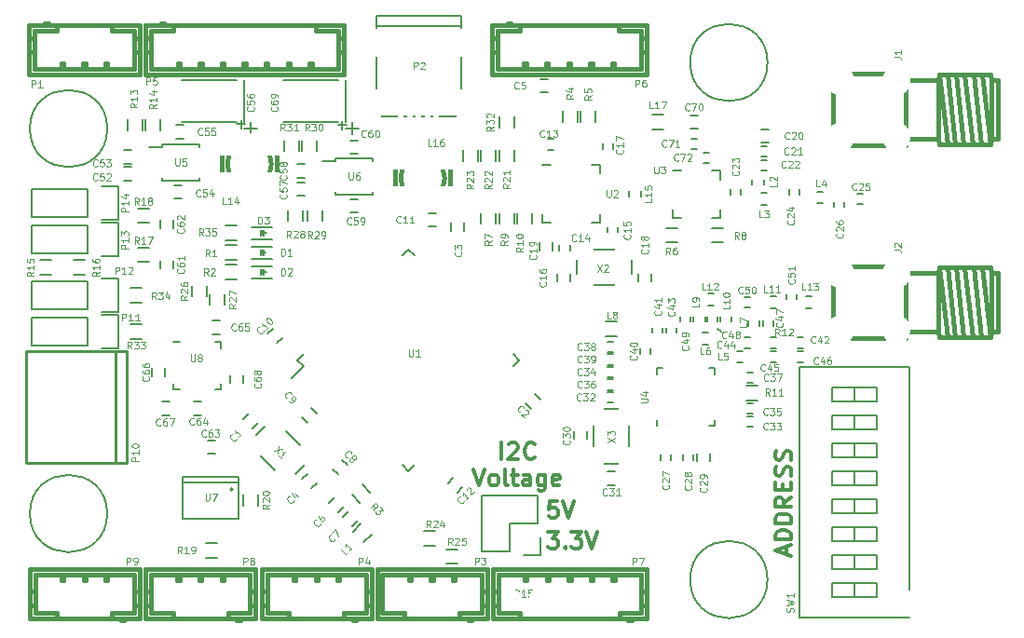
<source format=gto>
G04 #@! TF.FileFunction,Legend,Top*
%FSLAX46Y46*%
G04 Gerber Fmt 4.6, Leading zero omitted, Abs format (unit mm)*
G04 Created by KiCad (PCBNEW (2015-09-15 BZR 6201)-product) date tor 18 feb 2016 10:56:40*
%MOMM*%
G01*
G04 APERTURE LIST*
%ADD10C,0.100000*%
%ADD11C,0.300000*%
%ADD12C,0.200000*%
%ADD13C,0.150000*%
%ADD14C,0.381000*%
%ADD15C,0.254000*%
%ADD16C,0.200660*%
%ADD17C,0.101600*%
%ADD18O,0.351600X0.801600*%
%ADD19O,0.801600X0.351600*%
%ADD20R,1.826600X1.826600*%
%ADD21O,0.951600X0.401600*%
%ADD22O,0.401600X0.951600*%
%ADD23C,6.101600*%
%ADD24R,0.851600X0.901600*%
%ADD25R,0.901600X0.851600*%
%ADD26R,0.701600X0.601600*%
%ADD27R,0.601600X0.701600*%
%ADD28R,2.250440X1.902460*%
%ADD29R,0.899160X0.899160*%
%ADD30R,0.701600X0.501600*%
%ADD31R,0.501600X0.701600*%
%ADD32R,0.601600X1.001600*%
%ADD33R,5.397500X2.100580*%
%ADD34R,1.300480X1.800860*%
%ADD35O,1.300480X1.800860*%
%ADD36R,0.601980X2.402840*%
%ADD37R,2.100580X2.600960*%
%ADD38C,1.000760*%
%ADD39R,1.828800X2.133600*%
%ADD40O,1.828800X2.133600*%
%ADD41R,1.828800X1.828800*%
%ADD42O,1.828800X1.828800*%
%ADD43R,1.001600X0.601600*%
%ADD44R,1.925600X1.625600*%
%ADD45O,1.925600X1.625600*%
%ADD46R,1.776600X1.776600*%
%ADD47R,0.901600X0.451600*%
%ADD48R,0.451600X0.901600*%
%ADD49R,1.351600X1.351600*%
%ADD50R,1.551600X0.551600*%
%ADD51O,0.711200X1.574800*%
%ADD52R,3.101340X3.101340*%
%ADD53C,3.101340*%
%ADD54R,1.902460X1.300480*%
%ADD55R,1.300480X1.902460*%
%ADD56C,2.601600*%
G04 APERTURE END LIST*
D10*
D11*
X145855715Y-112064071D02*
X145855715Y-110564071D01*
X146498572Y-110706929D02*
X146570001Y-110635500D01*
X146712858Y-110564071D01*
X147070001Y-110564071D01*
X147212858Y-110635500D01*
X147284287Y-110706929D01*
X147355715Y-110849786D01*
X147355715Y-110992643D01*
X147284287Y-111206929D01*
X146427144Y-112064071D01*
X147355715Y-112064071D01*
X148855715Y-111921214D02*
X148784286Y-111992643D01*
X148570000Y-112064071D01*
X148427143Y-112064071D01*
X148212858Y-111992643D01*
X148070000Y-111849786D01*
X147998572Y-111706929D01*
X147927143Y-111421214D01*
X147927143Y-111206929D01*
X147998572Y-110921214D01*
X148070000Y-110778357D01*
X148212858Y-110635500D01*
X148427143Y-110564071D01*
X148570000Y-110564071D01*
X148784286Y-110635500D01*
X148855715Y-110706929D01*
X143320000Y-112964071D02*
X143820000Y-114464071D01*
X144320000Y-112964071D01*
X145034286Y-114464071D02*
X144891428Y-114392643D01*
X144820000Y-114321214D01*
X144748571Y-114178357D01*
X144748571Y-113749786D01*
X144820000Y-113606929D01*
X144891428Y-113535500D01*
X145034286Y-113464071D01*
X145248571Y-113464071D01*
X145391428Y-113535500D01*
X145462857Y-113606929D01*
X145534286Y-113749786D01*
X145534286Y-114178357D01*
X145462857Y-114321214D01*
X145391428Y-114392643D01*
X145248571Y-114464071D01*
X145034286Y-114464071D01*
X146391429Y-114464071D02*
X146248571Y-114392643D01*
X146177143Y-114249786D01*
X146177143Y-112964071D01*
X146748571Y-113464071D02*
X147320000Y-113464071D01*
X146962857Y-112964071D02*
X146962857Y-114249786D01*
X147034285Y-114392643D01*
X147177143Y-114464071D01*
X147320000Y-114464071D01*
X148462857Y-114464071D02*
X148462857Y-113678357D01*
X148391428Y-113535500D01*
X148248571Y-113464071D01*
X147962857Y-113464071D01*
X147820000Y-113535500D01*
X148462857Y-114392643D02*
X148320000Y-114464071D01*
X147962857Y-114464071D01*
X147820000Y-114392643D01*
X147748571Y-114249786D01*
X147748571Y-114106929D01*
X147820000Y-113964071D01*
X147962857Y-113892643D01*
X148320000Y-113892643D01*
X148462857Y-113821214D01*
X149820000Y-113464071D02*
X149820000Y-114678357D01*
X149748571Y-114821214D01*
X149677143Y-114892643D01*
X149534286Y-114964071D01*
X149320000Y-114964071D01*
X149177143Y-114892643D01*
X149820000Y-114392643D02*
X149677143Y-114464071D01*
X149391429Y-114464071D01*
X149248571Y-114392643D01*
X149177143Y-114321214D01*
X149105714Y-114178357D01*
X149105714Y-113749786D01*
X149177143Y-113606929D01*
X149248571Y-113535500D01*
X149391429Y-113464071D01*
X149677143Y-113464071D01*
X149820000Y-113535500D01*
X151105714Y-114392643D02*
X150962857Y-114464071D01*
X150677143Y-114464071D01*
X150534286Y-114392643D01*
X150462857Y-114249786D01*
X150462857Y-113678357D01*
X150534286Y-113535500D01*
X150677143Y-113464071D01*
X150962857Y-113464071D01*
X151105714Y-113535500D01*
X151177143Y-113678357D01*
X151177143Y-113821214D01*
X150462857Y-113964071D01*
X150058715Y-118685571D02*
X150987286Y-118685571D01*
X150487286Y-119257000D01*
X150701572Y-119257000D01*
X150844429Y-119328429D01*
X150915858Y-119399857D01*
X150987286Y-119542714D01*
X150987286Y-119899857D01*
X150915858Y-120042714D01*
X150844429Y-120114143D01*
X150701572Y-120185571D01*
X150273000Y-120185571D01*
X150130143Y-120114143D01*
X150058715Y-120042714D01*
X151630143Y-120042714D02*
X151701571Y-120114143D01*
X151630143Y-120185571D01*
X151558714Y-120114143D01*
X151630143Y-120042714D01*
X151630143Y-120185571D01*
X152201572Y-118685571D02*
X153130143Y-118685571D01*
X152630143Y-119257000D01*
X152844429Y-119257000D01*
X152987286Y-119328429D01*
X153058715Y-119399857D01*
X153130143Y-119542714D01*
X153130143Y-119899857D01*
X153058715Y-120042714D01*
X152987286Y-120114143D01*
X152844429Y-120185571D01*
X152415857Y-120185571D01*
X152273000Y-120114143D01*
X152201572Y-120042714D01*
X153558714Y-118685571D02*
X154058714Y-120185571D01*
X154558714Y-118685571D01*
X150907787Y-115891571D02*
X150193501Y-115891571D01*
X150122072Y-116605857D01*
X150193501Y-116534429D01*
X150336358Y-116463000D01*
X150693501Y-116463000D01*
X150836358Y-116534429D01*
X150907787Y-116605857D01*
X150979215Y-116748714D01*
X150979215Y-117105857D01*
X150907787Y-117248714D01*
X150836358Y-117320143D01*
X150693501Y-117391571D01*
X150336358Y-117391571D01*
X150193501Y-117320143D01*
X150122072Y-117248714D01*
X151407786Y-115891571D02*
X151907786Y-117391571D01*
X152407786Y-115891571D01*
X171763500Y-120728785D02*
X171763500Y-120014499D01*
X172192071Y-120871642D02*
X170692071Y-120371642D01*
X172192071Y-119871642D01*
X172192071Y-119371642D02*
X170692071Y-119371642D01*
X170692071Y-119014499D01*
X170763500Y-118800214D01*
X170906357Y-118657356D01*
X171049214Y-118585928D01*
X171334929Y-118514499D01*
X171549214Y-118514499D01*
X171834929Y-118585928D01*
X171977786Y-118657356D01*
X172120643Y-118800214D01*
X172192071Y-119014499D01*
X172192071Y-119371642D01*
X172192071Y-117871642D02*
X170692071Y-117871642D01*
X170692071Y-117514499D01*
X170763500Y-117300214D01*
X170906357Y-117157356D01*
X171049214Y-117085928D01*
X171334929Y-117014499D01*
X171549214Y-117014499D01*
X171834929Y-117085928D01*
X171977786Y-117157356D01*
X172120643Y-117300214D01*
X172192071Y-117514499D01*
X172192071Y-117871642D01*
X172192071Y-115514499D02*
X171477786Y-116014499D01*
X172192071Y-116371642D02*
X170692071Y-116371642D01*
X170692071Y-115800214D01*
X170763500Y-115657356D01*
X170834929Y-115585928D01*
X170977786Y-115514499D01*
X171192071Y-115514499D01*
X171334929Y-115585928D01*
X171406357Y-115657356D01*
X171477786Y-115800214D01*
X171477786Y-116371642D01*
X171406357Y-114871642D02*
X171406357Y-114371642D01*
X172192071Y-114157356D02*
X172192071Y-114871642D01*
X170692071Y-114871642D01*
X170692071Y-114157356D01*
X172120643Y-113585928D02*
X172192071Y-113371642D01*
X172192071Y-113014499D01*
X172120643Y-112871642D01*
X172049214Y-112800213D01*
X171906357Y-112728785D01*
X171763500Y-112728785D01*
X171620643Y-112800213D01*
X171549214Y-112871642D01*
X171477786Y-113014499D01*
X171406357Y-113300213D01*
X171334929Y-113443071D01*
X171263500Y-113514499D01*
X171120643Y-113585928D01*
X170977786Y-113585928D01*
X170834929Y-113514499D01*
X170763500Y-113443071D01*
X170692071Y-113300213D01*
X170692071Y-112943071D01*
X170763500Y-112728785D01*
X172120643Y-112157357D02*
X172192071Y-111943071D01*
X172192071Y-111585928D01*
X172120643Y-111443071D01*
X172049214Y-111371642D01*
X171906357Y-111300214D01*
X171763500Y-111300214D01*
X171620643Y-111371642D01*
X171549214Y-111443071D01*
X171477786Y-111585928D01*
X171406357Y-111871642D01*
X171334929Y-112014500D01*
X171263500Y-112085928D01*
X171120643Y-112157357D01*
X170977786Y-112157357D01*
X170834929Y-112085928D01*
X170763500Y-112014500D01*
X170692071Y-111871642D01*
X170692071Y-111514500D01*
X170763500Y-111300214D01*
D12*
X165481000Y-100203000D02*
X165798500Y-100457000D01*
D13*
X159963000Y-103788000D02*
X160488000Y-103788000D01*
X165213000Y-109038000D02*
X164688000Y-109038000D01*
X165213000Y-103788000D02*
X164688000Y-103788000D01*
X159963000Y-109038000D02*
X159963000Y-108513000D01*
X165213000Y-109038000D02*
X165213000Y-108513000D01*
X165213000Y-103788000D02*
X165213000Y-104313000D01*
X159963000Y-103788000D02*
X159963000Y-104313000D01*
X120352000Y-101431000D02*
X120352000Y-101956000D01*
X116052000Y-105731000D02*
X116052000Y-105206000D01*
X120352000Y-105731000D02*
X120352000Y-105206000D01*
X116052000Y-101431000D02*
X116577000Y-101431000D01*
X116052000Y-105731000D02*
X116577000Y-105731000D01*
X120352000Y-105731000D02*
X119827000Y-105731000D01*
X120352000Y-101431000D02*
X119827000Y-101431000D01*
X170012834Y-76000000D02*
G75*
G03X170012834Y-76000000I-3512834J0D01*
G01*
X110012834Y-82000000D02*
G75*
G03X110012834Y-82000000I-3512834J0D01*
G01*
X110012834Y-117000000D02*
G75*
G03X110012834Y-117000000I-3512834J0D01*
G01*
X122391249Y-108408223D02*
X122886223Y-107913249D01*
X123734751Y-108761777D02*
X123239777Y-109256751D01*
X148540223Y-107478751D02*
X148045249Y-106983777D01*
X148893777Y-106135249D02*
X149388751Y-106630223D01*
X142459000Y-90582000D02*
X142459000Y-91282000D01*
X141259000Y-91282000D02*
X141259000Y-90582000D01*
X129046421Y-114222777D02*
X128551447Y-114717751D01*
X127702919Y-113869223D02*
X128197893Y-113374249D01*
X150071000Y-78705000D02*
X149371000Y-78705000D01*
X149371000Y-77505000D02*
X150071000Y-77505000D01*
X131481751Y-116381777D02*
X130986777Y-116876751D01*
X130138249Y-116028223D02*
X130633223Y-115533249D01*
X131408249Y-117298223D02*
X131903223Y-116803249D01*
X132751751Y-117651777D02*
X132256777Y-118146751D01*
X131014223Y-113447751D02*
X130519249Y-112952777D01*
X131367777Y-112104249D02*
X131862751Y-112599223D01*
X128220223Y-108748751D02*
X127725249Y-108253777D01*
X128573777Y-107405249D02*
X129068751Y-107900223D01*
X125893751Y-101014777D02*
X125398777Y-101509751D01*
X124550249Y-100661223D02*
X125045223Y-100166249D01*
X139923000Y-90897000D02*
X139223000Y-90897000D01*
X139223000Y-89697000D02*
X139923000Y-89697000D01*
X140955579Y-114272553D02*
X141450553Y-113777579D01*
X142299081Y-114626107D02*
X141804107Y-115121081D01*
X150554500Y-82964000D02*
X150054500Y-82964000D01*
X150054500Y-83914000D02*
X150554500Y-83914000D01*
X151099500Y-92587000D02*
X151099500Y-93087000D01*
X152049500Y-93087000D02*
X152049500Y-92587000D01*
X155481000Y-90936000D02*
X155481000Y-91436000D01*
X156431000Y-91436000D02*
X156431000Y-90936000D01*
X150911000Y-95917500D02*
X150911000Y-95217500D01*
X152111000Y-95217500D02*
X152111000Y-95917500D01*
X155986500Y-83879500D02*
X155986500Y-83379500D01*
X155036500Y-83379500D02*
X155036500Y-83879500D01*
X159477000Y-95217500D02*
X159477000Y-95917500D01*
X158277000Y-95917500D02*
X158277000Y-95217500D01*
X149260000Y-93060000D02*
X149260000Y-92360000D01*
X150460000Y-92360000D02*
X150460000Y-93060000D01*
X170149000Y-83277000D02*
X169449000Y-83277000D01*
X169449000Y-82077000D02*
X170149000Y-82077000D01*
X169422000Y-84549000D02*
X169922000Y-84549000D01*
X169922000Y-83599000D02*
X169422000Y-83599000D01*
X169422000Y-85819000D02*
X169922000Y-85819000D01*
X169922000Y-84869000D02*
X169422000Y-84869000D01*
X167607000Y-88007000D02*
X167607000Y-87507000D01*
X166657000Y-87507000D02*
X166657000Y-88007000D01*
X172941000Y-88007000D02*
X172941000Y-87507000D01*
X171991000Y-87507000D02*
X171991000Y-88007000D01*
X178685000Y-87917000D02*
X178185000Y-87917000D01*
X178185000Y-88867000D02*
X178685000Y-88867000D01*
X176055000Y-88650000D02*
X176055000Y-89150000D01*
X177005000Y-89150000D02*
X177005000Y-88650000D01*
X161257000Y-112137000D02*
X161257000Y-111637000D01*
X160307000Y-111637000D02*
X160307000Y-112137000D01*
X163289000Y-112137000D02*
X163289000Y-111637000D01*
X162339000Y-111637000D02*
X162339000Y-112137000D01*
X163611000Y-112237000D02*
X163611000Y-111537000D01*
X164811000Y-111537000D02*
X164811000Y-112237000D01*
X152435000Y-110205000D02*
X152435000Y-109505000D01*
X153635000Y-109505000D02*
X153635000Y-110205000D01*
X155479000Y-113192000D02*
X156179000Y-113192000D01*
X156179000Y-114392000D02*
X155479000Y-114392000D01*
X155952000Y-105951000D02*
X155452000Y-105951000D01*
X155452000Y-106901000D02*
X155952000Y-106901000D01*
X168652000Y-108173500D02*
X168152000Y-108173500D01*
X168152000Y-109123500D02*
X168652000Y-109123500D01*
X155952000Y-103665000D02*
X155452000Y-103665000D01*
X155452000Y-104615000D02*
X155952000Y-104615000D01*
X168652000Y-106967000D02*
X168152000Y-106967000D01*
X168152000Y-107917000D02*
X168652000Y-107917000D01*
X155452000Y-105758000D02*
X155952000Y-105758000D01*
X155952000Y-104808000D02*
X155452000Y-104808000D01*
X168652000Y-104173000D02*
X168152000Y-104173000D01*
X168152000Y-105123000D02*
X168652000Y-105123000D01*
X155452000Y-102329000D02*
X155952000Y-102329000D01*
X155952000Y-101379000D02*
X155452000Y-101379000D01*
X155452000Y-103472000D02*
X155952000Y-103472000D01*
X155952000Y-102522000D02*
X155452000Y-102522000D01*
X158402000Y-101985000D02*
X158402000Y-102485000D01*
X159352000Y-102485000D02*
X159352000Y-101985000D01*
X159545000Y-100080000D02*
X159545000Y-100580000D01*
X160495000Y-100580000D02*
X160495000Y-100080000D01*
X173224000Y-100998000D02*
X172724000Y-100998000D01*
X172724000Y-101948000D02*
X173224000Y-101948000D01*
X160815000Y-100080000D02*
X160815000Y-100580000D01*
X161765000Y-100580000D02*
X161765000Y-100080000D01*
X167898000Y-101948000D02*
X168398000Y-101948000D01*
X168398000Y-100998000D02*
X167898000Y-100998000D01*
X170811000Y-102268000D02*
X170311000Y-102268000D01*
X170311000Y-103218000D02*
X170811000Y-103218000D01*
X173224000Y-102268000D02*
X172724000Y-102268000D01*
X172724000Y-103218000D02*
X173224000Y-103218000D01*
X170528000Y-99945000D02*
X170528000Y-99445000D01*
X169578000Y-99445000D02*
X169578000Y-99945000D01*
X165448000Y-99564000D02*
X165448000Y-99064000D01*
X164498000Y-99064000D02*
X164498000Y-99564000D01*
X163035000Y-99564000D02*
X163035000Y-99064000D01*
X162085000Y-99064000D02*
X162085000Y-99564000D01*
X168398000Y-97315000D02*
X167898000Y-97315000D01*
X167898000Y-98265000D02*
X168398000Y-98265000D01*
X171737000Y-97032000D02*
X171737000Y-97532000D01*
X172687000Y-97532000D02*
X172687000Y-97032000D01*
X112237000Y-86706000D02*
X111537000Y-86706000D01*
X111537000Y-85506000D02*
X112237000Y-85506000D01*
X112237000Y-85182000D02*
X111537000Y-85182000D01*
X111537000Y-83982000D02*
X112237000Y-83982000D01*
X116109000Y-87157000D02*
X116809000Y-87157000D01*
X116809000Y-88357000D02*
X116109000Y-88357000D01*
X116936000Y-82896000D02*
X116236000Y-82896000D01*
X116236000Y-81696000D02*
X116936000Y-81696000D01*
X122453400Y-81401920D02*
X122453400Y-77602080D01*
X116753640Y-81401920D02*
X121752360Y-81401920D01*
X116756180Y-77602080D02*
X121754900Y-77602080D01*
X123055380Y-82504280D02*
X123055380Y-81404460D01*
X123654820Y-82003900D02*
X122455940Y-82003900D01*
X127985000Y-88103000D02*
X127285000Y-88103000D01*
X127285000Y-86903000D02*
X127985000Y-86903000D01*
X127985000Y-86452000D02*
X127285000Y-86452000D01*
X127285000Y-85252000D02*
X127985000Y-85252000D01*
X132111000Y-88427000D02*
X132811000Y-88427000D01*
X132811000Y-89627000D02*
X132111000Y-89627000D01*
X132811000Y-84293000D02*
X132111000Y-84293000D01*
X132111000Y-83093000D02*
X132811000Y-83093000D01*
X116043000Y-94011000D02*
X116043000Y-94711000D01*
X114843000Y-94711000D02*
X114843000Y-94011000D01*
X116043000Y-90340000D02*
X116043000Y-91040000D01*
X114843000Y-91040000D02*
X114843000Y-90340000D01*
X119135911Y-110340552D02*
X119835911Y-110340552D01*
X119835911Y-111540552D02*
X119135911Y-111540552D01*
X118587000Y-108042000D02*
X117887000Y-108042000D01*
X117887000Y-106842000D02*
X118587000Y-106842000D01*
X119538000Y-99476000D02*
X120238000Y-99476000D01*
X120238000Y-100676000D02*
X119538000Y-100676000D01*
X114081000Y-104490000D02*
X114081000Y-103790000D01*
X115281000Y-103790000D02*
X115281000Y-104490000D01*
X114966000Y-106842000D02*
X115666000Y-106842000D01*
X115666000Y-108042000D02*
X114966000Y-108042000D01*
X122393000Y-104425000D02*
X122393000Y-105125000D01*
X121193000Y-105125000D02*
X121193000Y-104425000D01*
X131700400Y-81399920D02*
X131700400Y-77600080D01*
X126000640Y-81399920D02*
X130999360Y-81399920D01*
X126003180Y-77600080D02*
X131001900Y-77600080D01*
X132302380Y-82502280D02*
X132302380Y-81402460D01*
X132901820Y-82001900D02*
X131702940Y-82001900D01*
X123093300Y-93831500D02*
X124993300Y-93831500D01*
X123093300Y-92731500D02*
X124993300Y-92731500D01*
X123993300Y-93281500D02*
X124443300Y-93281500D01*
X123943300Y-93031500D02*
X123943300Y-93531500D01*
X123943300Y-93281500D02*
X124193300Y-93031500D01*
X124193300Y-93031500D02*
X124193300Y-93531500D01*
X124193300Y-93531500D02*
X123943300Y-93281500D01*
X123118700Y-95609500D02*
X125018700Y-95609500D01*
X123118700Y-94509500D02*
X125018700Y-94509500D01*
X124018700Y-95059500D02*
X124468700Y-95059500D01*
X123968700Y-94809500D02*
X123968700Y-95309500D01*
X123968700Y-95059500D02*
X124218700Y-94809500D01*
X124218700Y-94809500D02*
X124218700Y-95309500D01*
X124218700Y-95309500D02*
X123968700Y-95059500D01*
X134031520Y-118891074D02*
X133324414Y-119598180D01*
X132369820Y-118643586D02*
X133076926Y-117936480D01*
X168639000Y-86618000D02*
X168639000Y-87118000D01*
X169689000Y-87118000D02*
X169689000Y-86618000D01*
X169922000Y-87867000D02*
X169422000Y-87867000D01*
X169422000Y-88917000D02*
X169922000Y-88917000D01*
X175002000Y-87740000D02*
X174502000Y-87740000D01*
X174502000Y-88790000D02*
X175002000Y-88790000D01*
X167763000Y-102218000D02*
X167263000Y-102218000D01*
X167263000Y-103268000D02*
X167763000Y-103268000D01*
X164646000Y-100567000D02*
X164146000Y-100567000D01*
X164146000Y-101617000D02*
X164646000Y-101617000D01*
X169308000Y-99945000D02*
X169308000Y-99445000D01*
X168258000Y-99445000D02*
X168258000Y-99945000D01*
X155341000Y-99528000D02*
X156341000Y-99528000D01*
X156341000Y-100878000D02*
X155341000Y-100878000D01*
X164355000Y-99564000D02*
X164355000Y-99064000D01*
X163305000Y-99064000D02*
X163305000Y-99564000D01*
X166768000Y-99564000D02*
X166768000Y-99064000D01*
X165718000Y-99064000D02*
X165718000Y-99564000D01*
X170311000Y-98315000D02*
X170811000Y-98315000D01*
X170811000Y-97265000D02*
X170311000Y-97265000D01*
X165096000Y-97011000D02*
X164596000Y-97011000D01*
X164596000Y-98061000D02*
X165096000Y-98061000D01*
X173549500Y-98315000D02*
X174049500Y-98315000D01*
X174049500Y-97265000D02*
X173549500Y-97265000D01*
D14*
X123184920Y-83967320D02*
G75*
G03X123184920Y-83967320I-248920J0D01*
G01*
X121185940Y-82717640D02*
X125435360Y-82717640D01*
X125435360Y-82717640D02*
X125435360Y-86967060D01*
X124686060Y-87716360D02*
X120436640Y-87716360D01*
X120436640Y-87716360D02*
X120436640Y-83466940D01*
X125435360Y-86967060D02*
G75*
G03X124686060Y-87716360I0J-749300D01*
G01*
X120436640Y-83466940D02*
G75*
G03X121185940Y-82717640I0J749300D01*
G01*
X124934980Y-85217000D02*
G75*
G03X124934980Y-85217000I-1998980J0D01*
G01*
D13*
X158513000Y-88192000D02*
X158513000Y-87692000D01*
X157463000Y-87692000D02*
X157463000Y-88192000D01*
D14*
X138932920Y-85250320D02*
G75*
G03X138932920Y-85250320I-248920J0D01*
G01*
X136933940Y-84000640D02*
X141183360Y-84000640D01*
X141183360Y-84000640D02*
X141183360Y-88250060D01*
X140434060Y-88999360D02*
X136184640Y-88999360D01*
X136184640Y-88999360D02*
X136184640Y-84749940D01*
X141183360Y-88250060D02*
G75*
G03X140434060Y-88999360I0J-749300D01*
G01*
X136184640Y-84749940D02*
G75*
G03X136933940Y-84000640I0J749300D01*
G01*
X140682980Y-86500000D02*
G75*
G03X140682980Y-86500000I-1998980J0D01*
G01*
X108033820Y-76095860D02*
X108033820Y-76596240D01*
X107835700Y-76095860D02*
X108033820Y-76095860D01*
X107835700Y-76596240D02*
X107835700Y-76095860D01*
X102933500Y-77094080D02*
X112936020Y-77094080D01*
X112435640Y-76596240D02*
X103433880Y-76596240D01*
X102933500Y-72595740D02*
X112936020Y-72595740D01*
X106032300Y-76095860D02*
X106032300Y-76596240D01*
X105834180Y-76095860D02*
X106032300Y-76095860D01*
X105834180Y-76596240D02*
X105834180Y-76095860D01*
X109834680Y-76596240D02*
X109834680Y-76095860D01*
X109834680Y-76095860D02*
X110032800Y-76095860D01*
X110032800Y-76095860D02*
X110032800Y-76596240D01*
X112936020Y-73794620D02*
X112435640Y-73794620D01*
X112435640Y-75095100D02*
X112936020Y-75095100D01*
X103433880Y-75095100D02*
X102933500Y-75095100D01*
X103433880Y-73794620D02*
X102933500Y-73794620D01*
X105432860Y-72595740D02*
X105432860Y-73096120D01*
X105432860Y-73096120D02*
X103433880Y-73096120D01*
X103433880Y-73096120D02*
X103433880Y-76596240D01*
X112435640Y-76596240D02*
X112435640Y-73096120D01*
X112435640Y-73096120D02*
X110436660Y-73096120D01*
X110436660Y-73096120D02*
X110436660Y-72595740D01*
X102933500Y-72595740D02*
X102933500Y-77094080D01*
X112936020Y-72595740D02*
X112936020Y-77094080D01*
X104632760Y-72595740D02*
X104632760Y-72395080D01*
X104632760Y-72395080D02*
X104333040Y-72395080D01*
X104333040Y-72395080D02*
X104333040Y-72595740D01*
D13*
X142150740Y-72727820D02*
X134449460Y-72727820D01*
X142150740Y-71727060D02*
X134449460Y-71727060D01*
X134449460Y-71727060D02*
X134449460Y-80926940D01*
X134449460Y-80926940D02*
X142150740Y-80926940D01*
X142150740Y-80926940D02*
X142150740Y-71727060D01*
D14*
X139425680Y-123040140D02*
X139425680Y-122539760D01*
X139623800Y-123040140D02*
X139425680Y-123040140D01*
X139623800Y-122539760D02*
X139623800Y-123040140D01*
X144526000Y-122041920D02*
X134523480Y-122041920D01*
X135023860Y-122539760D02*
X144025620Y-122539760D01*
X144526000Y-126540260D02*
X134523480Y-126540260D01*
X141427200Y-123040140D02*
X141427200Y-122539760D01*
X141625320Y-123040140D02*
X141427200Y-123040140D01*
X141625320Y-122539760D02*
X141625320Y-123040140D01*
X137624820Y-122539760D02*
X137624820Y-123040140D01*
X137624820Y-123040140D02*
X137426700Y-123040140D01*
X137426700Y-123040140D02*
X137426700Y-122539760D01*
X134523480Y-125341380D02*
X135023860Y-125341380D01*
X135023860Y-124040900D02*
X134523480Y-124040900D01*
X144025620Y-124040900D02*
X144526000Y-124040900D01*
X144025620Y-125341380D02*
X144526000Y-125341380D01*
X142026640Y-126540260D02*
X142026640Y-126039880D01*
X142026640Y-126039880D02*
X144025620Y-126039880D01*
X144025620Y-126039880D02*
X144025620Y-122539760D01*
X135023860Y-122539760D02*
X135023860Y-126039880D01*
X135023860Y-126039880D02*
X137022840Y-126039880D01*
X137022840Y-126039880D02*
X137022840Y-126540260D01*
X144526000Y-126540260D02*
X144526000Y-122041920D01*
X134523480Y-126540260D02*
X134523480Y-122041920D01*
X142826740Y-126540260D02*
X142826740Y-126740920D01*
X142826740Y-126740920D02*
X143126460Y-126740920D01*
X143126460Y-126740920D02*
X143126460Y-126540260D01*
X128932940Y-123040140D02*
X128932940Y-122539760D01*
X129131060Y-123040140D02*
X128932940Y-123040140D01*
X129131060Y-122539760D02*
X129131060Y-123040140D01*
X134033260Y-122041920D02*
X124030740Y-122041920D01*
X124531120Y-122539760D02*
X133532880Y-122539760D01*
X134033260Y-126540260D02*
X124030740Y-126540260D01*
X130934460Y-123040140D02*
X130934460Y-122539760D01*
X131132580Y-123040140D02*
X130934460Y-123040140D01*
X131132580Y-122539760D02*
X131132580Y-123040140D01*
X127132080Y-122539760D02*
X127132080Y-123040140D01*
X127132080Y-123040140D02*
X126933960Y-123040140D01*
X126933960Y-123040140D02*
X126933960Y-122539760D01*
X124030740Y-125341380D02*
X124531120Y-125341380D01*
X124531120Y-124040900D02*
X124030740Y-124040900D01*
X133532880Y-124040900D02*
X134033260Y-124040900D01*
X133532880Y-125341380D02*
X134033260Y-125341380D01*
X131533900Y-126540260D02*
X131533900Y-126039880D01*
X131533900Y-126039880D02*
X133532880Y-126039880D01*
X133532880Y-126039880D02*
X133532880Y-122539760D01*
X124531120Y-122539760D02*
X124531120Y-126039880D01*
X124531120Y-126039880D02*
X126530100Y-126039880D01*
X126530100Y-126039880D02*
X126530100Y-126540260D01*
X134033260Y-126540260D02*
X134033260Y-122041920D01*
X124030740Y-126540260D02*
X124030740Y-122041920D01*
X132334000Y-126540260D02*
X132334000Y-126740920D01*
X132334000Y-126740920D02*
X132633720Y-126740920D01*
X132633720Y-126740920D02*
X132633720Y-126540260D01*
X113507520Y-77094080D02*
X131505960Y-77094080D01*
X131005580Y-76596240D02*
X114007900Y-76596240D01*
X113507520Y-72595740D02*
X131505960Y-72595740D01*
X124406660Y-76596240D02*
X124406660Y-76095860D01*
X124406660Y-76095860D02*
X124604780Y-76095860D01*
X124604780Y-76095860D02*
X124604780Y-76596240D01*
X128404620Y-76596240D02*
X128404620Y-76095860D01*
X128404620Y-76095860D02*
X128602740Y-76095860D01*
X128602740Y-76095860D02*
X128602740Y-76596240D01*
X122402600Y-76596240D02*
X122402600Y-76095860D01*
X122402600Y-76095860D02*
X122600720Y-76095860D01*
X122600720Y-76095860D02*
X122600720Y-76596240D01*
X126603760Y-76095860D02*
X126603760Y-76596240D01*
X126405640Y-76095860D02*
X126603760Y-76095860D01*
X126405640Y-76596240D02*
X126405640Y-76095860D01*
X118602760Y-76095860D02*
X118602760Y-76596240D01*
X118404640Y-76095860D02*
X118602760Y-76095860D01*
X118404640Y-76596240D02*
X118404640Y-76095860D01*
X116601240Y-76095860D02*
X116601240Y-76596240D01*
X116403120Y-76095860D02*
X116601240Y-76095860D01*
X116403120Y-76596240D02*
X116403120Y-76095860D01*
X120403620Y-76596240D02*
X120403620Y-76095860D01*
X120403620Y-76095860D02*
X120601740Y-76095860D01*
X120601740Y-76095860D02*
X120601740Y-76596240D01*
X131505960Y-73794620D02*
X131005580Y-73794620D01*
X131005580Y-75095100D02*
X131505960Y-75095100D01*
X114002820Y-75095100D02*
X113502440Y-75095100D01*
X114002820Y-73794620D02*
X113502440Y-73794620D01*
X116001800Y-72595740D02*
X116001800Y-73096120D01*
X116001800Y-73096120D02*
X114002820Y-73096120D01*
X114002820Y-73096120D02*
X114002820Y-76596240D01*
X131005580Y-76596240D02*
X131005580Y-73096120D01*
X131005580Y-73096120D02*
X129006600Y-73096120D01*
X129006600Y-73096120D02*
X129006600Y-72595740D01*
X113502440Y-72595740D02*
X113502440Y-77094080D01*
X131505960Y-72595740D02*
X131505960Y-77094080D01*
X115201700Y-72595740D02*
X115201700Y-72395080D01*
X115201700Y-72395080D02*
X114901980Y-72395080D01*
X114901980Y-72395080D02*
X114901980Y-72595740D01*
X158998980Y-72595740D02*
X144998500Y-72595740D01*
X144998500Y-77094080D02*
X158998980Y-77094080D01*
X158498600Y-76596240D02*
X145498880Y-76596240D01*
X153896120Y-76596240D02*
X153896120Y-76095860D01*
X153896120Y-76095860D02*
X154094240Y-76095860D01*
X154094240Y-76095860D02*
X154094240Y-76596240D01*
X156095760Y-76095860D02*
X156095760Y-76596240D01*
X155897640Y-76095860D02*
X156095760Y-76095860D01*
X155897640Y-76596240D02*
X155897640Y-76095860D01*
X150096280Y-76095860D02*
X150096280Y-76596240D01*
X149898160Y-76095860D02*
X150096280Y-76095860D01*
X149898160Y-76596240D02*
X149898160Y-76095860D01*
X148094760Y-76095860D02*
X148094760Y-76596240D01*
X147896640Y-76095860D02*
X148094760Y-76095860D01*
X147896640Y-76596240D02*
X147896640Y-76095860D01*
X151897140Y-76596240D02*
X151897140Y-76095860D01*
X151897140Y-76095860D02*
X152095260Y-76095860D01*
X152095260Y-76095860D02*
X152095260Y-76596240D01*
X158998980Y-73794620D02*
X158498600Y-73794620D01*
X158498600Y-75095100D02*
X158998980Y-75095100D01*
X145496340Y-75095100D02*
X144995960Y-75095100D01*
X145496340Y-73794620D02*
X144995960Y-73794620D01*
X147495320Y-72595740D02*
X147495320Y-73096120D01*
X147495320Y-73096120D02*
X145496340Y-73096120D01*
X145496340Y-73096120D02*
X145496340Y-76596240D01*
X158498600Y-76596240D02*
X158498600Y-73096120D01*
X158498600Y-73096120D02*
X156499620Y-73096120D01*
X156499620Y-73096120D02*
X156499620Y-72595740D01*
X144995960Y-72595740D02*
X144995960Y-77094080D01*
X158998980Y-72595740D02*
X158998980Y-77094080D01*
X146695220Y-72595740D02*
X146695220Y-72395080D01*
X146695220Y-72395080D02*
X146395500Y-72395080D01*
X146395500Y-72395080D02*
X146395500Y-72595740D01*
X145034000Y-126540260D02*
X159034480Y-126540260D01*
X159034480Y-122041920D02*
X145034000Y-122041920D01*
X145534380Y-122539760D02*
X158534100Y-122539760D01*
X150136860Y-122539760D02*
X150136860Y-123040140D01*
X150136860Y-123040140D02*
X149938740Y-123040140D01*
X149938740Y-123040140D02*
X149938740Y-122539760D01*
X147937220Y-123040140D02*
X147937220Y-122539760D01*
X148135340Y-123040140D02*
X147937220Y-123040140D01*
X148135340Y-122539760D02*
X148135340Y-123040140D01*
X153936700Y-123040140D02*
X153936700Y-122539760D01*
X154134820Y-123040140D02*
X153936700Y-123040140D01*
X154134820Y-122539760D02*
X154134820Y-123040140D01*
X155938220Y-123040140D02*
X155938220Y-122539760D01*
X156136340Y-123040140D02*
X155938220Y-123040140D01*
X156136340Y-122539760D02*
X156136340Y-123040140D01*
X152135840Y-122539760D02*
X152135840Y-123040140D01*
X152135840Y-123040140D02*
X151937720Y-123040140D01*
X151937720Y-123040140D02*
X151937720Y-122539760D01*
X145034000Y-125341380D02*
X145534380Y-125341380D01*
X145534380Y-124040900D02*
X145034000Y-124040900D01*
X158536640Y-124040900D02*
X159037020Y-124040900D01*
X158536640Y-125341380D02*
X159037020Y-125341380D01*
X156537660Y-126540260D02*
X156537660Y-126039880D01*
X156537660Y-126039880D02*
X158536640Y-126039880D01*
X158536640Y-126039880D02*
X158536640Y-122539760D01*
X145534380Y-122539760D02*
X145534380Y-126039880D01*
X145534380Y-126039880D02*
X147533360Y-126039880D01*
X147533360Y-126039880D02*
X147533360Y-126540260D01*
X159037020Y-126540260D02*
X159037020Y-122041920D01*
X145034000Y-126540260D02*
X145034000Y-122041920D01*
X157337760Y-126540260D02*
X157337760Y-126740920D01*
X157337760Y-126740920D02*
X157637480Y-126740920D01*
X157637480Y-126740920D02*
X157637480Y-126540260D01*
X118391940Y-123040140D02*
X118391940Y-122539760D01*
X118590060Y-123040140D02*
X118391940Y-123040140D01*
X118590060Y-122539760D02*
X118590060Y-123040140D01*
X123492260Y-122041920D02*
X113489740Y-122041920D01*
X113990120Y-122539760D02*
X122991880Y-122539760D01*
X123492260Y-126540260D02*
X113489740Y-126540260D01*
X120393460Y-123040140D02*
X120393460Y-122539760D01*
X120591580Y-123040140D02*
X120393460Y-123040140D01*
X120591580Y-122539760D02*
X120591580Y-123040140D01*
X116591080Y-122539760D02*
X116591080Y-123040140D01*
X116591080Y-123040140D02*
X116392960Y-123040140D01*
X116392960Y-123040140D02*
X116392960Y-122539760D01*
X113489740Y-125341380D02*
X113990120Y-125341380D01*
X113990120Y-124040900D02*
X113489740Y-124040900D01*
X122991880Y-124040900D02*
X123492260Y-124040900D01*
X122991880Y-125341380D02*
X123492260Y-125341380D01*
X120992900Y-126540260D02*
X120992900Y-126039880D01*
X120992900Y-126039880D02*
X122991880Y-126039880D01*
X122991880Y-126039880D02*
X122991880Y-122539760D01*
X113990120Y-122539760D02*
X113990120Y-126039880D01*
X113990120Y-126039880D02*
X115989100Y-126039880D01*
X115989100Y-126039880D02*
X115989100Y-126540260D01*
X123492260Y-126540260D02*
X123492260Y-122041920D01*
X113489740Y-126540260D02*
X113489740Y-122041920D01*
X121793000Y-126540260D02*
X121793000Y-126740920D01*
X121793000Y-126740920D02*
X122092720Y-126740920D01*
X122092720Y-126740920D02*
X122092720Y-126540260D01*
X107850940Y-123040140D02*
X107850940Y-122539760D01*
X108049060Y-123040140D02*
X107850940Y-123040140D01*
X108049060Y-122539760D02*
X108049060Y-123040140D01*
X112951260Y-122041920D02*
X102948740Y-122041920D01*
X103449120Y-122539760D02*
X112450880Y-122539760D01*
X112951260Y-126540260D02*
X102948740Y-126540260D01*
X109852460Y-123040140D02*
X109852460Y-122539760D01*
X110050580Y-123040140D02*
X109852460Y-123040140D01*
X110050580Y-122539760D02*
X110050580Y-123040140D01*
X106050080Y-122539760D02*
X106050080Y-123040140D01*
X106050080Y-123040140D02*
X105851960Y-123040140D01*
X105851960Y-123040140D02*
X105851960Y-122539760D01*
X102948740Y-125341380D02*
X103449120Y-125341380D01*
X103449120Y-124040900D02*
X102948740Y-124040900D01*
X112450880Y-124040900D02*
X112951260Y-124040900D01*
X112450880Y-125341380D02*
X112951260Y-125341380D01*
X110451900Y-126540260D02*
X110451900Y-126039880D01*
X110451900Y-126039880D02*
X112450880Y-126039880D01*
X112450880Y-126039880D02*
X112450880Y-122539760D01*
X103449120Y-122539760D02*
X103449120Y-126039880D01*
X103449120Y-126039880D02*
X105448100Y-126039880D01*
X105448100Y-126039880D02*
X105448100Y-126540260D01*
X112951260Y-126540260D02*
X112951260Y-122041920D01*
X102948740Y-126540260D02*
X102948740Y-122041920D01*
X111252000Y-126540260D02*
X111252000Y-126740920D01*
X111252000Y-126740920D02*
X111551720Y-126740920D01*
X111551720Y-126740920D02*
X111551720Y-126540260D01*
D13*
X108204000Y-99187000D02*
X103124000Y-99187000D01*
X103124000Y-99187000D02*
X103124000Y-101727000D01*
X103124000Y-101727000D02*
X108204000Y-101727000D01*
X111024000Y-102007000D02*
X109474000Y-102007000D01*
X108204000Y-101727000D02*
X108204000Y-99187000D01*
X109474000Y-98907000D02*
X111024000Y-98907000D01*
X111024000Y-98907000D02*
X111024000Y-102007000D01*
X108204000Y-95885000D02*
X103124000Y-95885000D01*
X103124000Y-95885000D02*
X103124000Y-98425000D01*
X103124000Y-98425000D02*
X108204000Y-98425000D01*
X111024000Y-98705000D02*
X109474000Y-98705000D01*
X108204000Y-98425000D02*
X108204000Y-95885000D01*
X109474000Y-95605000D02*
X111024000Y-95605000D01*
X111024000Y-95605000D02*
X111024000Y-98705000D01*
X108204000Y-90805000D02*
X103124000Y-90805000D01*
X103124000Y-90805000D02*
X103124000Y-93345000D01*
X103124000Y-93345000D02*
X108204000Y-93345000D01*
X111024000Y-93625000D02*
X109474000Y-93625000D01*
X108204000Y-93345000D02*
X108204000Y-90805000D01*
X109474000Y-90525000D02*
X111024000Y-90525000D01*
X111024000Y-90525000D02*
X111024000Y-93625000D01*
X108204000Y-87503000D02*
X103124000Y-87503000D01*
X103124000Y-87503000D02*
X103124000Y-90043000D01*
X103124000Y-90043000D02*
X108204000Y-90043000D01*
X111024000Y-90323000D02*
X109474000Y-90323000D01*
X108204000Y-90043000D02*
X108204000Y-87503000D01*
X109474000Y-87223000D02*
X111024000Y-87223000D01*
X111024000Y-87223000D02*
X111024000Y-90323000D01*
X149378000Y-119189500D02*
X149378000Y-120739500D01*
X147828000Y-120739500D02*
X149378000Y-120739500D01*
X149098000Y-117919500D02*
X146558000Y-117919500D01*
X146558000Y-117919500D02*
X146558000Y-120459500D01*
X146558000Y-120459500D02*
X144018000Y-120459500D01*
X144018000Y-120459500D02*
X144018000Y-115379500D01*
X144018000Y-115379500D02*
X149098000Y-115379500D01*
X149098000Y-115379500D02*
X149098000Y-117919500D01*
X120773000Y-92606500D02*
X121773000Y-92606500D01*
X121773000Y-93956500D02*
X120773000Y-93956500D01*
X120773000Y-94384500D02*
X121773000Y-94384500D01*
X121773000Y-95734500D02*
X120773000Y-95734500D01*
X133219744Y-114358150D02*
X133926850Y-115065256D01*
X132972256Y-116019850D02*
X132265150Y-115312744D01*
X151407500Y-81399000D02*
X151407500Y-80399000D01*
X152757500Y-80399000D02*
X152757500Y-81399000D01*
X154408500Y-80399000D02*
X154408500Y-81399000D01*
X153058500Y-81399000D02*
X153058500Y-80399000D01*
X160790000Y-91019000D02*
X161790000Y-91019000D01*
X161790000Y-92369000D02*
X160790000Y-92369000D01*
X143978000Y-90670000D02*
X143978000Y-89670000D01*
X145328000Y-89670000D02*
X145328000Y-90670000D01*
X165981000Y-92369000D02*
X164981000Y-92369000D01*
X164981000Y-91019000D02*
X165981000Y-91019000D01*
X145629000Y-90670000D02*
X145629000Y-89670000D01*
X146979000Y-89670000D02*
X146979000Y-90670000D01*
X147280000Y-90670000D02*
X147280000Y-89670000D01*
X148630000Y-89670000D02*
X148630000Y-90670000D01*
X169092500Y-106720000D02*
X168092500Y-106720000D01*
X168092500Y-105370000D02*
X169092500Y-105370000D01*
X170811000Y-100948000D02*
X170311000Y-100948000D01*
X170311000Y-101998000D02*
X170811000Y-101998000D01*
X113197000Y-81161000D02*
X113197000Y-82161000D01*
X111847000Y-82161000D02*
X111847000Y-81161000D01*
X113498000Y-82161000D02*
X113498000Y-81161000D01*
X114848000Y-81161000D02*
X114848000Y-82161000D01*
X103906000Y-93940000D02*
X104906000Y-93940000D01*
X104906000Y-95290000D02*
X103906000Y-95290000D01*
X106942000Y-93940000D02*
X107942000Y-93940000D01*
X107942000Y-95290000D02*
X106942000Y-95290000D01*
X113784000Y-94147000D02*
X112784000Y-94147000D01*
X112784000Y-92797000D02*
X113784000Y-92797000D01*
X113784000Y-90591000D02*
X112784000Y-90591000D01*
X112784000Y-89241000D02*
X113784000Y-89241000D01*
X118985911Y-119663552D02*
X119985911Y-119663552D01*
X119985911Y-121013552D02*
X118985911Y-121013552D01*
X123716911Y-115266552D02*
X123716911Y-116266552D01*
X122366911Y-116266552D02*
X122366911Y-115266552D01*
X146979000Y-83939000D02*
X146979000Y-84939000D01*
X145629000Y-84939000D02*
X145629000Y-83939000D01*
X145328000Y-83927000D02*
X145328000Y-84927000D01*
X143978000Y-84927000D02*
X143978000Y-83927000D01*
X143677000Y-83927000D02*
X143677000Y-84927000D01*
X142327000Y-84927000D02*
X142327000Y-83927000D01*
X138831000Y-118578000D02*
X139831000Y-118578000D01*
X139831000Y-119928000D02*
X138831000Y-119928000D01*
X140863000Y-120229000D02*
X141863000Y-120229000D01*
X141863000Y-121579000D02*
X140863000Y-121579000D01*
X119039000Y-96274000D02*
X119039000Y-97274000D01*
X117689000Y-97274000D02*
X117689000Y-96274000D01*
X120690000Y-97036000D02*
X120690000Y-98036000D01*
X119340000Y-98036000D02*
X119340000Y-97036000D01*
X126452000Y-90416000D02*
X126452000Y-89416000D01*
X127802000Y-89416000D02*
X127802000Y-90416000D01*
X128230000Y-90416000D02*
X128230000Y-89416000D01*
X129580000Y-89416000D02*
X129580000Y-90416000D01*
X129072000Y-83066000D02*
X129072000Y-84066000D01*
X127722000Y-84066000D02*
X127722000Y-83066000D01*
X126071000Y-84066000D02*
X126071000Y-83066000D01*
X127421000Y-83066000D02*
X127421000Y-84066000D01*
X175897000Y-124592000D02*
X179957000Y-124592000D01*
X177927000Y-124592000D02*
X177927000Y-123312000D01*
X179957000Y-124592000D02*
X179957000Y-123312000D01*
X179957000Y-123312000D02*
X175897000Y-123312000D01*
X175897000Y-123312000D02*
X175897000Y-124592000D01*
X175897000Y-122052000D02*
X179957000Y-122052000D01*
X177927000Y-122052000D02*
X177927000Y-120772000D01*
X179957000Y-122052000D02*
X179957000Y-120772000D01*
X179957000Y-120772000D02*
X175897000Y-120772000D01*
X175897000Y-120772000D02*
X175897000Y-122052000D01*
X175897000Y-119512000D02*
X179957000Y-119512000D01*
X177927000Y-119512000D02*
X177927000Y-118232000D01*
X179957000Y-119512000D02*
X179957000Y-118232000D01*
X179957000Y-118232000D02*
X175897000Y-118232000D01*
X175897000Y-118232000D02*
X175897000Y-119512000D01*
X175897000Y-116972000D02*
X179957000Y-116972000D01*
X177927000Y-116972000D02*
X177927000Y-115692000D01*
X179957000Y-116972000D02*
X179957000Y-115692000D01*
X179957000Y-115692000D02*
X175897000Y-115692000D01*
X175897000Y-115692000D02*
X175897000Y-116972000D01*
X175897000Y-114432000D02*
X179957000Y-114432000D01*
X177927000Y-114432000D02*
X177927000Y-113152000D01*
X179957000Y-114432000D02*
X179957000Y-113152000D01*
X179957000Y-113152000D02*
X175897000Y-113152000D01*
X175897000Y-113152000D02*
X175897000Y-114432000D01*
X175897000Y-111892000D02*
X179957000Y-111892000D01*
X177927000Y-111892000D02*
X177927000Y-110612000D01*
X179957000Y-111892000D02*
X179957000Y-110612000D01*
X179957000Y-110612000D02*
X175897000Y-110612000D01*
X175897000Y-110612000D02*
X175897000Y-111892000D01*
X175897000Y-109352000D02*
X179957000Y-109352000D01*
X177927000Y-109352000D02*
X177927000Y-108072000D01*
X179957000Y-109352000D02*
X179957000Y-108072000D01*
X179957000Y-108072000D02*
X175897000Y-108072000D01*
X175897000Y-108072000D02*
X175897000Y-109352000D01*
X175897000Y-106812000D02*
X179957000Y-106812000D01*
X177927000Y-106812000D02*
X177927000Y-105532000D01*
X179957000Y-106812000D02*
X179957000Y-105532000D01*
X179957000Y-105532000D02*
X175897000Y-105532000D01*
X175897000Y-105532000D02*
X175897000Y-106812000D01*
X182947000Y-126432000D02*
X172907000Y-126432000D01*
X172907000Y-126432000D02*
X172907000Y-103692000D01*
X172907000Y-103692000D02*
X182947000Y-103692000D01*
X182947000Y-103692000D02*
X182947000Y-123952000D01*
X127294924Y-103043517D02*
X127832326Y-103580918D01*
X137371196Y-92967245D02*
X137908597Y-93504647D01*
X147447468Y-103043517D02*
X146910066Y-102506116D01*
X137371196Y-113119789D02*
X136833795Y-112582387D01*
X127294924Y-103043517D02*
X127832326Y-102506116D01*
X137371196Y-113119789D02*
X137908597Y-112582387D01*
X147447468Y-103043517D02*
X146910066Y-103580918D01*
X137371196Y-92967245D02*
X136833795Y-93504647D01*
X127832326Y-103580918D02*
X126753988Y-104659256D01*
X154779000Y-85296000D02*
X154779000Y-86046000D01*
X149529000Y-90546000D02*
X149529000Y-89796000D01*
X154779000Y-90546000D02*
X154779000Y-89796000D01*
X149529000Y-85296000D02*
X150279000Y-85296000D01*
X149529000Y-90546000D02*
X150279000Y-90546000D01*
X154779000Y-90546000D02*
X154029000Y-90546000D01*
X154779000Y-85296000D02*
X154029000Y-85296000D01*
X165694000Y-85851000D02*
X165694000Y-86626000D01*
X161394000Y-90151000D02*
X161394000Y-89376000D01*
X165694000Y-90151000D02*
X165694000Y-89376000D01*
X161394000Y-85851000D02*
X162169000Y-85851000D01*
X161394000Y-90151000D02*
X162169000Y-90151000D01*
X165694000Y-90151000D02*
X164919000Y-90151000D01*
X165694000Y-85851000D02*
X164919000Y-85851000D01*
X115038000Y-83415000D02*
X115038000Y-83665000D01*
X118388000Y-83415000D02*
X118388000Y-83665000D01*
X118388000Y-86765000D02*
X118388000Y-86515000D01*
X115038000Y-86765000D02*
X115038000Y-86515000D01*
X115038000Y-83415000D02*
X118388000Y-83415000D01*
X115038000Y-86765000D02*
X118388000Y-86765000D01*
X115038000Y-83665000D02*
X113788000Y-83665000D01*
X130786000Y-84685000D02*
X130786000Y-84935000D01*
X134136000Y-84685000D02*
X134136000Y-84935000D01*
X134136000Y-88035000D02*
X134136000Y-87785000D01*
X130786000Y-88035000D02*
X130786000Y-87785000D01*
X130786000Y-84685000D02*
X134136000Y-84685000D01*
X130786000Y-88035000D02*
X134136000Y-88035000D01*
X130786000Y-84935000D02*
X129536000Y-84935000D01*
X121460769Y-114796952D02*
G75*
G03X121460769Y-114796952I-127000J0D01*
G01*
X121968769Y-114161952D02*
X116888769Y-114161952D01*
X121968769Y-117463952D02*
X116888769Y-117463952D01*
X121968769Y-113653952D02*
X116888769Y-113653952D01*
X121968769Y-113653952D02*
X121968769Y-117463952D01*
X116888769Y-113653952D02*
X116888769Y-117463952D01*
D15*
X103378000Y-102235000D02*
X102616000Y-102235000D01*
X102616000Y-102235000D02*
X102616000Y-112395000D01*
X102616000Y-112395000D02*
X103378000Y-112395000D01*
X111760000Y-102235000D02*
X111760000Y-112395000D01*
X111760000Y-112395000D02*
X110744000Y-112395000D01*
X110744000Y-112395000D02*
X110744000Y-102235000D01*
X110744000Y-102235000D02*
X111760000Y-102235000D01*
X110998000Y-102235000D02*
X103378000Y-102235000D01*
X103378000Y-112395000D02*
X110998000Y-112395000D01*
D16*
X125094198Y-108353173D02*
X128628827Y-111887802D01*
X128628827Y-111887802D02*
X126365802Y-114150827D01*
X126365802Y-114150827D02*
X122831173Y-110616198D01*
X122831173Y-110616198D02*
X125094198Y-108353173D01*
X152694640Y-93014800D02*
X157693360Y-93014800D01*
X157693360Y-93014800D02*
X157693360Y-96215200D01*
X157693360Y-96215200D02*
X152694640Y-96215200D01*
X152694640Y-96215200D02*
X152694640Y-93014800D01*
X154228800Y-112481360D02*
X154228800Y-107482640D01*
X154228800Y-107482640D02*
X157429200Y-107482640D01*
X157429200Y-107482640D02*
X157429200Y-112481360D01*
X157429200Y-112481360D02*
X154228800Y-112481360D01*
D13*
X170012834Y-123000000D02*
G75*
G03X170012834Y-123000000I-3512834J0D01*
G01*
X146979000Y-80895000D02*
X146979000Y-81895000D01*
X145629000Y-81895000D02*
X145629000Y-80895000D01*
X113149000Y-101132000D02*
X112149000Y-101132000D01*
X112149000Y-99782000D02*
X113149000Y-99782000D01*
X113149000Y-97830000D02*
X112149000Y-97830000D01*
X112149000Y-96480000D02*
X113149000Y-96480000D01*
X162972000Y-80807000D02*
X163672000Y-80807000D01*
X163672000Y-82007000D02*
X162972000Y-82007000D01*
X163635500Y-82900500D02*
X163135500Y-82900500D01*
X163135500Y-83850500D02*
X163635500Y-83850500D01*
X164215000Y-85120500D02*
X164715000Y-85120500D01*
X164715000Y-84170500D02*
X164215000Y-84170500D01*
X160520000Y-82082000D02*
X159520000Y-82082000D01*
X159520000Y-80732000D02*
X160520000Y-80732000D01*
X123106000Y-92053500D02*
X125006000Y-92053500D01*
X123106000Y-90953500D02*
X125006000Y-90953500D01*
X124006000Y-91503500D02*
X124456000Y-91503500D01*
X123956000Y-91253500D02*
X123956000Y-91753500D01*
X123956000Y-91503500D02*
X124206000Y-91253500D01*
X124206000Y-91253500D02*
X124206000Y-91753500D01*
X124206000Y-91753500D02*
X123956000Y-91503500D01*
X120785000Y-90828500D02*
X121785000Y-90828500D01*
X121785000Y-92178500D02*
X120785000Y-92178500D01*
D14*
X190938800Y-77564000D02*
X190338800Y-77564000D01*
X190938800Y-82964000D02*
X190338800Y-82964000D01*
X185538800Y-82964000D02*
X182538800Y-82964000D01*
X182538800Y-77564000D02*
X185538800Y-77564000D01*
X190238800Y-83464000D02*
X190338800Y-82964000D01*
X190338800Y-82964000D02*
X190338800Y-77564000D01*
X190338800Y-77564000D02*
X190238800Y-77064000D01*
X185538800Y-82964000D02*
X185538800Y-77564000D01*
X185538800Y-77564000D02*
X185638800Y-77064000D01*
X185638800Y-83464000D02*
X185538800Y-82964000D01*
X186338800Y-83464000D02*
X185638800Y-77064000D01*
X187838800Y-83464000D02*
X187138800Y-77064000D01*
X187038800Y-83464000D02*
X186338800Y-77064000D01*
X188638800Y-83464000D02*
X187938800Y-77064000D01*
X189438800Y-83464000D02*
X188738800Y-77064000D01*
X185638800Y-83464000D02*
X190238800Y-83464000D01*
X190238800Y-83464000D02*
X189538800Y-77064000D01*
X185638800Y-77064000D02*
X190238800Y-77064000D01*
X190938800Y-82964000D02*
X190938800Y-77564000D01*
X182538800Y-83564000D02*
X175938800Y-83564000D01*
X175938800Y-83564000D02*
X175937000Y-76964000D01*
X175938800Y-76964000D02*
X182538800Y-76964000D01*
X182538800Y-76964000D02*
X182538800Y-83564000D01*
X190938800Y-95090000D02*
X190338800Y-95090000D01*
X190938800Y-100490000D02*
X190338800Y-100490000D01*
X185538800Y-100490000D02*
X182538800Y-100490000D01*
X182538800Y-95090000D02*
X185538800Y-95090000D01*
X190238800Y-100990000D02*
X190338800Y-100490000D01*
X190338800Y-100490000D02*
X190338800Y-95090000D01*
X190338800Y-95090000D02*
X190238800Y-94590000D01*
X185538800Y-100490000D02*
X185538800Y-95090000D01*
X185538800Y-95090000D02*
X185638800Y-94590000D01*
X185638800Y-100990000D02*
X185538800Y-100490000D01*
X186338800Y-100990000D02*
X185638800Y-94590000D01*
X187838800Y-100990000D02*
X187138800Y-94590000D01*
X187038800Y-100990000D02*
X186338800Y-94590000D01*
X188638800Y-100990000D02*
X187938800Y-94590000D01*
X189438800Y-100990000D02*
X188738800Y-94590000D01*
X185638800Y-100990000D02*
X190238800Y-100990000D01*
X190238800Y-100990000D02*
X189538800Y-94590000D01*
X185638800Y-94590000D02*
X190238800Y-94590000D01*
X190938800Y-100490000D02*
X190938800Y-95090000D01*
X182538800Y-101090000D02*
X175938800Y-101090000D01*
X175938800Y-101090000D02*
X175937000Y-94490000D01*
X175938800Y-94490000D02*
X182538800Y-94490000D01*
X182538800Y-94490000D02*
X182538800Y-101090000D01*
D17*
X158490262Y-106896810D02*
X159004310Y-106896810D01*
X159064786Y-106866571D01*
X159095024Y-106836333D01*
X159125262Y-106775857D01*
X159125262Y-106654905D01*
X159095024Y-106594429D01*
X159064786Y-106564190D01*
X159004310Y-106533952D01*
X158490262Y-106533952D01*
X158701929Y-105959429D02*
X159125262Y-105959429D01*
X158460024Y-106110619D02*
X158913595Y-106261810D01*
X158913595Y-105868714D01*
X117626190Y-102522262D02*
X117626190Y-103036310D01*
X117656429Y-103096786D01*
X117686667Y-103127024D01*
X117747143Y-103157262D01*
X117868095Y-103157262D01*
X117928571Y-103127024D01*
X117958810Y-103096786D01*
X117989048Y-103036310D01*
X117989048Y-102522262D01*
X118382143Y-102794405D02*
X118321667Y-102764167D01*
X118291428Y-102733929D01*
X118261190Y-102673452D01*
X118261190Y-102643214D01*
X118291428Y-102582738D01*
X118321667Y-102552500D01*
X118382143Y-102522262D01*
X118503095Y-102522262D01*
X118563571Y-102552500D01*
X118593809Y-102582738D01*
X118624048Y-102643214D01*
X118624048Y-102673452D01*
X118593809Y-102733929D01*
X118563571Y-102764167D01*
X118503095Y-102794405D01*
X118382143Y-102794405D01*
X118321667Y-102824643D01*
X118291428Y-102854881D01*
X118261190Y-102915357D01*
X118261190Y-103036310D01*
X118291428Y-103096786D01*
X118321667Y-103127024D01*
X118382143Y-103157262D01*
X118503095Y-103157262D01*
X118563571Y-103127024D01*
X118593809Y-103096786D01*
X118624048Y-103036310D01*
X118624048Y-102915357D01*
X118593809Y-102854881D01*
X118563571Y-102824643D01*
X118503095Y-102794405D01*
X121751527Y-110153697D02*
X121751527Y-110196460D01*
X121708763Y-110281987D01*
X121666000Y-110324750D01*
X121580474Y-110367513D01*
X121494948Y-110367513D01*
X121430802Y-110346131D01*
X121323895Y-110281987D01*
X121259750Y-110217842D01*
X121195605Y-110110934D01*
X121174224Y-110046789D01*
X121174224Y-109961263D01*
X121216987Y-109875737D01*
X121259750Y-109832974D01*
X121345277Y-109790210D01*
X121388040Y-109790210D01*
X122221921Y-109768829D02*
X121965342Y-110025408D01*
X122093631Y-109897119D02*
X121644619Y-109448106D01*
X121666000Y-109555013D01*
X121666000Y-109640539D01*
X121644618Y-109704684D01*
X147529303Y-107781527D02*
X147486540Y-107781527D01*
X147401013Y-107738763D01*
X147358250Y-107696000D01*
X147315487Y-107610474D01*
X147315487Y-107524948D01*
X147336869Y-107460802D01*
X147401013Y-107353895D01*
X147465158Y-107289750D01*
X147572066Y-107225605D01*
X147636211Y-107204224D01*
X147721737Y-107204224D01*
X147807263Y-107246987D01*
X147850026Y-107289750D01*
X147892790Y-107375277D01*
X147892790Y-107418040D01*
X148063842Y-107589092D02*
X148106605Y-107589092D01*
X148170750Y-107610474D01*
X148277657Y-107717381D01*
X148299039Y-107781526D01*
X148299039Y-107824289D01*
X148277658Y-107888434D01*
X148234895Y-107931197D01*
X148149368Y-107973960D01*
X147636210Y-107973960D01*
X147914171Y-108251921D01*
X142149286Y-93196833D02*
X142179524Y-93227071D01*
X142209762Y-93317786D01*
X142209762Y-93378262D01*
X142179524Y-93468976D01*
X142119048Y-93529452D01*
X142058571Y-93559691D01*
X141937619Y-93589929D01*
X141846905Y-93589929D01*
X141725952Y-93559691D01*
X141665476Y-93529452D01*
X141605000Y-93468976D01*
X141574762Y-93378262D01*
X141574762Y-93317786D01*
X141605000Y-93227071D01*
X141635238Y-93196833D01*
X141574762Y-92985167D02*
X141574762Y-92592071D01*
X141816667Y-92803738D01*
X141816667Y-92713024D01*
X141846905Y-92652548D01*
X141877143Y-92622310D01*
X141937619Y-92592071D01*
X142088810Y-92592071D01*
X142149286Y-92622310D01*
X142179524Y-92652548D01*
X142209762Y-92713024D01*
X142209762Y-92894452D01*
X142179524Y-92954929D01*
X142149286Y-92985167D01*
X126958527Y-115805197D02*
X126958527Y-115847960D01*
X126915763Y-115933487D01*
X126873000Y-115976250D01*
X126787474Y-116019013D01*
X126701948Y-116019013D01*
X126637802Y-115997631D01*
X126530895Y-115933487D01*
X126466750Y-115869342D01*
X126402605Y-115762434D01*
X126381224Y-115698289D01*
X126381224Y-115612763D01*
X126423987Y-115527237D01*
X126466750Y-115484474D01*
X126552277Y-115441710D01*
X126595040Y-115441710D01*
X127086816Y-115163751D02*
X127386157Y-115463093D01*
X126808856Y-115099606D02*
X127022670Y-115527237D01*
X127300631Y-115249276D01*
X147404667Y-78331786D02*
X147374429Y-78362024D01*
X147283714Y-78392262D01*
X147223238Y-78392262D01*
X147132524Y-78362024D01*
X147072048Y-78301548D01*
X147041809Y-78241071D01*
X147011571Y-78120119D01*
X147011571Y-78029405D01*
X147041809Y-77908452D01*
X147072048Y-77847976D01*
X147132524Y-77787500D01*
X147223238Y-77757262D01*
X147283714Y-77757262D01*
X147374429Y-77787500D01*
X147404667Y-77817738D01*
X147979190Y-77757262D02*
X147676809Y-77757262D01*
X147646571Y-78059643D01*
X147676809Y-78029405D01*
X147737286Y-77999167D01*
X147888476Y-77999167D01*
X147948952Y-78029405D01*
X147979190Y-78059643D01*
X148009429Y-78120119D01*
X148009429Y-78271310D01*
X147979190Y-78331786D01*
X147948952Y-78362024D01*
X147888476Y-78392262D01*
X147737286Y-78392262D01*
X147676809Y-78362024D01*
X147646571Y-78331786D01*
X129371527Y-117900697D02*
X129371527Y-117943460D01*
X129328763Y-118028987D01*
X129286000Y-118071750D01*
X129200474Y-118114513D01*
X129114948Y-118114513D01*
X129050802Y-118093131D01*
X128943895Y-118028987D01*
X128879750Y-117964842D01*
X128815605Y-117857934D01*
X128794224Y-117793789D01*
X128794224Y-117708263D01*
X128836987Y-117622737D01*
X128879750Y-117579974D01*
X128965277Y-117537210D01*
X129008040Y-117537210D01*
X129350144Y-117109580D02*
X129264619Y-117195106D01*
X129243237Y-117259250D01*
X129243237Y-117302013D01*
X129264618Y-117408921D01*
X129328763Y-117515830D01*
X129499816Y-117686882D01*
X129563960Y-117708264D01*
X129606724Y-117708263D01*
X129670868Y-117686881D01*
X129756394Y-117601356D01*
X129777776Y-117537211D01*
X129777776Y-117494448D01*
X129756395Y-117430303D01*
X129649487Y-117323395D01*
X129585342Y-117302014D01*
X129542579Y-117302014D01*
X129478434Y-117323395D01*
X129392908Y-117408921D01*
X129371527Y-117473066D01*
X129371526Y-117515830D01*
X129392907Y-117579974D01*
X130705028Y-119297697D02*
X130705028Y-119340460D01*
X130662264Y-119425987D01*
X130619501Y-119468750D01*
X130533975Y-119511513D01*
X130448449Y-119511513D01*
X130384303Y-119490131D01*
X130277396Y-119425987D01*
X130213251Y-119361842D01*
X130149106Y-119254934D01*
X130127725Y-119190789D01*
X130127725Y-119105263D01*
X130170488Y-119019737D01*
X130213251Y-118976974D01*
X130298778Y-118934210D01*
X130341541Y-118934210D01*
X130448448Y-118741777D02*
X130747791Y-118442435D01*
X131004369Y-119083881D01*
X131844803Y-111909027D02*
X131802040Y-111909027D01*
X131716513Y-111866263D01*
X131673750Y-111823500D01*
X131630987Y-111737974D01*
X131630987Y-111652448D01*
X131652369Y-111588302D01*
X131716513Y-111481395D01*
X131780658Y-111417250D01*
X131887566Y-111353105D01*
X131951711Y-111331724D01*
X132037237Y-111331724D01*
X132122763Y-111374487D01*
X132165526Y-111417250D01*
X132208290Y-111502777D01*
X132208290Y-111545540D01*
X132315197Y-111951790D02*
X132293816Y-111887645D01*
X132293815Y-111844881D01*
X132315197Y-111780736D01*
X132336579Y-111759355D01*
X132400723Y-111737973D01*
X132443487Y-111737974D01*
X132507631Y-111759356D01*
X132593157Y-111844881D01*
X132614539Y-111909026D01*
X132614539Y-111951789D01*
X132593158Y-112015934D01*
X132571777Y-112037316D01*
X132507631Y-112058697D01*
X132464868Y-112058697D01*
X132400723Y-112037316D01*
X132315197Y-111951790D01*
X132251053Y-111930408D01*
X132208289Y-111930407D01*
X132144144Y-111951789D01*
X132058618Y-112037316D01*
X132037236Y-112101460D01*
X132037237Y-112144224D01*
X132058619Y-112208368D01*
X132144144Y-112293894D01*
X132208289Y-112315276D01*
X132251052Y-112315276D01*
X132315197Y-112293895D01*
X132400724Y-112208368D01*
X132422105Y-112144223D01*
X132422105Y-112101460D01*
X132400723Y-112037316D01*
X126383803Y-106511527D02*
X126341040Y-106511527D01*
X126255513Y-106468763D01*
X126212750Y-106426000D01*
X126169987Y-106340474D01*
X126169987Y-106254948D01*
X126191369Y-106190802D01*
X126255513Y-106083895D01*
X126319658Y-106019750D01*
X126426566Y-105955605D01*
X126490711Y-105934224D01*
X126576237Y-105934224D01*
X126661763Y-105976987D01*
X126704526Y-106019750D01*
X126747290Y-106105277D01*
X126747290Y-106148040D01*
X126554856Y-106768105D02*
X126640381Y-106853631D01*
X126704526Y-106875013D01*
X126747289Y-106875013D01*
X126854197Y-106853631D01*
X126961105Y-106789487D01*
X127132158Y-106618434D01*
X127153539Y-106554289D01*
X127153539Y-106511526D01*
X127132157Y-106447381D01*
X127046631Y-106361856D01*
X126982487Y-106340474D01*
X126939723Y-106340473D01*
X126875579Y-106361855D01*
X126768670Y-106468763D01*
X126747289Y-106532907D01*
X126747290Y-106575671D01*
X126768671Y-106639816D01*
X126854197Y-106725342D01*
X126918342Y-106746723D01*
X126961105Y-106746723D01*
X127025250Y-106725342D01*
X124204711Y-100398013D02*
X124204711Y-100440776D01*
X124161947Y-100526302D01*
X124119184Y-100569065D01*
X124033658Y-100611828D01*
X123948132Y-100611828D01*
X123883986Y-100590447D01*
X123777079Y-100526302D01*
X123712935Y-100462158D01*
X123648789Y-100355250D01*
X123627409Y-100291105D01*
X123627409Y-100205579D01*
X123670172Y-100120053D01*
X123712935Y-100077290D01*
X123798461Y-100034526D01*
X123841224Y-100034526D01*
X124675105Y-100013144D02*
X124418526Y-100269724D01*
X124546816Y-100141434D02*
X124097803Y-99692421D01*
X124119184Y-99799329D01*
X124119184Y-99884855D01*
X124097802Y-99949000D01*
X124504053Y-99286172D02*
X124546816Y-99243409D01*
X124610960Y-99222027D01*
X124653723Y-99222027D01*
X124717868Y-99243409D01*
X124824777Y-99307553D01*
X124931684Y-99414461D01*
X124995828Y-99521369D01*
X125017210Y-99585514D01*
X125017210Y-99628277D01*
X124995828Y-99692421D01*
X124953065Y-99735184D01*
X124888921Y-99756566D01*
X124846158Y-99756566D01*
X124782013Y-99735185D01*
X124675105Y-99671040D01*
X124568197Y-99564132D01*
X124504052Y-99457224D01*
X124482671Y-99393079D01*
X124482671Y-99350316D01*
X124504053Y-99286172D01*
X136688286Y-90523786D02*
X136658048Y-90554024D01*
X136567333Y-90584262D01*
X136506857Y-90584262D01*
X136416143Y-90554024D01*
X136355667Y-90493548D01*
X136325428Y-90433071D01*
X136295190Y-90312119D01*
X136295190Y-90221405D01*
X136325428Y-90100452D01*
X136355667Y-90039976D01*
X136416143Y-89979500D01*
X136506857Y-89949262D01*
X136567333Y-89949262D01*
X136658048Y-89979500D01*
X136688286Y-90009738D01*
X137293048Y-90584262D02*
X136930190Y-90584262D01*
X137111619Y-90584262D02*
X137111619Y-89949262D01*
X137051143Y-90039976D01*
X136990667Y-90100452D01*
X136930190Y-90130690D01*
X137897810Y-90584262D02*
X137534952Y-90584262D01*
X137716381Y-90584262D02*
X137716381Y-89949262D01*
X137655905Y-90039976D01*
X137595429Y-90100452D01*
X137534952Y-90130690D01*
X142429211Y-115828513D02*
X142429211Y-115871276D01*
X142386447Y-115956802D01*
X142343684Y-115999565D01*
X142258158Y-116042328D01*
X142172632Y-116042328D01*
X142108486Y-116020947D01*
X142001579Y-115956802D01*
X141937435Y-115892658D01*
X141873289Y-115785750D01*
X141851909Y-115721605D01*
X141851909Y-115636079D01*
X141894672Y-115550553D01*
X141937435Y-115507790D01*
X142022961Y-115465026D01*
X142065724Y-115465026D01*
X142899605Y-115443644D02*
X142643026Y-115700224D01*
X142771316Y-115571934D02*
X142322303Y-115122921D01*
X142343684Y-115229829D01*
X142343684Y-115315355D01*
X142322302Y-115379500D01*
X142664407Y-114866343D02*
X142664407Y-114823580D01*
X142685790Y-114759435D01*
X142792697Y-114652527D01*
X142856842Y-114631146D01*
X142899605Y-114631146D01*
X142963750Y-114652526D01*
X143006513Y-114695289D01*
X143049276Y-114780817D01*
X143049276Y-115293974D01*
X143327237Y-115016013D01*
X149705786Y-82713286D02*
X149675548Y-82743524D01*
X149584833Y-82773762D01*
X149524357Y-82773762D01*
X149433643Y-82743524D01*
X149373167Y-82683048D01*
X149342928Y-82622571D01*
X149312690Y-82501619D01*
X149312690Y-82410905D01*
X149342928Y-82289952D01*
X149373167Y-82229476D01*
X149433643Y-82169000D01*
X149524357Y-82138762D01*
X149584833Y-82138762D01*
X149675548Y-82169000D01*
X149705786Y-82199238D01*
X150310548Y-82773762D02*
X149947690Y-82773762D01*
X150129119Y-82773762D02*
X150129119Y-82138762D01*
X150068643Y-82229476D01*
X150008167Y-82289952D01*
X149947690Y-82320190D01*
X150522214Y-82138762D02*
X150915310Y-82138762D01*
X150703643Y-82380667D01*
X150794357Y-82380667D01*
X150854833Y-82410905D01*
X150885071Y-82441143D01*
X150915310Y-82501619D01*
X150915310Y-82652810D01*
X150885071Y-82713286D01*
X150854833Y-82743524D01*
X150794357Y-82773762D01*
X150612929Y-82773762D01*
X150552452Y-82743524D01*
X150522214Y-82713286D01*
X152626786Y-92174786D02*
X152596548Y-92205024D01*
X152505833Y-92235262D01*
X152445357Y-92235262D01*
X152354643Y-92205024D01*
X152294167Y-92144548D01*
X152263928Y-92084071D01*
X152233690Y-91963119D01*
X152233690Y-91872405D01*
X152263928Y-91751452D01*
X152294167Y-91690976D01*
X152354643Y-91630500D01*
X152445357Y-91600262D01*
X152505833Y-91600262D01*
X152596548Y-91630500D01*
X152626786Y-91660738D01*
X153231548Y-92235262D02*
X152868690Y-92235262D01*
X153050119Y-92235262D02*
X153050119Y-91600262D01*
X152989643Y-91690976D01*
X152929167Y-91751452D01*
X152868690Y-91781690D01*
X153775833Y-91811929D02*
X153775833Y-92235262D01*
X153624643Y-91570024D02*
X153473452Y-92023595D01*
X153866548Y-92023595D01*
X157516286Y-91657714D02*
X157546524Y-91687952D01*
X157576762Y-91778667D01*
X157576762Y-91839143D01*
X157546524Y-91929857D01*
X157486048Y-91990333D01*
X157425571Y-92020572D01*
X157304619Y-92050810D01*
X157213905Y-92050810D01*
X157092952Y-92020572D01*
X157032476Y-91990333D01*
X156972000Y-91929857D01*
X156941762Y-91839143D01*
X156941762Y-91778667D01*
X156972000Y-91687952D01*
X157002238Y-91657714D01*
X157576762Y-91052952D02*
X157576762Y-91415810D01*
X157576762Y-91234381D02*
X156941762Y-91234381D01*
X157032476Y-91294857D01*
X157092952Y-91355333D01*
X157123190Y-91415810D01*
X156941762Y-90478429D02*
X156941762Y-90780810D01*
X157244143Y-90811048D01*
X157213905Y-90780810D01*
X157183667Y-90720333D01*
X157183667Y-90569143D01*
X157213905Y-90508667D01*
X157244143Y-90478429D01*
X157304619Y-90448190D01*
X157455810Y-90448190D01*
X157516286Y-90478429D01*
X157546524Y-90508667D01*
X157576762Y-90569143D01*
X157576762Y-90720333D01*
X157546524Y-90780810D01*
X157516286Y-90811048D01*
X149837786Y-95975714D02*
X149868024Y-96005952D01*
X149898262Y-96096667D01*
X149898262Y-96157143D01*
X149868024Y-96247857D01*
X149807548Y-96308333D01*
X149747071Y-96338572D01*
X149626119Y-96368810D01*
X149535405Y-96368810D01*
X149414452Y-96338572D01*
X149353976Y-96308333D01*
X149293500Y-96247857D01*
X149263262Y-96157143D01*
X149263262Y-96096667D01*
X149293500Y-96005952D01*
X149323738Y-95975714D01*
X149898262Y-95370952D02*
X149898262Y-95733810D01*
X149898262Y-95552381D02*
X149263262Y-95552381D01*
X149353976Y-95612857D01*
X149414452Y-95673333D01*
X149444690Y-95733810D01*
X149263262Y-94826667D02*
X149263262Y-94947619D01*
X149293500Y-95008095D01*
X149323738Y-95038333D01*
X149414452Y-95098810D01*
X149535405Y-95129048D01*
X149777310Y-95129048D01*
X149837786Y-95098810D01*
X149868024Y-95068571D01*
X149898262Y-95008095D01*
X149898262Y-94887143D01*
X149868024Y-94826667D01*
X149837786Y-94796429D01*
X149777310Y-94766190D01*
X149626119Y-94766190D01*
X149565643Y-94796429D01*
X149535405Y-94826667D01*
X149505167Y-94887143D01*
X149505167Y-95008095D01*
X149535405Y-95068571D01*
X149565643Y-95098810D01*
X149626119Y-95129048D01*
X156817786Y-83910714D02*
X156848024Y-83940952D01*
X156878262Y-84031667D01*
X156878262Y-84092143D01*
X156848024Y-84182857D01*
X156787548Y-84243333D01*
X156727071Y-84273572D01*
X156606119Y-84303810D01*
X156515405Y-84303810D01*
X156394452Y-84273572D01*
X156333976Y-84243333D01*
X156273500Y-84182857D01*
X156243262Y-84092143D01*
X156243262Y-84031667D01*
X156273500Y-83940952D01*
X156303738Y-83910714D01*
X156878262Y-83305952D02*
X156878262Y-83668810D01*
X156878262Y-83487381D02*
X156243262Y-83487381D01*
X156333976Y-83547857D01*
X156394452Y-83608333D01*
X156424690Y-83668810D01*
X156243262Y-83094286D02*
X156243262Y-82670952D01*
X156878262Y-82943095D01*
X159103786Y-92991214D02*
X159134024Y-93021452D01*
X159164262Y-93112167D01*
X159164262Y-93172643D01*
X159134024Y-93263357D01*
X159073548Y-93323833D01*
X159013071Y-93354072D01*
X158892119Y-93384310D01*
X158801405Y-93384310D01*
X158680452Y-93354072D01*
X158619976Y-93323833D01*
X158559500Y-93263357D01*
X158529262Y-93172643D01*
X158529262Y-93112167D01*
X158559500Y-93021452D01*
X158589738Y-92991214D01*
X159164262Y-92386452D02*
X159164262Y-92749310D01*
X159164262Y-92567881D02*
X158529262Y-92567881D01*
X158619976Y-92628357D01*
X158680452Y-92688833D01*
X158710690Y-92749310D01*
X158801405Y-92023595D02*
X158771167Y-92084071D01*
X158740929Y-92114310D01*
X158680452Y-92144548D01*
X158650214Y-92144548D01*
X158589738Y-92114310D01*
X158559500Y-92084071D01*
X158529262Y-92023595D01*
X158529262Y-91902643D01*
X158559500Y-91842167D01*
X158589738Y-91811929D01*
X158650214Y-91781690D01*
X158680452Y-91781690D01*
X158740929Y-91811929D01*
X158771167Y-91842167D01*
X158801405Y-91902643D01*
X158801405Y-92023595D01*
X158831643Y-92084071D01*
X158861881Y-92114310D01*
X158922357Y-92144548D01*
X159043310Y-92144548D01*
X159103786Y-92114310D01*
X159134024Y-92084071D01*
X159164262Y-92023595D01*
X159164262Y-91902643D01*
X159134024Y-91842167D01*
X159103786Y-91811929D01*
X159043310Y-91781690D01*
X158922357Y-91781690D01*
X158861881Y-91811929D01*
X158831643Y-91842167D01*
X158801405Y-91902643D01*
X148943786Y-93499214D02*
X148974024Y-93529452D01*
X149004262Y-93620167D01*
X149004262Y-93680643D01*
X148974024Y-93771357D01*
X148913548Y-93831833D01*
X148853071Y-93862072D01*
X148732119Y-93892310D01*
X148641405Y-93892310D01*
X148520452Y-93862072D01*
X148459976Y-93831833D01*
X148399500Y-93771357D01*
X148369262Y-93680643D01*
X148369262Y-93620167D01*
X148399500Y-93529452D01*
X148429738Y-93499214D01*
X149004262Y-92894452D02*
X149004262Y-93257310D01*
X149004262Y-93075881D02*
X148369262Y-93075881D01*
X148459976Y-93136357D01*
X148520452Y-93196833D01*
X148550690Y-93257310D01*
X149004262Y-92592071D02*
X149004262Y-92471119D01*
X148974024Y-92410643D01*
X148943786Y-92380405D01*
X148853071Y-92319929D01*
X148732119Y-92289690D01*
X148490214Y-92289690D01*
X148429738Y-92319929D01*
X148399500Y-92350167D01*
X148369262Y-92410643D01*
X148369262Y-92531595D01*
X148399500Y-92592071D01*
X148429738Y-92622310D01*
X148490214Y-92652548D01*
X148641405Y-92652548D01*
X148701881Y-92622310D01*
X148732119Y-92592071D01*
X148762357Y-92531595D01*
X148762357Y-92410643D01*
X148732119Y-92350167D01*
X148701881Y-92319929D01*
X148641405Y-92289690D01*
X171994286Y-82903786D02*
X171964048Y-82934024D01*
X171873333Y-82964262D01*
X171812857Y-82964262D01*
X171722143Y-82934024D01*
X171661667Y-82873548D01*
X171631428Y-82813071D01*
X171601190Y-82692119D01*
X171601190Y-82601405D01*
X171631428Y-82480452D01*
X171661667Y-82419976D01*
X171722143Y-82359500D01*
X171812857Y-82329262D01*
X171873333Y-82329262D01*
X171964048Y-82359500D01*
X171994286Y-82389738D01*
X172236190Y-82389738D02*
X172266428Y-82359500D01*
X172326905Y-82329262D01*
X172478095Y-82329262D01*
X172538571Y-82359500D01*
X172568809Y-82389738D01*
X172599048Y-82450214D01*
X172599048Y-82510690D01*
X172568809Y-82601405D01*
X172205952Y-82964262D01*
X172599048Y-82964262D01*
X172992143Y-82329262D02*
X173052619Y-82329262D01*
X173113095Y-82359500D01*
X173143333Y-82389738D01*
X173173571Y-82450214D01*
X173203810Y-82571167D01*
X173203810Y-82722357D01*
X173173571Y-82843310D01*
X173143333Y-82903786D01*
X173113095Y-82934024D01*
X173052619Y-82964262D01*
X172992143Y-82964262D01*
X172931667Y-82934024D01*
X172901429Y-82903786D01*
X172871190Y-82843310D01*
X172840952Y-82722357D01*
X172840952Y-82571167D01*
X172871190Y-82450214D01*
X172901429Y-82389738D01*
X172931667Y-82359500D01*
X172992143Y-82329262D01*
X171930786Y-84300786D02*
X171900548Y-84331024D01*
X171809833Y-84361262D01*
X171749357Y-84361262D01*
X171658643Y-84331024D01*
X171598167Y-84270548D01*
X171567928Y-84210071D01*
X171537690Y-84089119D01*
X171537690Y-83998405D01*
X171567928Y-83877452D01*
X171598167Y-83816976D01*
X171658643Y-83756500D01*
X171749357Y-83726262D01*
X171809833Y-83726262D01*
X171900548Y-83756500D01*
X171930786Y-83786738D01*
X172172690Y-83786738D02*
X172202928Y-83756500D01*
X172263405Y-83726262D01*
X172414595Y-83726262D01*
X172475071Y-83756500D01*
X172505309Y-83786738D01*
X172535548Y-83847214D01*
X172535548Y-83907690D01*
X172505309Y-83998405D01*
X172142452Y-84361262D01*
X172535548Y-84361262D01*
X173140310Y-84361262D02*
X172777452Y-84361262D01*
X172958881Y-84361262D02*
X172958881Y-83726262D01*
X172898405Y-83816976D01*
X172837929Y-83877452D01*
X172777452Y-83907690D01*
X171676786Y-85507286D02*
X171646548Y-85537524D01*
X171555833Y-85567762D01*
X171495357Y-85567762D01*
X171404643Y-85537524D01*
X171344167Y-85477048D01*
X171313928Y-85416571D01*
X171283690Y-85295619D01*
X171283690Y-85204905D01*
X171313928Y-85083952D01*
X171344167Y-85023476D01*
X171404643Y-84963000D01*
X171495357Y-84932762D01*
X171555833Y-84932762D01*
X171646548Y-84963000D01*
X171676786Y-84993238D01*
X171918690Y-84993238D02*
X171948928Y-84963000D01*
X172009405Y-84932762D01*
X172160595Y-84932762D01*
X172221071Y-84963000D01*
X172251309Y-84993238D01*
X172281548Y-85053714D01*
X172281548Y-85114190D01*
X172251309Y-85204905D01*
X171888452Y-85567762D01*
X172281548Y-85567762D01*
X172523452Y-84993238D02*
X172553690Y-84963000D01*
X172614167Y-84932762D01*
X172765357Y-84932762D01*
X172825833Y-84963000D01*
X172856071Y-84993238D01*
X172886310Y-85053714D01*
X172886310Y-85114190D01*
X172856071Y-85204905D01*
X172493214Y-85567762D01*
X172886310Y-85567762D01*
X167358786Y-85879214D02*
X167389024Y-85909452D01*
X167419262Y-86000167D01*
X167419262Y-86060643D01*
X167389024Y-86151357D01*
X167328548Y-86211833D01*
X167268071Y-86242072D01*
X167147119Y-86272310D01*
X167056405Y-86272310D01*
X166935452Y-86242072D01*
X166874976Y-86211833D01*
X166814500Y-86151357D01*
X166784262Y-86060643D01*
X166784262Y-86000167D01*
X166814500Y-85909452D01*
X166844738Y-85879214D01*
X166844738Y-85637310D02*
X166814500Y-85607072D01*
X166784262Y-85546595D01*
X166784262Y-85395405D01*
X166814500Y-85334929D01*
X166844738Y-85304691D01*
X166905214Y-85274452D01*
X166965690Y-85274452D01*
X167056405Y-85304691D01*
X167419262Y-85667548D01*
X167419262Y-85274452D01*
X166784262Y-85062786D02*
X166784262Y-84669690D01*
X167026167Y-84881357D01*
X167026167Y-84790643D01*
X167056405Y-84730167D01*
X167086643Y-84699929D01*
X167147119Y-84669690D01*
X167298310Y-84669690D01*
X167358786Y-84699929D01*
X167389024Y-84730167D01*
X167419262Y-84790643D01*
X167419262Y-84972071D01*
X167389024Y-85032548D01*
X167358786Y-85062786D01*
X172375286Y-90324214D02*
X172405524Y-90354452D01*
X172435762Y-90445167D01*
X172435762Y-90505643D01*
X172405524Y-90596357D01*
X172345048Y-90656833D01*
X172284571Y-90687072D01*
X172163619Y-90717310D01*
X172072905Y-90717310D01*
X171951952Y-90687072D01*
X171891476Y-90656833D01*
X171831000Y-90596357D01*
X171800762Y-90505643D01*
X171800762Y-90445167D01*
X171831000Y-90354452D01*
X171861238Y-90324214D01*
X171861238Y-90082310D02*
X171831000Y-90052072D01*
X171800762Y-89991595D01*
X171800762Y-89840405D01*
X171831000Y-89779929D01*
X171861238Y-89749691D01*
X171921714Y-89719452D01*
X171982190Y-89719452D01*
X172072905Y-89749691D01*
X172435762Y-90112548D01*
X172435762Y-89719452D01*
X172012429Y-89175167D02*
X172435762Y-89175167D01*
X171770524Y-89326357D02*
X172224095Y-89477548D01*
X172224095Y-89084452D01*
X178090286Y-87539286D02*
X178060048Y-87569524D01*
X177969333Y-87599762D01*
X177908857Y-87599762D01*
X177818143Y-87569524D01*
X177757667Y-87509048D01*
X177727428Y-87448571D01*
X177697190Y-87327619D01*
X177697190Y-87236905D01*
X177727428Y-87115952D01*
X177757667Y-87055476D01*
X177818143Y-86995000D01*
X177908857Y-86964762D01*
X177969333Y-86964762D01*
X178060048Y-86995000D01*
X178090286Y-87025238D01*
X178332190Y-87025238D02*
X178362428Y-86995000D01*
X178422905Y-86964762D01*
X178574095Y-86964762D01*
X178634571Y-86995000D01*
X178664809Y-87025238D01*
X178695048Y-87085714D01*
X178695048Y-87146190D01*
X178664809Y-87236905D01*
X178301952Y-87599762D01*
X178695048Y-87599762D01*
X179269571Y-86964762D02*
X178967190Y-86964762D01*
X178936952Y-87267143D01*
X178967190Y-87236905D01*
X179027667Y-87206667D01*
X179178857Y-87206667D01*
X179239333Y-87236905D01*
X179269571Y-87267143D01*
X179299810Y-87327619D01*
X179299810Y-87478810D01*
X179269571Y-87539286D01*
X179239333Y-87569524D01*
X179178857Y-87599762D01*
X179027667Y-87599762D01*
X178967190Y-87569524D01*
X178936952Y-87539286D01*
X176820286Y-91530714D02*
X176850524Y-91560952D01*
X176880762Y-91651667D01*
X176880762Y-91712143D01*
X176850524Y-91802857D01*
X176790048Y-91863333D01*
X176729571Y-91893572D01*
X176608619Y-91923810D01*
X176517905Y-91923810D01*
X176396952Y-91893572D01*
X176336476Y-91863333D01*
X176276000Y-91802857D01*
X176245762Y-91712143D01*
X176245762Y-91651667D01*
X176276000Y-91560952D01*
X176306238Y-91530714D01*
X176306238Y-91288810D02*
X176276000Y-91258572D01*
X176245762Y-91198095D01*
X176245762Y-91046905D01*
X176276000Y-90986429D01*
X176306238Y-90956191D01*
X176366714Y-90925952D01*
X176427190Y-90925952D01*
X176517905Y-90956191D01*
X176880762Y-91319048D01*
X176880762Y-90925952D01*
X176245762Y-90381667D02*
X176245762Y-90502619D01*
X176276000Y-90563095D01*
X176306238Y-90593333D01*
X176396952Y-90653810D01*
X176517905Y-90684048D01*
X176759810Y-90684048D01*
X176820286Y-90653810D01*
X176850524Y-90623571D01*
X176880762Y-90563095D01*
X176880762Y-90442143D01*
X176850524Y-90381667D01*
X176820286Y-90351429D01*
X176759810Y-90321190D01*
X176608619Y-90321190D01*
X176548143Y-90351429D01*
X176517905Y-90381667D01*
X176487667Y-90442143D01*
X176487667Y-90563095D01*
X176517905Y-90623571D01*
X176548143Y-90653810D01*
X176608619Y-90684048D01*
X161008786Y-114390714D02*
X161039024Y-114420952D01*
X161069262Y-114511667D01*
X161069262Y-114572143D01*
X161039024Y-114662857D01*
X160978548Y-114723333D01*
X160918071Y-114753572D01*
X160797119Y-114783810D01*
X160706405Y-114783810D01*
X160585452Y-114753572D01*
X160524976Y-114723333D01*
X160464500Y-114662857D01*
X160434262Y-114572143D01*
X160434262Y-114511667D01*
X160464500Y-114420952D01*
X160494738Y-114390714D01*
X160494738Y-114148810D02*
X160464500Y-114118572D01*
X160434262Y-114058095D01*
X160434262Y-113906905D01*
X160464500Y-113846429D01*
X160494738Y-113816191D01*
X160555214Y-113785952D01*
X160615690Y-113785952D01*
X160706405Y-113816191D01*
X161069262Y-114179048D01*
X161069262Y-113785952D01*
X160434262Y-113574286D02*
X160434262Y-113150952D01*
X161069262Y-113423095D01*
X163040786Y-114454214D02*
X163071024Y-114484452D01*
X163101262Y-114575167D01*
X163101262Y-114635643D01*
X163071024Y-114726357D01*
X163010548Y-114786833D01*
X162950071Y-114817072D01*
X162829119Y-114847310D01*
X162738405Y-114847310D01*
X162617452Y-114817072D01*
X162556976Y-114786833D01*
X162496500Y-114726357D01*
X162466262Y-114635643D01*
X162466262Y-114575167D01*
X162496500Y-114484452D01*
X162526738Y-114454214D01*
X162526738Y-114212310D02*
X162496500Y-114182072D01*
X162466262Y-114121595D01*
X162466262Y-113970405D01*
X162496500Y-113909929D01*
X162526738Y-113879691D01*
X162587214Y-113849452D01*
X162647690Y-113849452D01*
X162738405Y-113879691D01*
X163101262Y-114242548D01*
X163101262Y-113849452D01*
X162738405Y-113486595D02*
X162708167Y-113547071D01*
X162677929Y-113577310D01*
X162617452Y-113607548D01*
X162587214Y-113607548D01*
X162526738Y-113577310D01*
X162496500Y-113547071D01*
X162466262Y-113486595D01*
X162466262Y-113365643D01*
X162496500Y-113305167D01*
X162526738Y-113274929D01*
X162587214Y-113244690D01*
X162617452Y-113244690D01*
X162677929Y-113274929D01*
X162708167Y-113305167D01*
X162738405Y-113365643D01*
X162738405Y-113486595D01*
X162768643Y-113547071D01*
X162798881Y-113577310D01*
X162859357Y-113607548D01*
X162980310Y-113607548D01*
X163040786Y-113577310D01*
X163071024Y-113547071D01*
X163101262Y-113486595D01*
X163101262Y-113365643D01*
X163071024Y-113305167D01*
X163040786Y-113274929D01*
X162980310Y-113244690D01*
X162859357Y-113244690D01*
X162798881Y-113274929D01*
X162768643Y-113305167D01*
X162738405Y-113365643D01*
X164437786Y-114644714D02*
X164468024Y-114674952D01*
X164498262Y-114765667D01*
X164498262Y-114826143D01*
X164468024Y-114916857D01*
X164407548Y-114977333D01*
X164347071Y-115007572D01*
X164226119Y-115037810D01*
X164135405Y-115037810D01*
X164014452Y-115007572D01*
X163953976Y-114977333D01*
X163893500Y-114916857D01*
X163863262Y-114826143D01*
X163863262Y-114765667D01*
X163893500Y-114674952D01*
X163923738Y-114644714D01*
X163923738Y-114402810D02*
X163893500Y-114372572D01*
X163863262Y-114312095D01*
X163863262Y-114160905D01*
X163893500Y-114100429D01*
X163923738Y-114070191D01*
X163984214Y-114039952D01*
X164044690Y-114039952D01*
X164135405Y-114070191D01*
X164498262Y-114433048D01*
X164498262Y-114039952D01*
X164498262Y-113737571D02*
X164498262Y-113616619D01*
X164468024Y-113556143D01*
X164437786Y-113525905D01*
X164347071Y-113465429D01*
X164226119Y-113435190D01*
X163984214Y-113435190D01*
X163923738Y-113465429D01*
X163893500Y-113495667D01*
X163863262Y-113556143D01*
X163863262Y-113677095D01*
X163893500Y-113737571D01*
X163923738Y-113767810D01*
X163984214Y-113798048D01*
X164135405Y-113798048D01*
X164195881Y-113767810D01*
X164226119Y-113737571D01*
X164256357Y-113677095D01*
X164256357Y-113556143D01*
X164226119Y-113495667D01*
X164195881Y-113465429D01*
X164135405Y-113435190D01*
X151991786Y-110326714D02*
X152022024Y-110356952D01*
X152052262Y-110447667D01*
X152052262Y-110508143D01*
X152022024Y-110598857D01*
X151961548Y-110659333D01*
X151901071Y-110689572D01*
X151780119Y-110719810D01*
X151689405Y-110719810D01*
X151568452Y-110689572D01*
X151507976Y-110659333D01*
X151447500Y-110598857D01*
X151417262Y-110508143D01*
X151417262Y-110447667D01*
X151447500Y-110356952D01*
X151477738Y-110326714D01*
X151417262Y-110115048D02*
X151417262Y-109721952D01*
X151659167Y-109933619D01*
X151659167Y-109842905D01*
X151689405Y-109782429D01*
X151719643Y-109752191D01*
X151780119Y-109721952D01*
X151931310Y-109721952D01*
X151991786Y-109752191D01*
X152022024Y-109782429D01*
X152052262Y-109842905D01*
X152052262Y-110024333D01*
X152022024Y-110084810D01*
X151991786Y-110115048D01*
X151417262Y-109328857D02*
X151417262Y-109268381D01*
X151447500Y-109207905D01*
X151477738Y-109177667D01*
X151538214Y-109147429D01*
X151659167Y-109117190D01*
X151810357Y-109117190D01*
X151931310Y-109147429D01*
X151991786Y-109177667D01*
X152022024Y-109207905D01*
X152052262Y-109268381D01*
X152052262Y-109328857D01*
X152022024Y-109389333D01*
X151991786Y-109419571D01*
X151931310Y-109449810D01*
X151810357Y-109480048D01*
X151659167Y-109480048D01*
X151538214Y-109449810D01*
X151477738Y-109419571D01*
X151447500Y-109389333D01*
X151417262Y-109328857D01*
X155420786Y-115288786D02*
X155390548Y-115319024D01*
X155299833Y-115349262D01*
X155239357Y-115349262D01*
X155148643Y-115319024D01*
X155088167Y-115258548D01*
X155057928Y-115198071D01*
X155027690Y-115077119D01*
X155027690Y-114986405D01*
X155057928Y-114865452D01*
X155088167Y-114804976D01*
X155148643Y-114744500D01*
X155239357Y-114714262D01*
X155299833Y-114714262D01*
X155390548Y-114744500D01*
X155420786Y-114774738D01*
X155632452Y-114714262D02*
X156025548Y-114714262D01*
X155813881Y-114956167D01*
X155904595Y-114956167D01*
X155965071Y-114986405D01*
X155995309Y-115016643D01*
X156025548Y-115077119D01*
X156025548Y-115228310D01*
X155995309Y-115288786D01*
X155965071Y-115319024D01*
X155904595Y-115349262D01*
X155723167Y-115349262D01*
X155662690Y-115319024D01*
X155632452Y-115288786D01*
X156630310Y-115349262D02*
X156267452Y-115349262D01*
X156448881Y-115349262D02*
X156448881Y-114714262D01*
X156388405Y-114804976D01*
X156327929Y-114865452D01*
X156267452Y-114895690D01*
X153071286Y-106652786D02*
X153041048Y-106683024D01*
X152950333Y-106713262D01*
X152889857Y-106713262D01*
X152799143Y-106683024D01*
X152738667Y-106622548D01*
X152708428Y-106562071D01*
X152678190Y-106441119D01*
X152678190Y-106350405D01*
X152708428Y-106229452D01*
X152738667Y-106168976D01*
X152799143Y-106108500D01*
X152889857Y-106078262D01*
X152950333Y-106078262D01*
X153041048Y-106108500D01*
X153071286Y-106138738D01*
X153282952Y-106078262D02*
X153676048Y-106078262D01*
X153464381Y-106320167D01*
X153555095Y-106320167D01*
X153615571Y-106350405D01*
X153645809Y-106380643D01*
X153676048Y-106441119D01*
X153676048Y-106592310D01*
X153645809Y-106652786D01*
X153615571Y-106683024D01*
X153555095Y-106713262D01*
X153373667Y-106713262D01*
X153313190Y-106683024D01*
X153282952Y-106652786D01*
X153917952Y-106138738D02*
X153948190Y-106108500D01*
X154008667Y-106078262D01*
X154159857Y-106078262D01*
X154220333Y-106108500D01*
X154250571Y-106138738D01*
X154280810Y-106199214D01*
X154280810Y-106259690D01*
X154250571Y-106350405D01*
X153887714Y-106713262D01*
X154280810Y-106713262D01*
X170025786Y-109319786D02*
X169995548Y-109350024D01*
X169904833Y-109380262D01*
X169844357Y-109380262D01*
X169753643Y-109350024D01*
X169693167Y-109289548D01*
X169662928Y-109229071D01*
X169632690Y-109108119D01*
X169632690Y-109017405D01*
X169662928Y-108896452D01*
X169693167Y-108835976D01*
X169753643Y-108775500D01*
X169844357Y-108745262D01*
X169904833Y-108745262D01*
X169995548Y-108775500D01*
X170025786Y-108805738D01*
X170237452Y-108745262D02*
X170630548Y-108745262D01*
X170418881Y-108987167D01*
X170509595Y-108987167D01*
X170570071Y-109017405D01*
X170600309Y-109047643D01*
X170630548Y-109108119D01*
X170630548Y-109259310D01*
X170600309Y-109319786D01*
X170570071Y-109350024D01*
X170509595Y-109380262D01*
X170328167Y-109380262D01*
X170267690Y-109350024D01*
X170237452Y-109319786D01*
X170842214Y-108745262D02*
X171235310Y-108745262D01*
X171023643Y-108987167D01*
X171114357Y-108987167D01*
X171174833Y-109017405D01*
X171205071Y-109047643D01*
X171235310Y-109108119D01*
X171235310Y-109259310D01*
X171205071Y-109319786D01*
X171174833Y-109350024D01*
X171114357Y-109380262D01*
X170932929Y-109380262D01*
X170872452Y-109350024D01*
X170842214Y-109319786D01*
X153134786Y-104366786D02*
X153104548Y-104397024D01*
X153013833Y-104427262D01*
X152953357Y-104427262D01*
X152862643Y-104397024D01*
X152802167Y-104336548D01*
X152771928Y-104276071D01*
X152741690Y-104155119D01*
X152741690Y-104064405D01*
X152771928Y-103943452D01*
X152802167Y-103882976D01*
X152862643Y-103822500D01*
X152953357Y-103792262D01*
X153013833Y-103792262D01*
X153104548Y-103822500D01*
X153134786Y-103852738D01*
X153346452Y-103792262D02*
X153739548Y-103792262D01*
X153527881Y-104034167D01*
X153618595Y-104034167D01*
X153679071Y-104064405D01*
X153709309Y-104094643D01*
X153739548Y-104155119D01*
X153739548Y-104306310D01*
X153709309Y-104366786D01*
X153679071Y-104397024D01*
X153618595Y-104427262D01*
X153437167Y-104427262D01*
X153376690Y-104397024D01*
X153346452Y-104366786D01*
X154283833Y-104003929D02*
X154283833Y-104427262D01*
X154132643Y-103762024D02*
X153981452Y-104215595D01*
X154374548Y-104215595D01*
X170025786Y-107986286D02*
X169995548Y-108016524D01*
X169904833Y-108046762D01*
X169844357Y-108046762D01*
X169753643Y-108016524D01*
X169693167Y-107956048D01*
X169662928Y-107895571D01*
X169632690Y-107774619D01*
X169632690Y-107683905D01*
X169662928Y-107562952D01*
X169693167Y-107502476D01*
X169753643Y-107442000D01*
X169844357Y-107411762D01*
X169904833Y-107411762D01*
X169995548Y-107442000D01*
X170025786Y-107472238D01*
X170237452Y-107411762D02*
X170630548Y-107411762D01*
X170418881Y-107653667D01*
X170509595Y-107653667D01*
X170570071Y-107683905D01*
X170600309Y-107714143D01*
X170630548Y-107774619D01*
X170630548Y-107925810D01*
X170600309Y-107986286D01*
X170570071Y-108016524D01*
X170509595Y-108046762D01*
X170328167Y-108046762D01*
X170267690Y-108016524D01*
X170237452Y-107986286D01*
X171205071Y-107411762D02*
X170902690Y-107411762D01*
X170872452Y-107714143D01*
X170902690Y-107683905D01*
X170963167Y-107653667D01*
X171114357Y-107653667D01*
X171174833Y-107683905D01*
X171205071Y-107714143D01*
X171235310Y-107774619D01*
X171235310Y-107925810D01*
X171205071Y-107986286D01*
X171174833Y-108016524D01*
X171114357Y-108046762D01*
X170963167Y-108046762D01*
X170902690Y-108016524D01*
X170872452Y-107986286D01*
X153134786Y-105509786D02*
X153104548Y-105540024D01*
X153013833Y-105570262D01*
X152953357Y-105570262D01*
X152862643Y-105540024D01*
X152802167Y-105479548D01*
X152771928Y-105419071D01*
X152741690Y-105298119D01*
X152741690Y-105207405D01*
X152771928Y-105086452D01*
X152802167Y-105025976D01*
X152862643Y-104965500D01*
X152953357Y-104935262D01*
X153013833Y-104935262D01*
X153104548Y-104965500D01*
X153134786Y-104995738D01*
X153346452Y-104935262D02*
X153739548Y-104935262D01*
X153527881Y-105177167D01*
X153618595Y-105177167D01*
X153679071Y-105207405D01*
X153709309Y-105237643D01*
X153739548Y-105298119D01*
X153739548Y-105449310D01*
X153709309Y-105509786D01*
X153679071Y-105540024D01*
X153618595Y-105570262D01*
X153437167Y-105570262D01*
X153376690Y-105540024D01*
X153346452Y-105509786D01*
X154283833Y-104935262D02*
X154162881Y-104935262D01*
X154102405Y-104965500D01*
X154072167Y-104995738D01*
X154011690Y-105086452D01*
X153981452Y-105207405D01*
X153981452Y-105449310D01*
X154011690Y-105509786D01*
X154041929Y-105540024D01*
X154102405Y-105570262D01*
X154223357Y-105570262D01*
X154283833Y-105540024D01*
X154314071Y-105509786D01*
X154344310Y-105449310D01*
X154344310Y-105298119D01*
X154314071Y-105237643D01*
X154283833Y-105207405D01*
X154223357Y-105177167D01*
X154102405Y-105177167D01*
X154041929Y-105207405D01*
X154011690Y-105237643D01*
X153981452Y-105298119D01*
X170089286Y-104874786D02*
X170059048Y-104905024D01*
X169968333Y-104935262D01*
X169907857Y-104935262D01*
X169817143Y-104905024D01*
X169756667Y-104844548D01*
X169726428Y-104784071D01*
X169696190Y-104663119D01*
X169696190Y-104572405D01*
X169726428Y-104451452D01*
X169756667Y-104390976D01*
X169817143Y-104330500D01*
X169907857Y-104300262D01*
X169968333Y-104300262D01*
X170059048Y-104330500D01*
X170089286Y-104360738D01*
X170300952Y-104300262D02*
X170694048Y-104300262D01*
X170482381Y-104542167D01*
X170573095Y-104542167D01*
X170633571Y-104572405D01*
X170663809Y-104602643D01*
X170694048Y-104663119D01*
X170694048Y-104814310D01*
X170663809Y-104874786D01*
X170633571Y-104905024D01*
X170573095Y-104935262D01*
X170391667Y-104935262D01*
X170331190Y-104905024D01*
X170300952Y-104874786D01*
X170905714Y-104300262D02*
X171329048Y-104300262D01*
X171056905Y-104935262D01*
X153134786Y-102080786D02*
X153104548Y-102111024D01*
X153013833Y-102141262D01*
X152953357Y-102141262D01*
X152862643Y-102111024D01*
X152802167Y-102050548D01*
X152771928Y-101990071D01*
X152741690Y-101869119D01*
X152741690Y-101778405D01*
X152771928Y-101657452D01*
X152802167Y-101596976D01*
X152862643Y-101536500D01*
X152953357Y-101506262D01*
X153013833Y-101506262D01*
X153104548Y-101536500D01*
X153134786Y-101566738D01*
X153346452Y-101506262D02*
X153739548Y-101506262D01*
X153527881Y-101748167D01*
X153618595Y-101748167D01*
X153679071Y-101778405D01*
X153709309Y-101808643D01*
X153739548Y-101869119D01*
X153739548Y-102020310D01*
X153709309Y-102080786D01*
X153679071Y-102111024D01*
X153618595Y-102141262D01*
X153437167Y-102141262D01*
X153376690Y-102111024D01*
X153346452Y-102080786D01*
X154102405Y-101778405D02*
X154041929Y-101748167D01*
X154011690Y-101717929D01*
X153981452Y-101657452D01*
X153981452Y-101627214D01*
X154011690Y-101566738D01*
X154041929Y-101536500D01*
X154102405Y-101506262D01*
X154223357Y-101506262D01*
X154283833Y-101536500D01*
X154314071Y-101566738D01*
X154344310Y-101627214D01*
X154344310Y-101657452D01*
X154314071Y-101717929D01*
X154283833Y-101748167D01*
X154223357Y-101778405D01*
X154102405Y-101778405D01*
X154041929Y-101808643D01*
X154011690Y-101838881D01*
X153981452Y-101899357D01*
X153981452Y-102020310D01*
X154011690Y-102080786D01*
X154041929Y-102111024D01*
X154102405Y-102141262D01*
X154223357Y-102141262D01*
X154283833Y-102111024D01*
X154314071Y-102080786D01*
X154344310Y-102020310D01*
X154344310Y-101899357D01*
X154314071Y-101838881D01*
X154283833Y-101808643D01*
X154223357Y-101778405D01*
X153134786Y-103223786D02*
X153104548Y-103254024D01*
X153013833Y-103284262D01*
X152953357Y-103284262D01*
X152862643Y-103254024D01*
X152802167Y-103193548D01*
X152771928Y-103133071D01*
X152741690Y-103012119D01*
X152741690Y-102921405D01*
X152771928Y-102800452D01*
X152802167Y-102739976D01*
X152862643Y-102679500D01*
X152953357Y-102649262D01*
X153013833Y-102649262D01*
X153104548Y-102679500D01*
X153134786Y-102709738D01*
X153346452Y-102649262D02*
X153739548Y-102649262D01*
X153527881Y-102891167D01*
X153618595Y-102891167D01*
X153679071Y-102921405D01*
X153709309Y-102951643D01*
X153739548Y-103012119D01*
X153739548Y-103163310D01*
X153709309Y-103223786D01*
X153679071Y-103254024D01*
X153618595Y-103284262D01*
X153437167Y-103284262D01*
X153376690Y-103254024D01*
X153346452Y-103223786D01*
X154041929Y-103284262D02*
X154162881Y-103284262D01*
X154223357Y-103254024D01*
X154253595Y-103223786D01*
X154314071Y-103133071D01*
X154344310Y-103012119D01*
X154344310Y-102770214D01*
X154314071Y-102709738D01*
X154283833Y-102679500D01*
X154223357Y-102649262D01*
X154102405Y-102649262D01*
X154041929Y-102679500D01*
X154011690Y-102709738D01*
X153981452Y-102770214D01*
X153981452Y-102921405D01*
X154011690Y-102981881D01*
X154041929Y-103012119D01*
X154102405Y-103042357D01*
X154223357Y-103042357D01*
X154283833Y-103012119D01*
X154314071Y-102981881D01*
X154344310Y-102921405D01*
X158087786Y-102643214D02*
X158118024Y-102673452D01*
X158148262Y-102764167D01*
X158148262Y-102824643D01*
X158118024Y-102915357D01*
X158057548Y-102975833D01*
X157997071Y-103006072D01*
X157876119Y-103036310D01*
X157785405Y-103036310D01*
X157664452Y-103006072D01*
X157603976Y-102975833D01*
X157543500Y-102915357D01*
X157513262Y-102824643D01*
X157513262Y-102764167D01*
X157543500Y-102673452D01*
X157573738Y-102643214D01*
X157724929Y-102098929D02*
X158148262Y-102098929D01*
X157483024Y-102250119D02*
X157936595Y-102401310D01*
X157936595Y-102008214D01*
X157513262Y-101645357D02*
X157513262Y-101584881D01*
X157543500Y-101524405D01*
X157573738Y-101494167D01*
X157634214Y-101463929D01*
X157755167Y-101433690D01*
X157906357Y-101433690D01*
X158027310Y-101463929D01*
X158087786Y-101494167D01*
X158118024Y-101524405D01*
X158148262Y-101584881D01*
X158148262Y-101645357D01*
X158118024Y-101705833D01*
X158087786Y-101736071D01*
X158027310Y-101766310D01*
X157906357Y-101796548D01*
X157755167Y-101796548D01*
X157634214Y-101766310D01*
X157573738Y-101736071D01*
X157543500Y-101705833D01*
X157513262Y-101645357D01*
X160310286Y-98579214D02*
X160340524Y-98609452D01*
X160370762Y-98700167D01*
X160370762Y-98760643D01*
X160340524Y-98851357D01*
X160280048Y-98911833D01*
X160219571Y-98942072D01*
X160098619Y-98972310D01*
X160007905Y-98972310D01*
X159886952Y-98942072D01*
X159826476Y-98911833D01*
X159766000Y-98851357D01*
X159735762Y-98760643D01*
X159735762Y-98700167D01*
X159766000Y-98609452D01*
X159796238Y-98579214D01*
X159947429Y-98034929D02*
X160370762Y-98034929D01*
X159705524Y-98186119D02*
X160159095Y-98337310D01*
X160159095Y-97944214D01*
X160370762Y-97369690D02*
X160370762Y-97732548D01*
X160370762Y-97551119D02*
X159735762Y-97551119D01*
X159826476Y-97611595D01*
X159886952Y-97672071D01*
X159917190Y-97732548D01*
X174343786Y-101445786D02*
X174313548Y-101476024D01*
X174222833Y-101506262D01*
X174162357Y-101506262D01*
X174071643Y-101476024D01*
X174011167Y-101415548D01*
X173980928Y-101355071D01*
X173950690Y-101234119D01*
X173950690Y-101143405D01*
X173980928Y-101022452D01*
X174011167Y-100961976D01*
X174071643Y-100901500D01*
X174162357Y-100871262D01*
X174222833Y-100871262D01*
X174313548Y-100901500D01*
X174343786Y-100931738D01*
X174888071Y-101082929D02*
X174888071Y-101506262D01*
X174736881Y-100841024D02*
X174585690Y-101294595D01*
X174978786Y-101294595D01*
X175190452Y-100931738D02*
X175220690Y-100901500D01*
X175281167Y-100871262D01*
X175432357Y-100871262D01*
X175492833Y-100901500D01*
X175523071Y-100931738D01*
X175553310Y-100992214D01*
X175553310Y-101052690D01*
X175523071Y-101143405D01*
X175160214Y-101506262D01*
X175553310Y-101506262D01*
X161516786Y-98642714D02*
X161547024Y-98672952D01*
X161577262Y-98763667D01*
X161577262Y-98824143D01*
X161547024Y-98914857D01*
X161486548Y-98975333D01*
X161426071Y-99005572D01*
X161305119Y-99035810D01*
X161214405Y-99035810D01*
X161093452Y-99005572D01*
X161032976Y-98975333D01*
X160972500Y-98914857D01*
X160942262Y-98824143D01*
X160942262Y-98763667D01*
X160972500Y-98672952D01*
X161002738Y-98642714D01*
X161153929Y-98098429D02*
X161577262Y-98098429D01*
X160912024Y-98249619D02*
X161365595Y-98400810D01*
X161365595Y-98007714D01*
X160942262Y-97826286D02*
X160942262Y-97433190D01*
X161184167Y-97644857D01*
X161184167Y-97554143D01*
X161214405Y-97493667D01*
X161244643Y-97463429D01*
X161305119Y-97433190D01*
X161456310Y-97433190D01*
X161516786Y-97463429D01*
X161547024Y-97493667D01*
X161577262Y-97554143D01*
X161577262Y-97735571D01*
X161547024Y-97796048D01*
X161516786Y-97826286D01*
X165834786Y-101890286D02*
X165804548Y-101920524D01*
X165713833Y-101950762D01*
X165653357Y-101950762D01*
X165562643Y-101920524D01*
X165502167Y-101860048D01*
X165471928Y-101799571D01*
X165441690Y-101678619D01*
X165441690Y-101587905D01*
X165471928Y-101466952D01*
X165502167Y-101406476D01*
X165562643Y-101346000D01*
X165653357Y-101315762D01*
X165713833Y-101315762D01*
X165804548Y-101346000D01*
X165834786Y-101376238D01*
X166379071Y-101527429D02*
X166379071Y-101950762D01*
X166227881Y-101285524D02*
X166076690Y-101739095D01*
X166469786Y-101739095D01*
X166983833Y-101527429D02*
X166983833Y-101950762D01*
X166832643Y-101285524D02*
X166681452Y-101739095D01*
X167074548Y-101739095D01*
X169771786Y-103985786D02*
X169741548Y-104016024D01*
X169650833Y-104046262D01*
X169590357Y-104046262D01*
X169499643Y-104016024D01*
X169439167Y-103955548D01*
X169408928Y-103895071D01*
X169378690Y-103774119D01*
X169378690Y-103683405D01*
X169408928Y-103562452D01*
X169439167Y-103501976D01*
X169499643Y-103441500D01*
X169590357Y-103411262D01*
X169650833Y-103411262D01*
X169741548Y-103441500D01*
X169771786Y-103471738D01*
X170316071Y-103622929D02*
X170316071Y-104046262D01*
X170164881Y-103381024D02*
X170013690Y-103834595D01*
X170406786Y-103834595D01*
X170951071Y-103411262D02*
X170648690Y-103411262D01*
X170618452Y-103713643D01*
X170648690Y-103683405D01*
X170709167Y-103653167D01*
X170860357Y-103653167D01*
X170920833Y-103683405D01*
X170951071Y-103713643D01*
X170981310Y-103774119D01*
X170981310Y-103925310D01*
X170951071Y-103985786D01*
X170920833Y-104016024D01*
X170860357Y-104046262D01*
X170709167Y-104046262D01*
X170648690Y-104016024D01*
X170618452Y-103985786D01*
X174597786Y-103350786D02*
X174567548Y-103381024D01*
X174476833Y-103411262D01*
X174416357Y-103411262D01*
X174325643Y-103381024D01*
X174265167Y-103320548D01*
X174234928Y-103260071D01*
X174204690Y-103139119D01*
X174204690Y-103048405D01*
X174234928Y-102927452D01*
X174265167Y-102866976D01*
X174325643Y-102806500D01*
X174416357Y-102776262D01*
X174476833Y-102776262D01*
X174567548Y-102806500D01*
X174597786Y-102836738D01*
X175142071Y-102987929D02*
X175142071Y-103411262D01*
X174990881Y-102746024D02*
X174839690Y-103199595D01*
X175232786Y-103199595D01*
X175746833Y-102776262D02*
X175625881Y-102776262D01*
X175565405Y-102806500D01*
X175535167Y-102836738D01*
X175474690Y-102927452D01*
X175444452Y-103048405D01*
X175444452Y-103290310D01*
X175474690Y-103350786D01*
X175504929Y-103381024D01*
X175565405Y-103411262D01*
X175686357Y-103411262D01*
X175746833Y-103381024D01*
X175777071Y-103350786D01*
X175807310Y-103290310D01*
X175807310Y-103139119D01*
X175777071Y-103078643D01*
X175746833Y-103048405D01*
X175686357Y-103018167D01*
X175565405Y-103018167D01*
X175504929Y-103048405D01*
X175474690Y-103078643D01*
X175444452Y-103139119D01*
X171359286Y-99658714D02*
X171389524Y-99688952D01*
X171419762Y-99779667D01*
X171419762Y-99840143D01*
X171389524Y-99930857D01*
X171329048Y-99991333D01*
X171268571Y-100021572D01*
X171147619Y-100051810D01*
X171056905Y-100051810D01*
X170935952Y-100021572D01*
X170875476Y-99991333D01*
X170815000Y-99930857D01*
X170784762Y-99840143D01*
X170784762Y-99779667D01*
X170815000Y-99688952D01*
X170845238Y-99658714D01*
X170996429Y-99114429D02*
X171419762Y-99114429D01*
X170754524Y-99265619D02*
X171208095Y-99416810D01*
X171208095Y-99023714D01*
X170784762Y-98842286D02*
X170784762Y-98418952D01*
X171419762Y-98691095D01*
X166279286Y-101001286D02*
X166249048Y-101031524D01*
X166158333Y-101061762D01*
X166097857Y-101061762D01*
X166007143Y-101031524D01*
X165946667Y-100971048D01*
X165916428Y-100910571D01*
X165886190Y-100789619D01*
X165886190Y-100698905D01*
X165916428Y-100577952D01*
X165946667Y-100517476D01*
X166007143Y-100457000D01*
X166097857Y-100426762D01*
X166158333Y-100426762D01*
X166249048Y-100457000D01*
X166279286Y-100487238D01*
X166823571Y-100638429D02*
X166823571Y-101061762D01*
X166672381Y-100396524D02*
X166521190Y-100850095D01*
X166914286Y-100850095D01*
X167246905Y-100698905D02*
X167186429Y-100668667D01*
X167156190Y-100638429D01*
X167125952Y-100577952D01*
X167125952Y-100547714D01*
X167156190Y-100487238D01*
X167186429Y-100457000D01*
X167246905Y-100426762D01*
X167367857Y-100426762D01*
X167428333Y-100457000D01*
X167458571Y-100487238D01*
X167488810Y-100547714D01*
X167488810Y-100577952D01*
X167458571Y-100638429D01*
X167428333Y-100668667D01*
X167367857Y-100698905D01*
X167246905Y-100698905D01*
X167186429Y-100729143D01*
X167156190Y-100759381D01*
X167125952Y-100819857D01*
X167125952Y-100940810D01*
X167156190Y-101001286D01*
X167186429Y-101031524D01*
X167246905Y-101061762D01*
X167367857Y-101061762D01*
X167428333Y-101031524D01*
X167458571Y-101001286D01*
X167488810Y-100940810D01*
X167488810Y-100819857D01*
X167458571Y-100759381D01*
X167428333Y-100729143D01*
X167367857Y-100698905D01*
X162786786Y-101754214D02*
X162817024Y-101784452D01*
X162847262Y-101875167D01*
X162847262Y-101935643D01*
X162817024Y-102026357D01*
X162756548Y-102086833D01*
X162696071Y-102117072D01*
X162575119Y-102147310D01*
X162484405Y-102147310D01*
X162363452Y-102117072D01*
X162302976Y-102086833D01*
X162242500Y-102026357D01*
X162212262Y-101935643D01*
X162212262Y-101875167D01*
X162242500Y-101784452D01*
X162272738Y-101754214D01*
X162423929Y-101209929D02*
X162847262Y-101209929D01*
X162182024Y-101361119D02*
X162635595Y-101512310D01*
X162635595Y-101119214D01*
X162847262Y-100847071D02*
X162847262Y-100726119D01*
X162817024Y-100665643D01*
X162786786Y-100635405D01*
X162696071Y-100574929D01*
X162575119Y-100544690D01*
X162333214Y-100544690D01*
X162272738Y-100574929D01*
X162242500Y-100605167D01*
X162212262Y-100665643D01*
X162212262Y-100786595D01*
X162242500Y-100847071D01*
X162272738Y-100877310D01*
X162333214Y-100907548D01*
X162484405Y-100907548D01*
X162544881Y-100877310D01*
X162575119Y-100847071D01*
X162605357Y-100786595D01*
X162605357Y-100665643D01*
X162575119Y-100605167D01*
X162544881Y-100574929D01*
X162484405Y-100544690D01*
X167739786Y-96937286D02*
X167709548Y-96967524D01*
X167618833Y-96997762D01*
X167558357Y-96997762D01*
X167467643Y-96967524D01*
X167407167Y-96907048D01*
X167376928Y-96846571D01*
X167346690Y-96725619D01*
X167346690Y-96634905D01*
X167376928Y-96513952D01*
X167407167Y-96453476D01*
X167467643Y-96393000D01*
X167558357Y-96362762D01*
X167618833Y-96362762D01*
X167709548Y-96393000D01*
X167739786Y-96423238D01*
X168314309Y-96362762D02*
X168011928Y-96362762D01*
X167981690Y-96665143D01*
X168011928Y-96634905D01*
X168072405Y-96604667D01*
X168223595Y-96604667D01*
X168284071Y-96634905D01*
X168314309Y-96665143D01*
X168344548Y-96725619D01*
X168344548Y-96876810D01*
X168314309Y-96937286D01*
X168284071Y-96967524D01*
X168223595Y-96997762D01*
X168072405Y-96997762D01*
X168011928Y-96967524D01*
X167981690Y-96937286D01*
X168737643Y-96362762D02*
X168798119Y-96362762D01*
X168858595Y-96393000D01*
X168888833Y-96423238D01*
X168919071Y-96483714D01*
X168949310Y-96604667D01*
X168949310Y-96755857D01*
X168919071Y-96876810D01*
X168888833Y-96937286D01*
X168858595Y-96967524D01*
X168798119Y-96997762D01*
X168737643Y-96997762D01*
X168677167Y-96967524D01*
X168646929Y-96937286D01*
X168616690Y-96876810D01*
X168586452Y-96755857D01*
X168586452Y-96604667D01*
X168616690Y-96483714D01*
X168646929Y-96423238D01*
X168677167Y-96393000D01*
X168737643Y-96362762D01*
X172438786Y-95721714D02*
X172469024Y-95751952D01*
X172499262Y-95842667D01*
X172499262Y-95903143D01*
X172469024Y-95993857D01*
X172408548Y-96054333D01*
X172348071Y-96084572D01*
X172227119Y-96114810D01*
X172136405Y-96114810D01*
X172015452Y-96084572D01*
X171954976Y-96054333D01*
X171894500Y-95993857D01*
X171864262Y-95903143D01*
X171864262Y-95842667D01*
X171894500Y-95751952D01*
X171924738Y-95721714D01*
X171864262Y-95147191D02*
X171864262Y-95449572D01*
X172166643Y-95479810D01*
X172136405Y-95449572D01*
X172106167Y-95389095D01*
X172106167Y-95237905D01*
X172136405Y-95177429D01*
X172166643Y-95147191D01*
X172227119Y-95116952D01*
X172378310Y-95116952D01*
X172438786Y-95147191D01*
X172469024Y-95177429D01*
X172499262Y-95237905D01*
X172499262Y-95389095D01*
X172469024Y-95449572D01*
X172438786Y-95479810D01*
X172499262Y-94512190D02*
X172499262Y-94875048D01*
X172499262Y-94693619D02*
X171864262Y-94693619D01*
X171954976Y-94754095D01*
X172015452Y-94814571D01*
X172045690Y-94875048D01*
X109129286Y-86650286D02*
X109099048Y-86680524D01*
X109008333Y-86710762D01*
X108947857Y-86710762D01*
X108857143Y-86680524D01*
X108796667Y-86620048D01*
X108766428Y-86559571D01*
X108736190Y-86438619D01*
X108736190Y-86347905D01*
X108766428Y-86226952D01*
X108796667Y-86166476D01*
X108857143Y-86106000D01*
X108947857Y-86075762D01*
X109008333Y-86075762D01*
X109099048Y-86106000D01*
X109129286Y-86136238D01*
X109703809Y-86075762D02*
X109401428Y-86075762D01*
X109371190Y-86378143D01*
X109401428Y-86347905D01*
X109461905Y-86317667D01*
X109613095Y-86317667D01*
X109673571Y-86347905D01*
X109703809Y-86378143D01*
X109734048Y-86438619D01*
X109734048Y-86589810D01*
X109703809Y-86650286D01*
X109673571Y-86680524D01*
X109613095Y-86710762D01*
X109461905Y-86710762D01*
X109401428Y-86680524D01*
X109371190Y-86650286D01*
X109975952Y-86136238D02*
X110006190Y-86106000D01*
X110066667Y-86075762D01*
X110217857Y-86075762D01*
X110278333Y-86106000D01*
X110308571Y-86136238D01*
X110338810Y-86196714D01*
X110338810Y-86257190D01*
X110308571Y-86347905D01*
X109945714Y-86710762D01*
X110338810Y-86710762D01*
X109129286Y-85380286D02*
X109099048Y-85410524D01*
X109008333Y-85440762D01*
X108947857Y-85440762D01*
X108857143Y-85410524D01*
X108796667Y-85350048D01*
X108766428Y-85289571D01*
X108736190Y-85168619D01*
X108736190Y-85077905D01*
X108766428Y-84956952D01*
X108796667Y-84896476D01*
X108857143Y-84836000D01*
X108947857Y-84805762D01*
X109008333Y-84805762D01*
X109099048Y-84836000D01*
X109129286Y-84866238D01*
X109703809Y-84805762D02*
X109401428Y-84805762D01*
X109371190Y-85108143D01*
X109401428Y-85077905D01*
X109461905Y-85047667D01*
X109613095Y-85047667D01*
X109673571Y-85077905D01*
X109703809Y-85108143D01*
X109734048Y-85168619D01*
X109734048Y-85319810D01*
X109703809Y-85380286D01*
X109673571Y-85410524D01*
X109613095Y-85440762D01*
X109461905Y-85440762D01*
X109401428Y-85410524D01*
X109371190Y-85380286D01*
X109945714Y-84805762D02*
X110338810Y-84805762D01*
X110127143Y-85047667D01*
X110217857Y-85047667D01*
X110278333Y-85077905D01*
X110308571Y-85108143D01*
X110338810Y-85168619D01*
X110338810Y-85319810D01*
X110308571Y-85380286D01*
X110278333Y-85410524D01*
X110217857Y-85440762D01*
X110036429Y-85440762D01*
X109975952Y-85410524D01*
X109945714Y-85380286D01*
X118463786Y-88110786D02*
X118433548Y-88141024D01*
X118342833Y-88171262D01*
X118282357Y-88171262D01*
X118191643Y-88141024D01*
X118131167Y-88080548D01*
X118100928Y-88020071D01*
X118070690Y-87899119D01*
X118070690Y-87808405D01*
X118100928Y-87687452D01*
X118131167Y-87626976D01*
X118191643Y-87566500D01*
X118282357Y-87536262D01*
X118342833Y-87536262D01*
X118433548Y-87566500D01*
X118463786Y-87596738D01*
X119038309Y-87536262D02*
X118735928Y-87536262D01*
X118705690Y-87838643D01*
X118735928Y-87808405D01*
X118796405Y-87778167D01*
X118947595Y-87778167D01*
X119008071Y-87808405D01*
X119038309Y-87838643D01*
X119068548Y-87899119D01*
X119068548Y-88050310D01*
X119038309Y-88110786D01*
X119008071Y-88141024D01*
X118947595Y-88171262D01*
X118796405Y-88171262D01*
X118735928Y-88141024D01*
X118705690Y-88110786D01*
X119612833Y-87747929D02*
X119612833Y-88171262D01*
X119461643Y-87506024D02*
X119310452Y-87959595D01*
X119703548Y-87959595D01*
X118654286Y-82522786D02*
X118624048Y-82553024D01*
X118533333Y-82583262D01*
X118472857Y-82583262D01*
X118382143Y-82553024D01*
X118321667Y-82492548D01*
X118291428Y-82432071D01*
X118261190Y-82311119D01*
X118261190Y-82220405D01*
X118291428Y-82099452D01*
X118321667Y-82038976D01*
X118382143Y-81978500D01*
X118472857Y-81948262D01*
X118533333Y-81948262D01*
X118624048Y-81978500D01*
X118654286Y-82008738D01*
X119228809Y-81948262D02*
X118926428Y-81948262D01*
X118896190Y-82250643D01*
X118926428Y-82220405D01*
X118986905Y-82190167D01*
X119138095Y-82190167D01*
X119198571Y-82220405D01*
X119228809Y-82250643D01*
X119259048Y-82311119D01*
X119259048Y-82462310D01*
X119228809Y-82522786D01*
X119198571Y-82553024D01*
X119138095Y-82583262D01*
X118986905Y-82583262D01*
X118926428Y-82553024D01*
X118896190Y-82522786D01*
X119833571Y-81948262D02*
X119531190Y-81948262D01*
X119500952Y-82250643D01*
X119531190Y-82220405D01*
X119591667Y-82190167D01*
X119742857Y-82190167D01*
X119803333Y-82220405D01*
X119833571Y-82250643D01*
X119863810Y-82311119D01*
X119863810Y-82462310D01*
X119833571Y-82522786D01*
X119803333Y-82553024D01*
X119742857Y-82583262D01*
X119591667Y-82583262D01*
X119531190Y-82553024D01*
X119500952Y-82522786D01*
X123289786Y-80037214D02*
X123320024Y-80067452D01*
X123350262Y-80158167D01*
X123350262Y-80218643D01*
X123320024Y-80309357D01*
X123259548Y-80369833D01*
X123199071Y-80400072D01*
X123078119Y-80430310D01*
X122987405Y-80430310D01*
X122866452Y-80400072D01*
X122805976Y-80369833D01*
X122745500Y-80309357D01*
X122715262Y-80218643D01*
X122715262Y-80158167D01*
X122745500Y-80067452D01*
X122775738Y-80037214D01*
X122715262Y-79462691D02*
X122715262Y-79765072D01*
X123017643Y-79795310D01*
X122987405Y-79765072D01*
X122957167Y-79704595D01*
X122957167Y-79553405D01*
X122987405Y-79492929D01*
X123017643Y-79462691D01*
X123078119Y-79432452D01*
X123229310Y-79432452D01*
X123289786Y-79462691D01*
X123320024Y-79492929D01*
X123350262Y-79553405D01*
X123350262Y-79704595D01*
X123320024Y-79765072D01*
X123289786Y-79795310D01*
X122715262Y-78888167D02*
X122715262Y-79009119D01*
X122745500Y-79069595D01*
X122775738Y-79099833D01*
X122866452Y-79160310D01*
X122987405Y-79190548D01*
X123229310Y-79190548D01*
X123289786Y-79160310D01*
X123320024Y-79130071D01*
X123350262Y-79069595D01*
X123350262Y-78948643D01*
X123320024Y-78888167D01*
X123289786Y-78857929D01*
X123229310Y-78827690D01*
X123078119Y-78827690D01*
X123017643Y-78857929D01*
X122987405Y-78888167D01*
X122957167Y-78948643D01*
X122957167Y-79069595D01*
X122987405Y-79130071D01*
X123017643Y-79160310D01*
X123078119Y-79190548D01*
D13*
X121793048Y-81605429D02*
X122554953Y-81605429D01*
X122174001Y-81986381D02*
X122174001Y-81224476D01*
D17*
X126274286Y-87974714D02*
X126304524Y-88004952D01*
X126334762Y-88095667D01*
X126334762Y-88156143D01*
X126304524Y-88246857D01*
X126244048Y-88307333D01*
X126183571Y-88337572D01*
X126062619Y-88367810D01*
X125971905Y-88367810D01*
X125850952Y-88337572D01*
X125790476Y-88307333D01*
X125730000Y-88246857D01*
X125699762Y-88156143D01*
X125699762Y-88095667D01*
X125730000Y-88004952D01*
X125760238Y-87974714D01*
X125699762Y-87400191D02*
X125699762Y-87702572D01*
X126002143Y-87732810D01*
X125971905Y-87702572D01*
X125941667Y-87642095D01*
X125941667Y-87490905D01*
X125971905Y-87430429D01*
X126002143Y-87400191D01*
X126062619Y-87369952D01*
X126213810Y-87369952D01*
X126274286Y-87400191D01*
X126304524Y-87430429D01*
X126334762Y-87490905D01*
X126334762Y-87642095D01*
X126304524Y-87702572D01*
X126274286Y-87732810D01*
X125699762Y-87158286D02*
X125699762Y-86734952D01*
X126334762Y-87007095D01*
X126274286Y-86260214D02*
X126304524Y-86290452D01*
X126334762Y-86381167D01*
X126334762Y-86441643D01*
X126304524Y-86532357D01*
X126244048Y-86592833D01*
X126183571Y-86623072D01*
X126062619Y-86653310D01*
X125971905Y-86653310D01*
X125850952Y-86623072D01*
X125790476Y-86592833D01*
X125730000Y-86532357D01*
X125699762Y-86441643D01*
X125699762Y-86381167D01*
X125730000Y-86290452D01*
X125760238Y-86260214D01*
X125699762Y-85685691D02*
X125699762Y-85988072D01*
X126002143Y-86018310D01*
X125971905Y-85988072D01*
X125941667Y-85927595D01*
X125941667Y-85776405D01*
X125971905Y-85715929D01*
X126002143Y-85685691D01*
X126062619Y-85655452D01*
X126213810Y-85655452D01*
X126274286Y-85685691D01*
X126304524Y-85715929D01*
X126334762Y-85776405D01*
X126334762Y-85927595D01*
X126304524Y-85988072D01*
X126274286Y-86018310D01*
X125971905Y-85292595D02*
X125941667Y-85353071D01*
X125911429Y-85383310D01*
X125850952Y-85413548D01*
X125820714Y-85413548D01*
X125760238Y-85383310D01*
X125730000Y-85353071D01*
X125699762Y-85292595D01*
X125699762Y-85171643D01*
X125730000Y-85111167D01*
X125760238Y-85080929D01*
X125820714Y-85050690D01*
X125850952Y-85050690D01*
X125911429Y-85080929D01*
X125941667Y-85111167D01*
X125971905Y-85171643D01*
X125971905Y-85292595D01*
X126002143Y-85353071D01*
X126032381Y-85383310D01*
X126092857Y-85413548D01*
X126213810Y-85413548D01*
X126274286Y-85383310D01*
X126304524Y-85353071D01*
X126334762Y-85292595D01*
X126334762Y-85171643D01*
X126304524Y-85111167D01*
X126274286Y-85080929D01*
X126213810Y-85050690D01*
X126092857Y-85050690D01*
X126032381Y-85080929D01*
X126002143Y-85111167D01*
X125971905Y-85171643D01*
X132179786Y-90650786D02*
X132149548Y-90681024D01*
X132058833Y-90711262D01*
X131998357Y-90711262D01*
X131907643Y-90681024D01*
X131847167Y-90620548D01*
X131816928Y-90560071D01*
X131786690Y-90439119D01*
X131786690Y-90348405D01*
X131816928Y-90227452D01*
X131847167Y-90166976D01*
X131907643Y-90106500D01*
X131998357Y-90076262D01*
X132058833Y-90076262D01*
X132149548Y-90106500D01*
X132179786Y-90136738D01*
X132754309Y-90076262D02*
X132451928Y-90076262D01*
X132421690Y-90378643D01*
X132451928Y-90348405D01*
X132512405Y-90318167D01*
X132663595Y-90318167D01*
X132724071Y-90348405D01*
X132754309Y-90378643D01*
X132784548Y-90439119D01*
X132784548Y-90590310D01*
X132754309Y-90650786D01*
X132724071Y-90681024D01*
X132663595Y-90711262D01*
X132512405Y-90711262D01*
X132451928Y-90681024D01*
X132421690Y-90650786D01*
X133086929Y-90711262D02*
X133207881Y-90711262D01*
X133268357Y-90681024D01*
X133298595Y-90650786D01*
X133359071Y-90560071D01*
X133389310Y-90439119D01*
X133389310Y-90197214D01*
X133359071Y-90136738D01*
X133328833Y-90106500D01*
X133268357Y-90076262D01*
X133147405Y-90076262D01*
X133086929Y-90106500D01*
X133056690Y-90136738D01*
X133026452Y-90197214D01*
X133026452Y-90348405D01*
X133056690Y-90408881D01*
X133086929Y-90439119D01*
X133147405Y-90469357D01*
X133268357Y-90469357D01*
X133328833Y-90439119D01*
X133359071Y-90408881D01*
X133389310Y-90348405D01*
X133513286Y-82713286D02*
X133483048Y-82743524D01*
X133392333Y-82773762D01*
X133331857Y-82773762D01*
X133241143Y-82743524D01*
X133180667Y-82683048D01*
X133150428Y-82622571D01*
X133120190Y-82501619D01*
X133120190Y-82410905D01*
X133150428Y-82289952D01*
X133180667Y-82229476D01*
X133241143Y-82169000D01*
X133331857Y-82138762D01*
X133392333Y-82138762D01*
X133483048Y-82169000D01*
X133513286Y-82199238D01*
X134057571Y-82138762D02*
X133936619Y-82138762D01*
X133876143Y-82169000D01*
X133845905Y-82199238D01*
X133785428Y-82289952D01*
X133755190Y-82410905D01*
X133755190Y-82652810D01*
X133785428Y-82713286D01*
X133815667Y-82743524D01*
X133876143Y-82773762D01*
X133997095Y-82773762D01*
X134057571Y-82743524D01*
X134087809Y-82713286D01*
X134118048Y-82652810D01*
X134118048Y-82501619D01*
X134087809Y-82441143D01*
X134057571Y-82410905D01*
X133997095Y-82380667D01*
X133876143Y-82380667D01*
X133815667Y-82410905D01*
X133785428Y-82441143D01*
X133755190Y-82501619D01*
X134511143Y-82138762D02*
X134571619Y-82138762D01*
X134632095Y-82169000D01*
X134662333Y-82199238D01*
X134692571Y-82259714D01*
X134722810Y-82380667D01*
X134722810Y-82531857D01*
X134692571Y-82652810D01*
X134662333Y-82713286D01*
X134632095Y-82743524D01*
X134571619Y-82773762D01*
X134511143Y-82773762D01*
X134450667Y-82743524D01*
X134420429Y-82713286D01*
X134390190Y-82652810D01*
X134359952Y-82531857D01*
X134359952Y-82380667D01*
X134390190Y-82259714D01*
X134420429Y-82199238D01*
X134450667Y-82169000D01*
X134511143Y-82138762D01*
X116939786Y-94769214D02*
X116970024Y-94799452D01*
X117000262Y-94890167D01*
X117000262Y-94950643D01*
X116970024Y-95041357D01*
X116909548Y-95101833D01*
X116849071Y-95132072D01*
X116728119Y-95162310D01*
X116637405Y-95162310D01*
X116516452Y-95132072D01*
X116455976Y-95101833D01*
X116395500Y-95041357D01*
X116365262Y-94950643D01*
X116365262Y-94890167D01*
X116395500Y-94799452D01*
X116425738Y-94769214D01*
X116365262Y-94224929D02*
X116365262Y-94345881D01*
X116395500Y-94406357D01*
X116425738Y-94436595D01*
X116516452Y-94497072D01*
X116637405Y-94527310D01*
X116879310Y-94527310D01*
X116939786Y-94497072D01*
X116970024Y-94466833D01*
X117000262Y-94406357D01*
X117000262Y-94285405D01*
X116970024Y-94224929D01*
X116939786Y-94194691D01*
X116879310Y-94164452D01*
X116728119Y-94164452D01*
X116667643Y-94194691D01*
X116637405Y-94224929D01*
X116607167Y-94285405D01*
X116607167Y-94406357D01*
X116637405Y-94466833D01*
X116667643Y-94497072D01*
X116728119Y-94527310D01*
X117000262Y-93559690D02*
X117000262Y-93922548D01*
X117000262Y-93741119D02*
X116365262Y-93741119D01*
X116455976Y-93801595D01*
X116516452Y-93862071D01*
X116546690Y-93922548D01*
X116939786Y-91098214D02*
X116970024Y-91128452D01*
X117000262Y-91219167D01*
X117000262Y-91279643D01*
X116970024Y-91370357D01*
X116909548Y-91430833D01*
X116849071Y-91461072D01*
X116728119Y-91491310D01*
X116637405Y-91491310D01*
X116516452Y-91461072D01*
X116455976Y-91430833D01*
X116395500Y-91370357D01*
X116365262Y-91279643D01*
X116365262Y-91219167D01*
X116395500Y-91128452D01*
X116425738Y-91098214D01*
X116365262Y-90553929D02*
X116365262Y-90674881D01*
X116395500Y-90735357D01*
X116425738Y-90765595D01*
X116516452Y-90826072D01*
X116637405Y-90856310D01*
X116879310Y-90856310D01*
X116939786Y-90826072D01*
X116970024Y-90795833D01*
X117000262Y-90735357D01*
X117000262Y-90614405D01*
X116970024Y-90553929D01*
X116939786Y-90523691D01*
X116879310Y-90493452D01*
X116728119Y-90493452D01*
X116667643Y-90523691D01*
X116637405Y-90553929D01*
X116607167Y-90614405D01*
X116607167Y-90735357D01*
X116637405Y-90795833D01*
X116667643Y-90826072D01*
X116728119Y-90856310D01*
X116425738Y-90251548D02*
X116395500Y-90221310D01*
X116365262Y-90160833D01*
X116365262Y-90009643D01*
X116395500Y-89949167D01*
X116425738Y-89918929D01*
X116486214Y-89888690D01*
X116546690Y-89888690D01*
X116637405Y-89918929D01*
X117000262Y-90281786D01*
X117000262Y-89888690D01*
X118971786Y-109954786D02*
X118941548Y-109985024D01*
X118850833Y-110015262D01*
X118790357Y-110015262D01*
X118699643Y-109985024D01*
X118639167Y-109924548D01*
X118608928Y-109864071D01*
X118578690Y-109743119D01*
X118578690Y-109652405D01*
X118608928Y-109531452D01*
X118639167Y-109470976D01*
X118699643Y-109410500D01*
X118790357Y-109380262D01*
X118850833Y-109380262D01*
X118941548Y-109410500D01*
X118971786Y-109440738D01*
X119516071Y-109380262D02*
X119395119Y-109380262D01*
X119334643Y-109410500D01*
X119304405Y-109440738D01*
X119243928Y-109531452D01*
X119213690Y-109652405D01*
X119213690Y-109894310D01*
X119243928Y-109954786D01*
X119274167Y-109985024D01*
X119334643Y-110015262D01*
X119455595Y-110015262D01*
X119516071Y-109985024D01*
X119546309Y-109954786D01*
X119576548Y-109894310D01*
X119576548Y-109743119D01*
X119546309Y-109682643D01*
X119516071Y-109652405D01*
X119455595Y-109622167D01*
X119334643Y-109622167D01*
X119274167Y-109652405D01*
X119243928Y-109682643D01*
X119213690Y-109743119D01*
X119788214Y-109380262D02*
X120181310Y-109380262D01*
X119969643Y-109622167D01*
X120060357Y-109622167D01*
X120120833Y-109652405D01*
X120151071Y-109682643D01*
X120181310Y-109743119D01*
X120181310Y-109894310D01*
X120151071Y-109954786D01*
X120120833Y-109985024D01*
X120060357Y-110015262D01*
X119878929Y-110015262D01*
X119818452Y-109985024D01*
X119788214Y-109954786D01*
X117892286Y-108875286D02*
X117862048Y-108905524D01*
X117771333Y-108935762D01*
X117710857Y-108935762D01*
X117620143Y-108905524D01*
X117559667Y-108845048D01*
X117529428Y-108784571D01*
X117499190Y-108663619D01*
X117499190Y-108572905D01*
X117529428Y-108451952D01*
X117559667Y-108391476D01*
X117620143Y-108331000D01*
X117710857Y-108300762D01*
X117771333Y-108300762D01*
X117862048Y-108331000D01*
X117892286Y-108361238D01*
X118436571Y-108300762D02*
X118315619Y-108300762D01*
X118255143Y-108331000D01*
X118224905Y-108361238D01*
X118164428Y-108451952D01*
X118134190Y-108572905D01*
X118134190Y-108814810D01*
X118164428Y-108875286D01*
X118194667Y-108905524D01*
X118255143Y-108935762D01*
X118376095Y-108935762D01*
X118436571Y-108905524D01*
X118466809Y-108875286D01*
X118497048Y-108814810D01*
X118497048Y-108663619D01*
X118466809Y-108603143D01*
X118436571Y-108572905D01*
X118376095Y-108542667D01*
X118255143Y-108542667D01*
X118194667Y-108572905D01*
X118164428Y-108603143D01*
X118134190Y-108663619D01*
X119041333Y-108512429D02*
X119041333Y-108935762D01*
X118890143Y-108270524D02*
X118738952Y-108724095D01*
X119132048Y-108724095D01*
X121702286Y-100302786D02*
X121672048Y-100333024D01*
X121581333Y-100363262D01*
X121520857Y-100363262D01*
X121430143Y-100333024D01*
X121369667Y-100272548D01*
X121339428Y-100212071D01*
X121309190Y-100091119D01*
X121309190Y-100000405D01*
X121339428Y-99879452D01*
X121369667Y-99818976D01*
X121430143Y-99758500D01*
X121520857Y-99728262D01*
X121581333Y-99728262D01*
X121672048Y-99758500D01*
X121702286Y-99788738D01*
X122246571Y-99728262D02*
X122125619Y-99728262D01*
X122065143Y-99758500D01*
X122034905Y-99788738D01*
X121974428Y-99879452D01*
X121944190Y-100000405D01*
X121944190Y-100242310D01*
X121974428Y-100302786D01*
X122004667Y-100333024D01*
X122065143Y-100363262D01*
X122186095Y-100363262D01*
X122246571Y-100333024D01*
X122276809Y-100302786D01*
X122307048Y-100242310D01*
X122307048Y-100091119D01*
X122276809Y-100030643D01*
X122246571Y-100000405D01*
X122186095Y-99970167D01*
X122065143Y-99970167D01*
X122004667Y-100000405D01*
X121974428Y-100030643D01*
X121944190Y-100091119D01*
X122881571Y-99728262D02*
X122579190Y-99728262D01*
X122548952Y-100030643D01*
X122579190Y-100000405D01*
X122639667Y-99970167D01*
X122790857Y-99970167D01*
X122851333Y-100000405D01*
X122881571Y-100030643D01*
X122911810Y-100091119D01*
X122911810Y-100242310D01*
X122881571Y-100302786D01*
X122851333Y-100333024D01*
X122790857Y-100363262D01*
X122639667Y-100363262D01*
X122579190Y-100333024D01*
X122548952Y-100302786D01*
X113764786Y-104548214D02*
X113795024Y-104578452D01*
X113825262Y-104669167D01*
X113825262Y-104729643D01*
X113795024Y-104820357D01*
X113734548Y-104880833D01*
X113674071Y-104911072D01*
X113553119Y-104941310D01*
X113462405Y-104941310D01*
X113341452Y-104911072D01*
X113280976Y-104880833D01*
X113220500Y-104820357D01*
X113190262Y-104729643D01*
X113190262Y-104669167D01*
X113220500Y-104578452D01*
X113250738Y-104548214D01*
X113190262Y-104003929D02*
X113190262Y-104124881D01*
X113220500Y-104185357D01*
X113250738Y-104215595D01*
X113341452Y-104276072D01*
X113462405Y-104306310D01*
X113704310Y-104306310D01*
X113764786Y-104276072D01*
X113795024Y-104245833D01*
X113825262Y-104185357D01*
X113825262Y-104064405D01*
X113795024Y-104003929D01*
X113764786Y-103973691D01*
X113704310Y-103943452D01*
X113553119Y-103943452D01*
X113492643Y-103973691D01*
X113462405Y-104003929D01*
X113432167Y-104064405D01*
X113432167Y-104185357D01*
X113462405Y-104245833D01*
X113492643Y-104276072D01*
X113553119Y-104306310D01*
X113190262Y-103399167D02*
X113190262Y-103520119D01*
X113220500Y-103580595D01*
X113250738Y-103610833D01*
X113341452Y-103671310D01*
X113462405Y-103701548D01*
X113704310Y-103701548D01*
X113764786Y-103671310D01*
X113795024Y-103641071D01*
X113825262Y-103580595D01*
X113825262Y-103459643D01*
X113795024Y-103399167D01*
X113764786Y-103368929D01*
X113704310Y-103338690D01*
X113553119Y-103338690D01*
X113492643Y-103368929D01*
X113462405Y-103399167D01*
X113432167Y-103459643D01*
X113432167Y-103580595D01*
X113462405Y-103641071D01*
X113492643Y-103671310D01*
X113553119Y-103701548D01*
X114844286Y-108938786D02*
X114814048Y-108969024D01*
X114723333Y-108999262D01*
X114662857Y-108999262D01*
X114572143Y-108969024D01*
X114511667Y-108908548D01*
X114481428Y-108848071D01*
X114451190Y-108727119D01*
X114451190Y-108636405D01*
X114481428Y-108515452D01*
X114511667Y-108454976D01*
X114572143Y-108394500D01*
X114662857Y-108364262D01*
X114723333Y-108364262D01*
X114814048Y-108394500D01*
X114844286Y-108424738D01*
X115388571Y-108364262D02*
X115267619Y-108364262D01*
X115207143Y-108394500D01*
X115176905Y-108424738D01*
X115116428Y-108515452D01*
X115086190Y-108636405D01*
X115086190Y-108878310D01*
X115116428Y-108938786D01*
X115146667Y-108969024D01*
X115207143Y-108999262D01*
X115328095Y-108999262D01*
X115388571Y-108969024D01*
X115418809Y-108938786D01*
X115449048Y-108878310D01*
X115449048Y-108727119D01*
X115418809Y-108666643D01*
X115388571Y-108636405D01*
X115328095Y-108606167D01*
X115207143Y-108606167D01*
X115146667Y-108636405D01*
X115116428Y-108666643D01*
X115086190Y-108727119D01*
X115660714Y-108364262D02*
X116084048Y-108364262D01*
X115811905Y-108999262D01*
X123919786Y-105183214D02*
X123950024Y-105213452D01*
X123980262Y-105304167D01*
X123980262Y-105364643D01*
X123950024Y-105455357D01*
X123889548Y-105515833D01*
X123829071Y-105546072D01*
X123708119Y-105576310D01*
X123617405Y-105576310D01*
X123496452Y-105546072D01*
X123435976Y-105515833D01*
X123375500Y-105455357D01*
X123345262Y-105364643D01*
X123345262Y-105304167D01*
X123375500Y-105213452D01*
X123405738Y-105183214D01*
X123345262Y-104638929D02*
X123345262Y-104759881D01*
X123375500Y-104820357D01*
X123405738Y-104850595D01*
X123496452Y-104911072D01*
X123617405Y-104941310D01*
X123859310Y-104941310D01*
X123919786Y-104911072D01*
X123950024Y-104880833D01*
X123980262Y-104820357D01*
X123980262Y-104699405D01*
X123950024Y-104638929D01*
X123919786Y-104608691D01*
X123859310Y-104578452D01*
X123708119Y-104578452D01*
X123647643Y-104608691D01*
X123617405Y-104638929D01*
X123587167Y-104699405D01*
X123587167Y-104820357D01*
X123617405Y-104880833D01*
X123647643Y-104911072D01*
X123708119Y-104941310D01*
X123617405Y-104215595D02*
X123587167Y-104276071D01*
X123556929Y-104306310D01*
X123496452Y-104336548D01*
X123466214Y-104336548D01*
X123405738Y-104306310D01*
X123375500Y-104276071D01*
X123345262Y-104215595D01*
X123345262Y-104094643D01*
X123375500Y-104034167D01*
X123405738Y-104003929D01*
X123466214Y-103973690D01*
X123496452Y-103973690D01*
X123556929Y-104003929D01*
X123587167Y-104034167D01*
X123617405Y-104094643D01*
X123617405Y-104215595D01*
X123647643Y-104276071D01*
X123677881Y-104306310D01*
X123738357Y-104336548D01*
X123859310Y-104336548D01*
X123919786Y-104306310D01*
X123950024Y-104276071D01*
X123980262Y-104215595D01*
X123980262Y-104094643D01*
X123950024Y-104034167D01*
X123919786Y-104003929D01*
X123859310Y-103973690D01*
X123738357Y-103973690D01*
X123677881Y-104003929D01*
X123647643Y-104034167D01*
X123617405Y-104094643D01*
X125448786Y-80037214D02*
X125479024Y-80067452D01*
X125509262Y-80158167D01*
X125509262Y-80218643D01*
X125479024Y-80309357D01*
X125418548Y-80369833D01*
X125358071Y-80400072D01*
X125237119Y-80430310D01*
X125146405Y-80430310D01*
X125025452Y-80400072D01*
X124964976Y-80369833D01*
X124904500Y-80309357D01*
X124874262Y-80218643D01*
X124874262Y-80158167D01*
X124904500Y-80067452D01*
X124934738Y-80037214D01*
X124874262Y-79492929D02*
X124874262Y-79613881D01*
X124904500Y-79674357D01*
X124934738Y-79704595D01*
X125025452Y-79765072D01*
X125146405Y-79795310D01*
X125388310Y-79795310D01*
X125448786Y-79765072D01*
X125479024Y-79734833D01*
X125509262Y-79674357D01*
X125509262Y-79553405D01*
X125479024Y-79492929D01*
X125448786Y-79462691D01*
X125388310Y-79432452D01*
X125237119Y-79432452D01*
X125176643Y-79462691D01*
X125146405Y-79492929D01*
X125116167Y-79553405D01*
X125116167Y-79674357D01*
X125146405Y-79734833D01*
X125176643Y-79765072D01*
X125237119Y-79795310D01*
X125509262Y-79130071D02*
X125509262Y-79009119D01*
X125479024Y-78948643D01*
X125448786Y-78918405D01*
X125358071Y-78857929D01*
X125237119Y-78827690D01*
X124995214Y-78827690D01*
X124934738Y-78857929D01*
X124904500Y-78888167D01*
X124874262Y-78948643D01*
X124874262Y-79069595D01*
X124904500Y-79130071D01*
X124934738Y-79160310D01*
X124995214Y-79190548D01*
X125146405Y-79190548D01*
X125206881Y-79160310D01*
X125237119Y-79130071D01*
X125267357Y-79069595D01*
X125267357Y-78948643D01*
X125237119Y-78888167D01*
X125206881Y-78857929D01*
X125146405Y-78827690D01*
D13*
X131000548Y-81668929D02*
X131762453Y-81668929D01*
X131381501Y-82049881D02*
X131381501Y-81287976D01*
D17*
X125832809Y-93568762D02*
X125832809Y-92933762D01*
X125984000Y-92933762D01*
X126074714Y-92964000D01*
X126135190Y-93024476D01*
X126165429Y-93084952D01*
X126195667Y-93205905D01*
X126195667Y-93296619D01*
X126165429Y-93417571D01*
X126135190Y-93478048D01*
X126074714Y-93538524D01*
X125984000Y-93568762D01*
X125832809Y-93568762D01*
X126800429Y-93568762D02*
X126437571Y-93568762D01*
X126619000Y-93568762D02*
X126619000Y-92933762D01*
X126558524Y-93024476D01*
X126498048Y-93084952D01*
X126437571Y-93115190D01*
X125832809Y-95346762D02*
X125832809Y-94711762D01*
X125984000Y-94711762D01*
X126074714Y-94742000D01*
X126135190Y-94802476D01*
X126165429Y-94862952D01*
X126195667Y-94983905D01*
X126195667Y-95074619D01*
X126165429Y-95195571D01*
X126135190Y-95256048D01*
X126074714Y-95316524D01*
X125984000Y-95346762D01*
X125832809Y-95346762D01*
X126437571Y-94772238D02*
X126467809Y-94742000D01*
X126528286Y-94711762D01*
X126679476Y-94711762D01*
X126739952Y-94742000D01*
X126770190Y-94772238D01*
X126800429Y-94832714D01*
X126800429Y-94893190D01*
X126770190Y-94983905D01*
X126407333Y-95346762D01*
X126800429Y-95346762D01*
X131890789Y-120483461D02*
X131676973Y-120697277D01*
X131227961Y-120248264D01*
X132275658Y-120098592D02*
X132019079Y-120355171D01*
X132147368Y-120226881D02*
X131698356Y-119777869D01*
X131719737Y-119884776D01*
X131719737Y-119970302D01*
X131698355Y-120034447D01*
X170848262Y-86910334D02*
X170848262Y-87212715D01*
X170213262Y-87212715D01*
X170273738Y-86728905D02*
X170243500Y-86698667D01*
X170213262Y-86638190D01*
X170213262Y-86487000D01*
X170243500Y-86426524D01*
X170273738Y-86396286D01*
X170334214Y-86366047D01*
X170394690Y-86366047D01*
X170485405Y-86396286D01*
X170848262Y-86759143D01*
X170848262Y-86366047D01*
X169566166Y-90076262D02*
X169263785Y-90076262D01*
X169263785Y-89441262D01*
X169717357Y-89441262D02*
X170110453Y-89441262D01*
X169898786Y-89683167D01*
X169989500Y-89683167D01*
X170049976Y-89713405D01*
X170080214Y-89743643D01*
X170110453Y-89804119D01*
X170110453Y-89955310D01*
X170080214Y-90015786D01*
X170049976Y-90046024D01*
X169989500Y-90076262D01*
X169808072Y-90076262D01*
X169747595Y-90046024D01*
X169717357Y-90015786D01*
X174773166Y-87282262D02*
X174470785Y-87282262D01*
X174470785Y-86647262D01*
X175256976Y-86858929D02*
X175256976Y-87282262D01*
X175105786Y-86617024D02*
X174954595Y-87070595D01*
X175347691Y-87070595D01*
X165883166Y-103030262D02*
X165580785Y-103030262D01*
X165580785Y-102395262D01*
X166397214Y-102395262D02*
X166094833Y-102395262D01*
X166064595Y-102697643D01*
X166094833Y-102667405D01*
X166155310Y-102637167D01*
X166306500Y-102637167D01*
X166366976Y-102667405D01*
X166397214Y-102697643D01*
X166427453Y-102758119D01*
X166427453Y-102909310D01*
X166397214Y-102969786D01*
X166366976Y-103000024D01*
X166306500Y-103030262D01*
X166155310Y-103030262D01*
X166094833Y-103000024D01*
X166064595Y-102969786D01*
X164232166Y-102522262D02*
X163929785Y-102522262D01*
X163929785Y-101887262D01*
X164715976Y-101887262D02*
X164595024Y-101887262D01*
X164534548Y-101917500D01*
X164504310Y-101947738D01*
X164443833Y-102038452D01*
X164413595Y-102159405D01*
X164413595Y-102401310D01*
X164443833Y-102461786D01*
X164474072Y-102492024D01*
X164534548Y-102522262D01*
X164655500Y-102522262D01*
X164715976Y-102492024D01*
X164746214Y-102461786D01*
X164776453Y-102401310D01*
X164776453Y-102250119D01*
X164746214Y-102189643D01*
X164715976Y-102159405D01*
X164655500Y-102129167D01*
X164534548Y-102129167D01*
X164474072Y-102159405D01*
X164443833Y-102189643D01*
X164413595Y-102250119D01*
X168117762Y-99737334D02*
X168117762Y-100039715D01*
X167482762Y-100039715D01*
X167482762Y-99586143D02*
X167482762Y-99162809D01*
X168117762Y-99434952D01*
X155786666Y-99283762D02*
X155484285Y-99283762D01*
X155484285Y-98648762D01*
X156089048Y-98920905D02*
X156028572Y-98890667D01*
X155998333Y-98860429D01*
X155968095Y-98799952D01*
X155968095Y-98769714D01*
X155998333Y-98709238D01*
X156028572Y-98679000D01*
X156089048Y-98648762D01*
X156210000Y-98648762D01*
X156270476Y-98679000D01*
X156300714Y-98709238D01*
X156330953Y-98769714D01*
X156330953Y-98799952D01*
X156300714Y-98860429D01*
X156270476Y-98890667D01*
X156210000Y-98920905D01*
X156089048Y-98920905D01*
X156028572Y-98951143D01*
X155998333Y-98981381D01*
X155968095Y-99041857D01*
X155968095Y-99162810D01*
X155998333Y-99223286D01*
X156028572Y-99253524D01*
X156089048Y-99283762D01*
X156210000Y-99283762D01*
X156270476Y-99253524D01*
X156300714Y-99223286D01*
X156330953Y-99162810D01*
X156330953Y-99041857D01*
X156300714Y-98981381D01*
X156270476Y-98951143D01*
X156210000Y-98920905D01*
X163799762Y-97895834D02*
X163799762Y-98198215D01*
X163164762Y-98198215D01*
X163799762Y-97653928D02*
X163799762Y-97532976D01*
X163769524Y-97472500D01*
X163739286Y-97442262D01*
X163648571Y-97381786D01*
X163527619Y-97351547D01*
X163285714Y-97351547D01*
X163225238Y-97381786D01*
X163195000Y-97412024D01*
X163164762Y-97472500D01*
X163164762Y-97593452D01*
X163195000Y-97653928D01*
X163225238Y-97684167D01*
X163285714Y-97714405D01*
X163436905Y-97714405D01*
X163497381Y-97684167D01*
X163527619Y-97653928D01*
X163557857Y-97593452D01*
X163557857Y-97472500D01*
X163527619Y-97412024D01*
X163497381Y-97381786D01*
X163436905Y-97351547D01*
X166593762Y-98071215D02*
X166593762Y-98373596D01*
X165958762Y-98373596D01*
X166593762Y-97526928D02*
X166593762Y-97889786D01*
X166593762Y-97708357D02*
X165958762Y-97708357D01*
X166049476Y-97768833D01*
X166109952Y-97829309D01*
X166140190Y-97889786D01*
X165958762Y-97133833D02*
X165958762Y-97073357D01*
X165989000Y-97012881D01*
X166019238Y-96982643D01*
X166079714Y-96952405D01*
X166200667Y-96922166D01*
X166351857Y-96922166D01*
X166472810Y-96952405D01*
X166533286Y-96982643D01*
X166563524Y-97012881D01*
X166593762Y-97073357D01*
X166593762Y-97133833D01*
X166563524Y-97194309D01*
X166533286Y-97224547D01*
X166472810Y-97254786D01*
X166351857Y-97285024D01*
X166200667Y-97285024D01*
X166079714Y-97254786D01*
X166019238Y-97224547D01*
X165989000Y-97194309D01*
X165958762Y-97133833D01*
X170025785Y-96870762D02*
X169723404Y-96870762D01*
X169723404Y-96235762D01*
X170570072Y-96870762D02*
X170207214Y-96870762D01*
X170388643Y-96870762D02*
X170388643Y-96235762D01*
X170328167Y-96326476D01*
X170267691Y-96386952D01*
X170207214Y-96417190D01*
X171174834Y-96870762D02*
X170811976Y-96870762D01*
X170993405Y-96870762D02*
X170993405Y-96235762D01*
X170932929Y-96326476D01*
X170872453Y-96386952D01*
X170811976Y-96417190D01*
X164374285Y-96680262D02*
X164071904Y-96680262D01*
X164071904Y-96045262D01*
X164918572Y-96680262D02*
X164555714Y-96680262D01*
X164737143Y-96680262D02*
X164737143Y-96045262D01*
X164676667Y-96135976D01*
X164616191Y-96196452D01*
X164555714Y-96226690D01*
X165160476Y-96105738D02*
X165190714Y-96075500D01*
X165251191Y-96045262D01*
X165402381Y-96045262D01*
X165462857Y-96075500D01*
X165493095Y-96105738D01*
X165523334Y-96166214D01*
X165523334Y-96226690D01*
X165493095Y-96317405D01*
X165130238Y-96680262D01*
X165523334Y-96680262D01*
X173454785Y-96680262D02*
X173152404Y-96680262D01*
X173152404Y-96045262D01*
X173999072Y-96680262D02*
X173636214Y-96680262D01*
X173817643Y-96680262D02*
X173817643Y-96045262D01*
X173757167Y-96135976D01*
X173696691Y-96196452D01*
X173636214Y-96226690D01*
X174210738Y-96045262D02*
X174603834Y-96045262D01*
X174392167Y-96287167D01*
X174482881Y-96287167D01*
X174543357Y-96317405D01*
X174573595Y-96347643D01*
X174603834Y-96408119D01*
X174603834Y-96559310D01*
X174573595Y-96619786D01*
X174543357Y-96650024D01*
X174482881Y-96680262D01*
X174301453Y-96680262D01*
X174240976Y-96650024D01*
X174210738Y-96619786D01*
X120813285Y-88869762D02*
X120510904Y-88869762D01*
X120510904Y-88234762D01*
X121357572Y-88869762D02*
X120994714Y-88869762D01*
X121176143Y-88869762D02*
X121176143Y-88234762D01*
X121115667Y-88325476D01*
X121055191Y-88385952D01*
X120994714Y-88416190D01*
X121901857Y-88446429D02*
X121901857Y-88869762D01*
X121750667Y-88204524D02*
X121599476Y-88658095D01*
X121992572Y-88658095D01*
X159481762Y-88355715D02*
X159481762Y-88658096D01*
X158846762Y-88658096D01*
X159481762Y-87811428D02*
X159481762Y-88174286D01*
X159481762Y-87992857D02*
X158846762Y-87992857D01*
X158937476Y-88053333D01*
X158997952Y-88113809D01*
X159028190Y-88174286D01*
X158846762Y-87236905D02*
X158846762Y-87539286D01*
X159149143Y-87569524D01*
X159118905Y-87539286D01*
X159088667Y-87478809D01*
X159088667Y-87327619D01*
X159118905Y-87267143D01*
X159149143Y-87236905D01*
X159209619Y-87206666D01*
X159360810Y-87206666D01*
X159421286Y-87236905D01*
X159451524Y-87267143D01*
X159481762Y-87327619D01*
X159481762Y-87478809D01*
X159451524Y-87539286D01*
X159421286Y-87569524D01*
X139482285Y-83599262D02*
X139179904Y-83599262D01*
X139179904Y-82964262D01*
X140026572Y-83599262D02*
X139663714Y-83599262D01*
X139845143Y-83599262D02*
X139845143Y-82964262D01*
X139784667Y-83054976D01*
X139724191Y-83115452D01*
X139663714Y-83145690D01*
X140570857Y-82964262D02*
X140449905Y-82964262D01*
X140389429Y-82994500D01*
X140359191Y-83024738D01*
X140298714Y-83115452D01*
X140268476Y-83236405D01*
X140268476Y-83478310D01*
X140298714Y-83538786D01*
X140328953Y-83569024D01*
X140389429Y-83599262D01*
X140510381Y-83599262D01*
X140570857Y-83569024D01*
X140601095Y-83538786D01*
X140631334Y-83478310D01*
X140631334Y-83327119D01*
X140601095Y-83266643D01*
X140570857Y-83236405D01*
X140510381Y-83206167D01*
X140389429Y-83206167D01*
X140328953Y-83236405D01*
X140298714Y-83266643D01*
X140268476Y-83327119D01*
X103163309Y-78265262D02*
X103163309Y-77630262D01*
X103405214Y-77630262D01*
X103465690Y-77660500D01*
X103495929Y-77690738D01*
X103526167Y-77751214D01*
X103526167Y-77841929D01*
X103495929Y-77902405D01*
X103465690Y-77932643D01*
X103405214Y-77962881D01*
X103163309Y-77962881D01*
X104130929Y-78265262D02*
X103768071Y-78265262D01*
X103949500Y-78265262D02*
X103949500Y-77630262D01*
X103889024Y-77720976D01*
X103828548Y-77781452D01*
X103768071Y-77811690D01*
X137897809Y-76614262D02*
X137897809Y-75979262D01*
X138139714Y-75979262D01*
X138200190Y-76009500D01*
X138230429Y-76039738D01*
X138260667Y-76100214D01*
X138260667Y-76190929D01*
X138230429Y-76251405D01*
X138200190Y-76281643D01*
X138139714Y-76311881D01*
X137897809Y-76311881D01*
X138502571Y-76039738D02*
X138532809Y-76009500D01*
X138593286Y-75979262D01*
X138744476Y-75979262D01*
X138804952Y-76009500D01*
X138835190Y-76039738D01*
X138865429Y-76100214D01*
X138865429Y-76160690D01*
X138835190Y-76251405D01*
X138472333Y-76614262D01*
X138865429Y-76614262D01*
X143422309Y-121635762D02*
X143422309Y-121000762D01*
X143664214Y-121000762D01*
X143724690Y-121031000D01*
X143754929Y-121061238D01*
X143785167Y-121121714D01*
X143785167Y-121212429D01*
X143754929Y-121272905D01*
X143724690Y-121303143D01*
X143664214Y-121333381D01*
X143422309Y-121333381D01*
X143996833Y-121000762D02*
X144389929Y-121000762D01*
X144178262Y-121242667D01*
X144268976Y-121242667D01*
X144329452Y-121272905D01*
X144359690Y-121303143D01*
X144389929Y-121363619D01*
X144389929Y-121514810D01*
X144359690Y-121575286D01*
X144329452Y-121605524D01*
X144268976Y-121635762D01*
X144087548Y-121635762D01*
X144027071Y-121605524D01*
X143996833Y-121575286D01*
X132881309Y-121635762D02*
X132881309Y-121000762D01*
X133123214Y-121000762D01*
X133183690Y-121031000D01*
X133213929Y-121061238D01*
X133244167Y-121121714D01*
X133244167Y-121212429D01*
X133213929Y-121272905D01*
X133183690Y-121303143D01*
X133123214Y-121333381D01*
X132881309Y-121333381D01*
X133788452Y-121212429D02*
X133788452Y-121635762D01*
X133637262Y-120970524D02*
X133486071Y-121424095D01*
X133879167Y-121424095D01*
X113577309Y-78011262D02*
X113577309Y-77376262D01*
X113819214Y-77376262D01*
X113879690Y-77406500D01*
X113909929Y-77436738D01*
X113940167Y-77497214D01*
X113940167Y-77587929D01*
X113909929Y-77648405D01*
X113879690Y-77678643D01*
X113819214Y-77708881D01*
X113577309Y-77708881D01*
X114514690Y-77376262D02*
X114212309Y-77376262D01*
X114182071Y-77678643D01*
X114212309Y-77648405D01*
X114272786Y-77618167D01*
X114423976Y-77618167D01*
X114484452Y-77648405D01*
X114514690Y-77678643D01*
X114544929Y-77739119D01*
X114544929Y-77890310D01*
X114514690Y-77950786D01*
X114484452Y-77981024D01*
X114423976Y-78011262D01*
X114272786Y-78011262D01*
X114212309Y-77981024D01*
X114182071Y-77950786D01*
X158027309Y-78201762D02*
X158027309Y-77566762D01*
X158269214Y-77566762D01*
X158329690Y-77597000D01*
X158359929Y-77627238D01*
X158390167Y-77687714D01*
X158390167Y-77778429D01*
X158359929Y-77838905D01*
X158329690Y-77869143D01*
X158269214Y-77899381D01*
X158027309Y-77899381D01*
X158934452Y-77566762D02*
X158813500Y-77566762D01*
X158753024Y-77597000D01*
X158722786Y-77627238D01*
X158662309Y-77717952D01*
X158632071Y-77838905D01*
X158632071Y-78080810D01*
X158662309Y-78141286D01*
X158692548Y-78171524D01*
X158753024Y-78201762D01*
X158873976Y-78201762D01*
X158934452Y-78171524D01*
X158964690Y-78141286D01*
X158994929Y-78080810D01*
X158994929Y-77929619D01*
X158964690Y-77869143D01*
X158934452Y-77838905D01*
X158873976Y-77808667D01*
X158753024Y-77808667D01*
X158692548Y-77838905D01*
X158662309Y-77869143D01*
X158632071Y-77929619D01*
X157773309Y-121635762D02*
X157773309Y-121000762D01*
X158015214Y-121000762D01*
X158075690Y-121031000D01*
X158105929Y-121061238D01*
X158136167Y-121121714D01*
X158136167Y-121212429D01*
X158105929Y-121272905D01*
X158075690Y-121303143D01*
X158015214Y-121333381D01*
X157773309Y-121333381D01*
X158347833Y-121000762D02*
X158771167Y-121000762D01*
X158499024Y-121635762D01*
X122403809Y-121635762D02*
X122403809Y-121000762D01*
X122645714Y-121000762D01*
X122706190Y-121031000D01*
X122736429Y-121061238D01*
X122766667Y-121121714D01*
X122766667Y-121212429D01*
X122736429Y-121272905D01*
X122706190Y-121303143D01*
X122645714Y-121333381D01*
X122403809Y-121333381D01*
X123129524Y-121272905D02*
X123069048Y-121242667D01*
X123038809Y-121212429D01*
X123008571Y-121151952D01*
X123008571Y-121121714D01*
X123038809Y-121061238D01*
X123069048Y-121031000D01*
X123129524Y-121000762D01*
X123250476Y-121000762D01*
X123310952Y-121031000D01*
X123341190Y-121061238D01*
X123371429Y-121121714D01*
X123371429Y-121151952D01*
X123341190Y-121212429D01*
X123310952Y-121242667D01*
X123250476Y-121272905D01*
X123129524Y-121272905D01*
X123069048Y-121303143D01*
X123038809Y-121333381D01*
X123008571Y-121393857D01*
X123008571Y-121514810D01*
X123038809Y-121575286D01*
X123069048Y-121605524D01*
X123129524Y-121635762D01*
X123250476Y-121635762D01*
X123310952Y-121605524D01*
X123341190Y-121575286D01*
X123371429Y-121514810D01*
X123371429Y-121393857D01*
X123341190Y-121333381D01*
X123310952Y-121303143D01*
X123250476Y-121272905D01*
X111799309Y-121635762D02*
X111799309Y-121000762D01*
X112041214Y-121000762D01*
X112101690Y-121031000D01*
X112131929Y-121061238D01*
X112162167Y-121121714D01*
X112162167Y-121212429D01*
X112131929Y-121272905D01*
X112101690Y-121303143D01*
X112041214Y-121333381D01*
X111799309Y-121333381D01*
X112464548Y-121635762D02*
X112585500Y-121635762D01*
X112645976Y-121605524D01*
X112676214Y-121575286D01*
X112736690Y-121484571D01*
X112766929Y-121363619D01*
X112766929Y-121121714D01*
X112736690Y-121061238D01*
X112706452Y-121031000D01*
X112645976Y-121000762D01*
X112525024Y-121000762D01*
X112464548Y-121031000D01*
X112434309Y-121061238D01*
X112404071Y-121121714D01*
X112404071Y-121272905D01*
X112434309Y-121333381D01*
X112464548Y-121363619D01*
X112525024Y-121393857D01*
X112645976Y-121393857D01*
X112706452Y-121363619D01*
X112736690Y-121333381D01*
X112766929Y-121272905D01*
X111369928Y-99474262D02*
X111369928Y-98839262D01*
X111611833Y-98839262D01*
X111672309Y-98869500D01*
X111702548Y-98899738D01*
X111732786Y-98960214D01*
X111732786Y-99050929D01*
X111702548Y-99111405D01*
X111672309Y-99141643D01*
X111611833Y-99171881D01*
X111369928Y-99171881D01*
X112337548Y-99474262D02*
X111974690Y-99474262D01*
X112156119Y-99474262D02*
X112156119Y-98839262D01*
X112095643Y-98929976D01*
X112035167Y-98990452D01*
X111974690Y-99020690D01*
X112942310Y-99474262D02*
X112579452Y-99474262D01*
X112760881Y-99474262D02*
X112760881Y-98839262D01*
X112700405Y-98929976D01*
X112639929Y-98990452D01*
X112579452Y-99020690D01*
X110734928Y-95219762D02*
X110734928Y-94584762D01*
X110976833Y-94584762D01*
X111037309Y-94615000D01*
X111067548Y-94645238D01*
X111097786Y-94705714D01*
X111097786Y-94796429D01*
X111067548Y-94856905D01*
X111037309Y-94887143D01*
X110976833Y-94917381D01*
X110734928Y-94917381D01*
X111702548Y-95219762D02*
X111339690Y-95219762D01*
X111521119Y-95219762D02*
X111521119Y-94584762D01*
X111460643Y-94675476D01*
X111400167Y-94735952D01*
X111339690Y-94766190D01*
X111944452Y-94645238D02*
X111974690Y-94615000D01*
X112035167Y-94584762D01*
X112186357Y-94584762D01*
X112246833Y-94615000D01*
X112277071Y-94645238D01*
X112307310Y-94705714D01*
X112307310Y-94766190D01*
X112277071Y-94856905D01*
X111914214Y-95219762D01*
X112307310Y-95219762D01*
X111920262Y-92909572D02*
X111285262Y-92909572D01*
X111285262Y-92667667D01*
X111315500Y-92607191D01*
X111345738Y-92576952D01*
X111406214Y-92546714D01*
X111496929Y-92546714D01*
X111557405Y-92576952D01*
X111587643Y-92607191D01*
X111617881Y-92667667D01*
X111617881Y-92909572D01*
X111920262Y-91941952D02*
X111920262Y-92304810D01*
X111920262Y-92123381D02*
X111285262Y-92123381D01*
X111375976Y-92183857D01*
X111436452Y-92244333D01*
X111466690Y-92304810D01*
X111285262Y-91730286D02*
X111285262Y-91337190D01*
X111527167Y-91548857D01*
X111527167Y-91458143D01*
X111557405Y-91397667D01*
X111587643Y-91367429D01*
X111648119Y-91337190D01*
X111799310Y-91337190D01*
X111859786Y-91367429D01*
X111890024Y-91397667D01*
X111920262Y-91458143D01*
X111920262Y-91639571D01*
X111890024Y-91700048D01*
X111859786Y-91730286D01*
X111920262Y-89544072D02*
X111285262Y-89544072D01*
X111285262Y-89302167D01*
X111315500Y-89241691D01*
X111345738Y-89211452D01*
X111406214Y-89181214D01*
X111496929Y-89181214D01*
X111557405Y-89211452D01*
X111587643Y-89241691D01*
X111617881Y-89302167D01*
X111617881Y-89544072D01*
X111920262Y-88576452D02*
X111920262Y-88939310D01*
X111920262Y-88757881D02*
X111285262Y-88757881D01*
X111375976Y-88818357D01*
X111436452Y-88878833D01*
X111466690Y-88939310D01*
X111496929Y-88032167D02*
X111920262Y-88032167D01*
X111255024Y-88183357D02*
X111708595Y-88334548D01*
X111708595Y-87941452D01*
X147056928Y-124576762D02*
X147056928Y-123941762D01*
X147298833Y-123941762D01*
X147359309Y-123972000D01*
X147389548Y-124002238D01*
X147419786Y-124062714D01*
X147419786Y-124153429D01*
X147389548Y-124213905D01*
X147359309Y-124244143D01*
X147298833Y-124274381D01*
X147056928Y-124274381D01*
X148024548Y-124576762D02*
X147661690Y-124576762D01*
X147843119Y-124576762D02*
X147843119Y-123941762D01*
X147782643Y-124032476D01*
X147722167Y-124092952D01*
X147661690Y-124123190D01*
X148599071Y-123941762D02*
X148296690Y-123941762D01*
X148266452Y-124244143D01*
X148296690Y-124213905D01*
X148357167Y-124183667D01*
X148508357Y-124183667D01*
X148568833Y-124213905D01*
X148599071Y-124244143D01*
X148629310Y-124304619D01*
X148629310Y-124455810D01*
X148599071Y-124516286D01*
X148568833Y-124546524D01*
X148508357Y-124576762D01*
X148357167Y-124576762D01*
X148296690Y-124546524D01*
X148266452Y-124516286D01*
X119337667Y-93632262D02*
X119126000Y-93329881D01*
X118974809Y-93632262D02*
X118974809Y-92997262D01*
X119216714Y-92997262D01*
X119277190Y-93027500D01*
X119307429Y-93057738D01*
X119337667Y-93118214D01*
X119337667Y-93208929D01*
X119307429Y-93269405D01*
X119277190Y-93299643D01*
X119216714Y-93329881D01*
X118974809Y-93329881D01*
X119942429Y-93632262D02*
X119579571Y-93632262D01*
X119761000Y-93632262D02*
X119761000Y-92997262D01*
X119700524Y-93087976D01*
X119640048Y-93148452D01*
X119579571Y-93178690D01*
X119210667Y-95346762D02*
X118999000Y-95044381D01*
X118847809Y-95346762D02*
X118847809Y-94711762D01*
X119089714Y-94711762D01*
X119150190Y-94742000D01*
X119180429Y-94772238D01*
X119210667Y-94832714D01*
X119210667Y-94923429D01*
X119180429Y-94983905D01*
X119150190Y-95014143D01*
X119089714Y-95044381D01*
X118847809Y-95044381D01*
X119452571Y-94772238D02*
X119482809Y-94742000D01*
X119543286Y-94711762D01*
X119694476Y-94711762D01*
X119754952Y-94742000D01*
X119785190Y-94772238D01*
X119815429Y-94832714D01*
X119815429Y-94893190D01*
X119785190Y-94983905D01*
X119422333Y-95346762D01*
X119815429Y-95346762D01*
X134215040Y-116714290D02*
X134279184Y-116350803D01*
X133958461Y-116457710D02*
X134407473Y-116008698D01*
X134578526Y-116179750D01*
X134599907Y-116243895D01*
X134599908Y-116286658D01*
X134578527Y-116350803D01*
X134514381Y-116414948D01*
X134450237Y-116436330D01*
X134407473Y-116436329D01*
X134343329Y-116414947D01*
X134172276Y-116243895D01*
X134813723Y-116414947D02*
X135091684Y-116692908D01*
X134770960Y-116714290D01*
X134835105Y-116778434D01*
X134856486Y-116842579D01*
X134856486Y-116885342D01*
X134835105Y-116949487D01*
X134728197Y-117056395D01*
X134664052Y-117077776D01*
X134621289Y-117077776D01*
X134557144Y-117056394D01*
X134428856Y-116928105D01*
X134407473Y-116863960D01*
X134407473Y-116821197D01*
X152369762Y-78909333D02*
X152067381Y-79121000D01*
X152369762Y-79272191D02*
X151734762Y-79272191D01*
X151734762Y-79030286D01*
X151765000Y-78969810D01*
X151795238Y-78939571D01*
X151855714Y-78909333D01*
X151946429Y-78909333D01*
X152006905Y-78939571D01*
X152037143Y-78969810D01*
X152067381Y-79030286D01*
X152067381Y-79272191D01*
X151946429Y-78365048D02*
X152369762Y-78365048D01*
X151704524Y-78516238D02*
X152158095Y-78667429D01*
X152158095Y-78274333D01*
X154020762Y-78972833D02*
X153718381Y-79184500D01*
X154020762Y-79335691D02*
X153385762Y-79335691D01*
X153385762Y-79093786D01*
X153416000Y-79033310D01*
X153446238Y-79003071D01*
X153506714Y-78972833D01*
X153597429Y-78972833D01*
X153657905Y-79003071D01*
X153688143Y-79033310D01*
X153718381Y-79093786D01*
X153718381Y-79335691D01*
X153385762Y-78398310D02*
X153385762Y-78700691D01*
X153688143Y-78730929D01*
X153657905Y-78700691D01*
X153627667Y-78640214D01*
X153627667Y-78489024D01*
X153657905Y-78428548D01*
X153688143Y-78398310D01*
X153748619Y-78368071D01*
X153899810Y-78368071D01*
X153960286Y-78398310D01*
X153990524Y-78428548D01*
X154020762Y-78489024D01*
X154020762Y-78640214D01*
X153990524Y-78700691D01*
X153960286Y-78730929D01*
X161184167Y-93441762D02*
X160972500Y-93139381D01*
X160821309Y-93441762D02*
X160821309Y-92806762D01*
X161063214Y-92806762D01*
X161123690Y-92837000D01*
X161153929Y-92867238D01*
X161184167Y-92927714D01*
X161184167Y-93018429D01*
X161153929Y-93078905D01*
X161123690Y-93109143D01*
X161063214Y-93139381D01*
X160821309Y-93139381D01*
X161728452Y-92806762D02*
X161607500Y-92806762D01*
X161547024Y-92837000D01*
X161516786Y-92867238D01*
X161456309Y-92957952D01*
X161426071Y-93078905D01*
X161426071Y-93320810D01*
X161456309Y-93381286D01*
X161486548Y-93411524D01*
X161547024Y-93441762D01*
X161667976Y-93441762D01*
X161728452Y-93411524D01*
X161758690Y-93381286D01*
X161788929Y-93320810D01*
X161788929Y-93169619D01*
X161758690Y-93109143D01*
X161728452Y-93078905D01*
X161667976Y-93048667D01*
X161547024Y-93048667D01*
X161486548Y-93078905D01*
X161456309Y-93109143D01*
X161426071Y-93169619D01*
X144940262Y-92180833D02*
X144637881Y-92392500D01*
X144940262Y-92543691D02*
X144305262Y-92543691D01*
X144305262Y-92301786D01*
X144335500Y-92241310D01*
X144365738Y-92211071D01*
X144426214Y-92180833D01*
X144516929Y-92180833D01*
X144577405Y-92211071D01*
X144607643Y-92241310D01*
X144637881Y-92301786D01*
X144637881Y-92543691D01*
X144305262Y-91969167D02*
X144305262Y-91545833D01*
X144940262Y-91817976D01*
X167407167Y-92044762D02*
X167195500Y-91742381D01*
X167044309Y-92044762D02*
X167044309Y-91409762D01*
X167286214Y-91409762D01*
X167346690Y-91440000D01*
X167376929Y-91470238D01*
X167407167Y-91530714D01*
X167407167Y-91621429D01*
X167376929Y-91681905D01*
X167346690Y-91712143D01*
X167286214Y-91742381D01*
X167044309Y-91742381D01*
X167770024Y-91681905D02*
X167709548Y-91651667D01*
X167679309Y-91621429D01*
X167649071Y-91560952D01*
X167649071Y-91530714D01*
X167679309Y-91470238D01*
X167709548Y-91440000D01*
X167770024Y-91409762D01*
X167890976Y-91409762D01*
X167951452Y-91440000D01*
X167981690Y-91470238D01*
X168011929Y-91530714D01*
X168011929Y-91560952D01*
X167981690Y-91621429D01*
X167951452Y-91651667D01*
X167890976Y-91681905D01*
X167770024Y-91681905D01*
X167709548Y-91712143D01*
X167679309Y-91742381D01*
X167649071Y-91802857D01*
X167649071Y-91923810D01*
X167679309Y-91984286D01*
X167709548Y-92014524D01*
X167770024Y-92044762D01*
X167890976Y-92044762D01*
X167951452Y-92014524D01*
X167981690Y-91984286D01*
X168011929Y-91923810D01*
X168011929Y-91802857D01*
X167981690Y-91742381D01*
X167951452Y-91712143D01*
X167890976Y-91681905D01*
X146400762Y-92180833D02*
X146098381Y-92392500D01*
X146400762Y-92543691D02*
X145765762Y-92543691D01*
X145765762Y-92301786D01*
X145796000Y-92241310D01*
X145826238Y-92211071D01*
X145886714Y-92180833D01*
X145977429Y-92180833D01*
X146037905Y-92211071D01*
X146068143Y-92241310D01*
X146098381Y-92301786D01*
X146098381Y-92543691D01*
X146400762Y-91878452D02*
X146400762Y-91757500D01*
X146370524Y-91697024D01*
X146340286Y-91666786D01*
X146249571Y-91606310D01*
X146128619Y-91576071D01*
X145886714Y-91576071D01*
X145826238Y-91606310D01*
X145796000Y-91636548D01*
X145765762Y-91697024D01*
X145765762Y-91817976D01*
X145796000Y-91878452D01*
X145826238Y-91908691D01*
X145886714Y-91938929D01*
X146037905Y-91938929D01*
X146098381Y-91908691D01*
X146128619Y-91878452D01*
X146158857Y-91817976D01*
X146158857Y-91697024D01*
X146128619Y-91636548D01*
X146098381Y-91606310D01*
X146037905Y-91576071D01*
X147797762Y-92800714D02*
X147495381Y-93012381D01*
X147797762Y-93163572D02*
X147162762Y-93163572D01*
X147162762Y-92921667D01*
X147193000Y-92861191D01*
X147223238Y-92830952D01*
X147283714Y-92800714D01*
X147374429Y-92800714D01*
X147434905Y-92830952D01*
X147465143Y-92861191D01*
X147495381Y-92921667D01*
X147495381Y-93163572D01*
X147797762Y-92195952D02*
X147797762Y-92558810D01*
X147797762Y-92377381D02*
X147162762Y-92377381D01*
X147253476Y-92437857D01*
X147313952Y-92498333D01*
X147344190Y-92558810D01*
X147162762Y-91802857D02*
X147162762Y-91742381D01*
X147193000Y-91681905D01*
X147223238Y-91651667D01*
X147283714Y-91621429D01*
X147404667Y-91591190D01*
X147555857Y-91591190D01*
X147676810Y-91621429D01*
X147737286Y-91651667D01*
X147767524Y-91681905D01*
X147797762Y-91742381D01*
X147797762Y-91802857D01*
X147767524Y-91863333D01*
X147737286Y-91893571D01*
X147676810Y-91923810D01*
X147555857Y-91954048D01*
X147404667Y-91954048D01*
X147283714Y-91923810D01*
X147223238Y-91893571D01*
X147193000Y-91863333D01*
X147162762Y-91802857D01*
X170216286Y-106268762D02*
X170004619Y-105966381D01*
X169853428Y-106268762D02*
X169853428Y-105633762D01*
X170095333Y-105633762D01*
X170155809Y-105664000D01*
X170186048Y-105694238D01*
X170216286Y-105754714D01*
X170216286Y-105845429D01*
X170186048Y-105905905D01*
X170155809Y-105936143D01*
X170095333Y-105966381D01*
X169853428Y-105966381D01*
X170821048Y-106268762D02*
X170458190Y-106268762D01*
X170639619Y-106268762D02*
X170639619Y-105633762D01*
X170579143Y-105724476D01*
X170518667Y-105784952D01*
X170458190Y-105815190D01*
X171425810Y-106268762D02*
X171062952Y-106268762D01*
X171244381Y-106268762D02*
X171244381Y-105633762D01*
X171183905Y-105724476D01*
X171123429Y-105784952D01*
X171062952Y-105815190D01*
X171105286Y-100807762D02*
X170893619Y-100505381D01*
X170742428Y-100807762D02*
X170742428Y-100172762D01*
X170984333Y-100172762D01*
X171044809Y-100203000D01*
X171075048Y-100233238D01*
X171105286Y-100293714D01*
X171105286Y-100384429D01*
X171075048Y-100444905D01*
X171044809Y-100475143D01*
X170984333Y-100505381D01*
X170742428Y-100505381D01*
X171710048Y-100807762D02*
X171347190Y-100807762D01*
X171528619Y-100807762D02*
X171528619Y-100172762D01*
X171468143Y-100263476D01*
X171407667Y-100323952D01*
X171347190Y-100354190D01*
X171951952Y-100233238D02*
X171982190Y-100203000D01*
X172042667Y-100172762D01*
X172193857Y-100172762D01*
X172254333Y-100203000D01*
X172284571Y-100233238D01*
X172314810Y-100293714D01*
X172314810Y-100354190D01*
X172284571Y-100444905D01*
X171921714Y-100807762D01*
X172314810Y-100807762D01*
X112745762Y-79719714D02*
X112443381Y-79931381D01*
X112745762Y-80082572D02*
X112110762Y-80082572D01*
X112110762Y-79840667D01*
X112141000Y-79780191D01*
X112171238Y-79749952D01*
X112231714Y-79719714D01*
X112322429Y-79719714D01*
X112382905Y-79749952D01*
X112413143Y-79780191D01*
X112443381Y-79840667D01*
X112443381Y-80082572D01*
X112745762Y-79114952D02*
X112745762Y-79477810D01*
X112745762Y-79296381D02*
X112110762Y-79296381D01*
X112201476Y-79356857D01*
X112261952Y-79417333D01*
X112292190Y-79477810D01*
X112110762Y-78903286D02*
X112110762Y-78510190D01*
X112352667Y-78721857D01*
X112352667Y-78631143D01*
X112382905Y-78570667D01*
X112413143Y-78540429D01*
X112473619Y-78510190D01*
X112624810Y-78510190D01*
X112685286Y-78540429D01*
X112715524Y-78570667D01*
X112745762Y-78631143D01*
X112745762Y-78812571D01*
X112715524Y-78873048D01*
X112685286Y-78903286D01*
X114460262Y-79783214D02*
X114157881Y-79994881D01*
X114460262Y-80146072D02*
X113825262Y-80146072D01*
X113825262Y-79904167D01*
X113855500Y-79843691D01*
X113885738Y-79813452D01*
X113946214Y-79783214D01*
X114036929Y-79783214D01*
X114097405Y-79813452D01*
X114127643Y-79843691D01*
X114157881Y-79904167D01*
X114157881Y-80146072D01*
X114460262Y-79178452D02*
X114460262Y-79541310D01*
X114460262Y-79359881D02*
X113825262Y-79359881D01*
X113915976Y-79420357D01*
X113976452Y-79480833D01*
X114006690Y-79541310D01*
X114036929Y-78634167D02*
X114460262Y-78634167D01*
X113795024Y-78785357D02*
X114248595Y-78936548D01*
X114248595Y-78543452D01*
X103347762Y-95023214D02*
X103045381Y-95234881D01*
X103347762Y-95386072D02*
X102712762Y-95386072D01*
X102712762Y-95144167D01*
X102743000Y-95083691D01*
X102773238Y-95053452D01*
X102833714Y-95023214D01*
X102924429Y-95023214D01*
X102984905Y-95053452D01*
X103015143Y-95083691D01*
X103045381Y-95144167D01*
X103045381Y-95386072D01*
X103347762Y-94418452D02*
X103347762Y-94781310D01*
X103347762Y-94599881D02*
X102712762Y-94599881D01*
X102803476Y-94660357D01*
X102863952Y-94720833D01*
X102894190Y-94781310D01*
X102712762Y-93843929D02*
X102712762Y-94146310D01*
X103015143Y-94176548D01*
X102984905Y-94146310D01*
X102954667Y-94085833D01*
X102954667Y-93934643D01*
X102984905Y-93874167D01*
X103015143Y-93843929D01*
X103075619Y-93813690D01*
X103226810Y-93813690D01*
X103287286Y-93843929D01*
X103317524Y-93874167D01*
X103347762Y-93934643D01*
X103347762Y-94085833D01*
X103317524Y-94146310D01*
X103287286Y-94176548D01*
X109316762Y-95023214D02*
X109014381Y-95234881D01*
X109316762Y-95386072D02*
X108681762Y-95386072D01*
X108681762Y-95144167D01*
X108712000Y-95083691D01*
X108742238Y-95053452D01*
X108802714Y-95023214D01*
X108893429Y-95023214D01*
X108953905Y-95053452D01*
X108984143Y-95083691D01*
X109014381Y-95144167D01*
X109014381Y-95386072D01*
X109316762Y-94418452D02*
X109316762Y-94781310D01*
X109316762Y-94599881D02*
X108681762Y-94599881D01*
X108772476Y-94660357D01*
X108832952Y-94720833D01*
X108863190Y-94781310D01*
X108681762Y-93874167D02*
X108681762Y-93995119D01*
X108712000Y-94055595D01*
X108742238Y-94085833D01*
X108832952Y-94146310D01*
X108953905Y-94176548D01*
X109195810Y-94176548D01*
X109256286Y-94146310D01*
X109286524Y-94116071D01*
X109316762Y-94055595D01*
X109316762Y-93934643D01*
X109286524Y-93874167D01*
X109256286Y-93843929D01*
X109195810Y-93813690D01*
X109044619Y-93813690D01*
X108984143Y-93843929D01*
X108953905Y-93874167D01*
X108923667Y-93934643D01*
X108923667Y-94055595D01*
X108953905Y-94116071D01*
X108984143Y-94146310D01*
X109044619Y-94176548D01*
X112875786Y-92489262D02*
X112664119Y-92186881D01*
X112512928Y-92489262D02*
X112512928Y-91854262D01*
X112754833Y-91854262D01*
X112815309Y-91884500D01*
X112845548Y-91914738D01*
X112875786Y-91975214D01*
X112875786Y-92065929D01*
X112845548Y-92126405D01*
X112815309Y-92156643D01*
X112754833Y-92186881D01*
X112512928Y-92186881D01*
X113480548Y-92489262D02*
X113117690Y-92489262D01*
X113299119Y-92489262D02*
X113299119Y-91854262D01*
X113238643Y-91944976D01*
X113178167Y-92005452D01*
X113117690Y-92035690D01*
X113692214Y-91854262D02*
X114115548Y-91854262D01*
X113843405Y-92489262D01*
X112875786Y-88933262D02*
X112664119Y-88630881D01*
X112512928Y-88933262D02*
X112512928Y-88298262D01*
X112754833Y-88298262D01*
X112815309Y-88328500D01*
X112845548Y-88358738D01*
X112875786Y-88419214D01*
X112875786Y-88509929D01*
X112845548Y-88570405D01*
X112815309Y-88600643D01*
X112754833Y-88630881D01*
X112512928Y-88630881D01*
X113480548Y-88933262D02*
X113117690Y-88933262D01*
X113299119Y-88933262D02*
X113299119Y-88298262D01*
X113238643Y-88388976D01*
X113178167Y-88449452D01*
X113117690Y-88479690D01*
X113843405Y-88570405D02*
X113782929Y-88540167D01*
X113752690Y-88509929D01*
X113722452Y-88449452D01*
X113722452Y-88419214D01*
X113752690Y-88358738D01*
X113782929Y-88328500D01*
X113843405Y-88298262D01*
X113964357Y-88298262D01*
X114024833Y-88328500D01*
X114055071Y-88358738D01*
X114085310Y-88419214D01*
X114085310Y-88449452D01*
X114055071Y-88509929D01*
X114024833Y-88540167D01*
X113964357Y-88570405D01*
X113843405Y-88570405D01*
X113782929Y-88600643D01*
X113752690Y-88630881D01*
X113722452Y-88691357D01*
X113722452Y-88812310D01*
X113752690Y-88872786D01*
X113782929Y-88903024D01*
X113843405Y-88933262D01*
X113964357Y-88933262D01*
X114024833Y-88903024D01*
X114055071Y-88872786D01*
X114085310Y-88812310D01*
X114085310Y-88691357D01*
X114055071Y-88630881D01*
X114024833Y-88600643D01*
X113964357Y-88570405D01*
X116812786Y-120619762D02*
X116601119Y-120317381D01*
X116449928Y-120619762D02*
X116449928Y-119984762D01*
X116691833Y-119984762D01*
X116752309Y-120015000D01*
X116782548Y-120045238D01*
X116812786Y-120105714D01*
X116812786Y-120196429D01*
X116782548Y-120256905D01*
X116752309Y-120287143D01*
X116691833Y-120317381D01*
X116449928Y-120317381D01*
X117417548Y-120619762D02*
X117054690Y-120619762D01*
X117236119Y-120619762D02*
X117236119Y-119984762D01*
X117175643Y-120075476D01*
X117115167Y-120135952D01*
X117054690Y-120166190D01*
X117719929Y-120619762D02*
X117840881Y-120619762D01*
X117901357Y-120589524D01*
X117931595Y-120559286D01*
X117992071Y-120468571D01*
X118022310Y-120347619D01*
X118022310Y-120105714D01*
X117992071Y-120045238D01*
X117961833Y-120015000D01*
X117901357Y-119984762D01*
X117780405Y-119984762D01*
X117719929Y-120015000D01*
X117689690Y-120045238D01*
X117659452Y-120105714D01*
X117659452Y-120256905D01*
X117689690Y-120317381D01*
X117719929Y-120347619D01*
X117780405Y-120377857D01*
X117901357Y-120377857D01*
X117961833Y-120347619D01*
X117992071Y-120317381D01*
X118022310Y-120256905D01*
X124747262Y-116168714D02*
X124444881Y-116380381D01*
X124747262Y-116531572D02*
X124112262Y-116531572D01*
X124112262Y-116289667D01*
X124142500Y-116229191D01*
X124172738Y-116198952D01*
X124233214Y-116168714D01*
X124323929Y-116168714D01*
X124384405Y-116198952D01*
X124414643Y-116229191D01*
X124444881Y-116289667D01*
X124444881Y-116531572D01*
X124172738Y-115926810D02*
X124142500Y-115896572D01*
X124112262Y-115836095D01*
X124112262Y-115684905D01*
X124142500Y-115624429D01*
X124172738Y-115594191D01*
X124233214Y-115563952D01*
X124293690Y-115563952D01*
X124384405Y-115594191D01*
X124747262Y-115957048D01*
X124747262Y-115563952D01*
X124112262Y-115170857D02*
X124112262Y-115110381D01*
X124142500Y-115049905D01*
X124172738Y-115019667D01*
X124233214Y-114989429D01*
X124354167Y-114959190D01*
X124505357Y-114959190D01*
X124626310Y-114989429D01*
X124686786Y-115019667D01*
X124717024Y-115049905D01*
X124747262Y-115110381D01*
X124747262Y-115170857D01*
X124717024Y-115231333D01*
X124686786Y-115261571D01*
X124626310Y-115291810D01*
X124505357Y-115322048D01*
X124354167Y-115322048D01*
X124233214Y-115291810D01*
X124172738Y-115261571D01*
X124142500Y-115231333D01*
X124112262Y-115170857D01*
X146591262Y-87022214D02*
X146288881Y-87233881D01*
X146591262Y-87385072D02*
X145956262Y-87385072D01*
X145956262Y-87143167D01*
X145986500Y-87082691D01*
X146016738Y-87052452D01*
X146077214Y-87022214D01*
X146167929Y-87022214D01*
X146228405Y-87052452D01*
X146258643Y-87082691D01*
X146288881Y-87143167D01*
X146288881Y-87385072D01*
X146016738Y-86780310D02*
X145986500Y-86750072D01*
X145956262Y-86689595D01*
X145956262Y-86538405D01*
X145986500Y-86477929D01*
X146016738Y-86447691D01*
X146077214Y-86417452D01*
X146137690Y-86417452D01*
X146228405Y-86447691D01*
X146591262Y-86810548D01*
X146591262Y-86417452D01*
X146591262Y-85812690D02*
X146591262Y-86175548D01*
X146591262Y-85994119D02*
X145956262Y-85994119D01*
X146046976Y-86054595D01*
X146107452Y-86115071D01*
X146137690Y-86175548D01*
X144940262Y-87085714D02*
X144637881Y-87297381D01*
X144940262Y-87448572D02*
X144305262Y-87448572D01*
X144305262Y-87206667D01*
X144335500Y-87146191D01*
X144365738Y-87115952D01*
X144426214Y-87085714D01*
X144516929Y-87085714D01*
X144577405Y-87115952D01*
X144607643Y-87146191D01*
X144637881Y-87206667D01*
X144637881Y-87448572D01*
X144365738Y-86843810D02*
X144335500Y-86813572D01*
X144305262Y-86753095D01*
X144305262Y-86601905D01*
X144335500Y-86541429D01*
X144365738Y-86511191D01*
X144426214Y-86480952D01*
X144486690Y-86480952D01*
X144577405Y-86511191D01*
X144940262Y-86874048D01*
X144940262Y-86480952D01*
X144365738Y-86239048D02*
X144335500Y-86208810D01*
X144305262Y-86148333D01*
X144305262Y-85997143D01*
X144335500Y-85936667D01*
X144365738Y-85906429D01*
X144426214Y-85876190D01*
X144486690Y-85876190D01*
X144577405Y-85906429D01*
X144940262Y-86269286D01*
X144940262Y-85876190D01*
X143289262Y-87085714D02*
X142986881Y-87297381D01*
X143289262Y-87448572D02*
X142654262Y-87448572D01*
X142654262Y-87206667D01*
X142684500Y-87146191D01*
X142714738Y-87115952D01*
X142775214Y-87085714D01*
X142865929Y-87085714D01*
X142926405Y-87115952D01*
X142956643Y-87146191D01*
X142986881Y-87206667D01*
X142986881Y-87448572D01*
X142714738Y-86843810D02*
X142684500Y-86813572D01*
X142654262Y-86753095D01*
X142654262Y-86601905D01*
X142684500Y-86541429D01*
X142714738Y-86511191D01*
X142775214Y-86480952D01*
X142835690Y-86480952D01*
X142926405Y-86511191D01*
X143289262Y-86874048D01*
X143289262Y-86480952D01*
X142654262Y-86269286D02*
X142654262Y-85876190D01*
X142896167Y-86087857D01*
X142896167Y-85997143D01*
X142926405Y-85936667D01*
X142956643Y-85906429D01*
X143017119Y-85876190D01*
X143168310Y-85876190D01*
X143228786Y-85906429D01*
X143259024Y-85936667D01*
X143289262Y-85997143D01*
X143289262Y-86178571D01*
X143259024Y-86239048D01*
X143228786Y-86269286D01*
X139418786Y-118270262D02*
X139207119Y-117967881D01*
X139055928Y-118270262D02*
X139055928Y-117635262D01*
X139297833Y-117635262D01*
X139358309Y-117665500D01*
X139388548Y-117695738D01*
X139418786Y-117756214D01*
X139418786Y-117846929D01*
X139388548Y-117907405D01*
X139358309Y-117937643D01*
X139297833Y-117967881D01*
X139055928Y-117967881D01*
X139660690Y-117695738D02*
X139690928Y-117665500D01*
X139751405Y-117635262D01*
X139902595Y-117635262D01*
X139963071Y-117665500D01*
X139993309Y-117695738D01*
X140023548Y-117756214D01*
X140023548Y-117816690D01*
X139993309Y-117907405D01*
X139630452Y-118270262D01*
X140023548Y-118270262D01*
X140567833Y-117846929D02*
X140567833Y-118270262D01*
X140416643Y-117605024D02*
X140265452Y-118058595D01*
X140658548Y-118058595D01*
X141387286Y-119857762D02*
X141175619Y-119555381D01*
X141024428Y-119857762D02*
X141024428Y-119222762D01*
X141266333Y-119222762D01*
X141326809Y-119253000D01*
X141357048Y-119283238D01*
X141387286Y-119343714D01*
X141387286Y-119434429D01*
X141357048Y-119494905D01*
X141326809Y-119525143D01*
X141266333Y-119555381D01*
X141024428Y-119555381D01*
X141629190Y-119283238D02*
X141659428Y-119253000D01*
X141719905Y-119222762D01*
X141871095Y-119222762D01*
X141931571Y-119253000D01*
X141961809Y-119283238D01*
X141992048Y-119343714D01*
X141992048Y-119404190D01*
X141961809Y-119494905D01*
X141598952Y-119857762D01*
X141992048Y-119857762D01*
X142566571Y-119222762D02*
X142264190Y-119222762D01*
X142233952Y-119525143D01*
X142264190Y-119494905D01*
X142324667Y-119464667D01*
X142475857Y-119464667D01*
X142536333Y-119494905D01*
X142566571Y-119525143D01*
X142596810Y-119585619D01*
X142596810Y-119736810D01*
X142566571Y-119797286D01*
X142536333Y-119827524D01*
X142475857Y-119857762D01*
X142324667Y-119857762D01*
X142264190Y-119827524D01*
X142233952Y-119797286D01*
X117317762Y-97182214D02*
X117015381Y-97393881D01*
X117317762Y-97545072D02*
X116682762Y-97545072D01*
X116682762Y-97303167D01*
X116713000Y-97242691D01*
X116743238Y-97212452D01*
X116803714Y-97182214D01*
X116894429Y-97182214D01*
X116954905Y-97212452D01*
X116985143Y-97242691D01*
X117015381Y-97303167D01*
X117015381Y-97545072D01*
X116743238Y-96940310D02*
X116713000Y-96910072D01*
X116682762Y-96849595D01*
X116682762Y-96698405D01*
X116713000Y-96637929D01*
X116743238Y-96607691D01*
X116803714Y-96577452D01*
X116864190Y-96577452D01*
X116954905Y-96607691D01*
X117317762Y-96970548D01*
X117317762Y-96577452D01*
X116682762Y-96033167D02*
X116682762Y-96154119D01*
X116713000Y-96214595D01*
X116743238Y-96244833D01*
X116833952Y-96305310D01*
X116954905Y-96335548D01*
X117196810Y-96335548D01*
X117257286Y-96305310D01*
X117287524Y-96275071D01*
X117317762Y-96214595D01*
X117317762Y-96093643D01*
X117287524Y-96033167D01*
X117257286Y-96002929D01*
X117196810Y-95972690D01*
X117045619Y-95972690D01*
X116985143Y-96002929D01*
X116954905Y-96033167D01*
X116924667Y-96093643D01*
X116924667Y-96214595D01*
X116954905Y-96275071D01*
X116985143Y-96305310D01*
X117045619Y-96335548D01*
X121699262Y-97944214D02*
X121396881Y-98155881D01*
X121699262Y-98307072D02*
X121064262Y-98307072D01*
X121064262Y-98065167D01*
X121094500Y-98004691D01*
X121124738Y-97974452D01*
X121185214Y-97944214D01*
X121275929Y-97944214D01*
X121336405Y-97974452D01*
X121366643Y-98004691D01*
X121396881Y-98065167D01*
X121396881Y-98307072D01*
X121124738Y-97702310D02*
X121094500Y-97672072D01*
X121064262Y-97611595D01*
X121064262Y-97460405D01*
X121094500Y-97399929D01*
X121124738Y-97369691D01*
X121185214Y-97339452D01*
X121245690Y-97339452D01*
X121336405Y-97369691D01*
X121699262Y-97732548D01*
X121699262Y-97339452D01*
X121064262Y-97127786D02*
X121064262Y-96704452D01*
X121699262Y-96976595D01*
X126718786Y-91917762D02*
X126507119Y-91615381D01*
X126355928Y-91917762D02*
X126355928Y-91282762D01*
X126597833Y-91282762D01*
X126658309Y-91313000D01*
X126688548Y-91343238D01*
X126718786Y-91403714D01*
X126718786Y-91494429D01*
X126688548Y-91554905D01*
X126658309Y-91585143D01*
X126597833Y-91615381D01*
X126355928Y-91615381D01*
X126960690Y-91343238D02*
X126990928Y-91313000D01*
X127051405Y-91282762D01*
X127202595Y-91282762D01*
X127263071Y-91313000D01*
X127293309Y-91343238D01*
X127323548Y-91403714D01*
X127323548Y-91464190D01*
X127293309Y-91554905D01*
X126930452Y-91917762D01*
X127323548Y-91917762D01*
X127686405Y-91554905D02*
X127625929Y-91524667D01*
X127595690Y-91494429D01*
X127565452Y-91433952D01*
X127565452Y-91403714D01*
X127595690Y-91343238D01*
X127625929Y-91313000D01*
X127686405Y-91282762D01*
X127807357Y-91282762D01*
X127867833Y-91313000D01*
X127898071Y-91343238D01*
X127928310Y-91403714D01*
X127928310Y-91433952D01*
X127898071Y-91494429D01*
X127867833Y-91524667D01*
X127807357Y-91554905D01*
X127686405Y-91554905D01*
X127625929Y-91585143D01*
X127595690Y-91615381D01*
X127565452Y-91675857D01*
X127565452Y-91796810D01*
X127595690Y-91857286D01*
X127625929Y-91887524D01*
X127686405Y-91917762D01*
X127807357Y-91917762D01*
X127867833Y-91887524D01*
X127898071Y-91857286D01*
X127928310Y-91796810D01*
X127928310Y-91675857D01*
X127898071Y-91615381D01*
X127867833Y-91585143D01*
X127807357Y-91554905D01*
X128623786Y-91981262D02*
X128412119Y-91678881D01*
X128260928Y-91981262D02*
X128260928Y-91346262D01*
X128502833Y-91346262D01*
X128563309Y-91376500D01*
X128593548Y-91406738D01*
X128623786Y-91467214D01*
X128623786Y-91557929D01*
X128593548Y-91618405D01*
X128563309Y-91648643D01*
X128502833Y-91678881D01*
X128260928Y-91678881D01*
X128865690Y-91406738D02*
X128895928Y-91376500D01*
X128956405Y-91346262D01*
X129107595Y-91346262D01*
X129168071Y-91376500D01*
X129198309Y-91406738D01*
X129228548Y-91467214D01*
X129228548Y-91527690D01*
X129198309Y-91618405D01*
X128835452Y-91981262D01*
X129228548Y-91981262D01*
X129530929Y-91981262D02*
X129651881Y-91981262D01*
X129712357Y-91951024D01*
X129742595Y-91920786D01*
X129803071Y-91830071D01*
X129833310Y-91709119D01*
X129833310Y-91467214D01*
X129803071Y-91406738D01*
X129772833Y-91376500D01*
X129712357Y-91346262D01*
X129591405Y-91346262D01*
X129530929Y-91376500D01*
X129500690Y-91406738D01*
X129470452Y-91467214D01*
X129470452Y-91618405D01*
X129500690Y-91678881D01*
X129530929Y-91709119D01*
X129591405Y-91739357D01*
X129712357Y-91739357D01*
X129772833Y-91709119D01*
X129803071Y-91678881D01*
X129833310Y-91618405D01*
X128369786Y-82202262D02*
X128158119Y-81899881D01*
X128006928Y-82202262D02*
X128006928Y-81567262D01*
X128248833Y-81567262D01*
X128309309Y-81597500D01*
X128339548Y-81627738D01*
X128369786Y-81688214D01*
X128369786Y-81778929D01*
X128339548Y-81839405D01*
X128309309Y-81869643D01*
X128248833Y-81899881D01*
X128006928Y-81899881D01*
X128581452Y-81567262D02*
X128974548Y-81567262D01*
X128762881Y-81809167D01*
X128853595Y-81809167D01*
X128914071Y-81839405D01*
X128944309Y-81869643D01*
X128974548Y-81930119D01*
X128974548Y-82081310D01*
X128944309Y-82141786D01*
X128914071Y-82172024D01*
X128853595Y-82202262D01*
X128672167Y-82202262D01*
X128611690Y-82172024D01*
X128581452Y-82141786D01*
X129367643Y-81567262D02*
X129428119Y-81567262D01*
X129488595Y-81597500D01*
X129518833Y-81627738D01*
X129549071Y-81688214D01*
X129579310Y-81809167D01*
X129579310Y-81960357D01*
X129549071Y-82081310D01*
X129518833Y-82141786D01*
X129488595Y-82172024D01*
X129428119Y-82202262D01*
X129367643Y-82202262D01*
X129307167Y-82172024D01*
X129276929Y-82141786D01*
X129246690Y-82081310D01*
X129216452Y-81960357D01*
X129216452Y-81809167D01*
X129246690Y-81688214D01*
X129276929Y-81627738D01*
X129307167Y-81597500D01*
X129367643Y-81567262D01*
X126147286Y-82202262D02*
X125935619Y-81899881D01*
X125784428Y-82202262D02*
X125784428Y-81567262D01*
X126026333Y-81567262D01*
X126086809Y-81597500D01*
X126117048Y-81627738D01*
X126147286Y-81688214D01*
X126147286Y-81778929D01*
X126117048Y-81839405D01*
X126086809Y-81869643D01*
X126026333Y-81899881D01*
X125784428Y-81899881D01*
X126358952Y-81567262D02*
X126752048Y-81567262D01*
X126540381Y-81809167D01*
X126631095Y-81809167D01*
X126691571Y-81839405D01*
X126721809Y-81869643D01*
X126752048Y-81930119D01*
X126752048Y-82081310D01*
X126721809Y-82141786D01*
X126691571Y-82172024D01*
X126631095Y-82202262D01*
X126449667Y-82202262D01*
X126389190Y-82172024D01*
X126358952Y-82141786D01*
X127356810Y-82202262D02*
X126993952Y-82202262D01*
X127175381Y-82202262D02*
X127175381Y-81567262D01*
X127114905Y-81657976D01*
X127054429Y-81718452D01*
X126993952Y-81748690D01*
X172342024Y-125941667D02*
X172372262Y-125850952D01*
X172372262Y-125699762D01*
X172342024Y-125639286D01*
X172311786Y-125609048D01*
X172251310Y-125578809D01*
X172190833Y-125578809D01*
X172130357Y-125609048D01*
X172100119Y-125639286D01*
X172069881Y-125699762D01*
X172039643Y-125820714D01*
X172009405Y-125881190D01*
X171979167Y-125911429D01*
X171918690Y-125941667D01*
X171858214Y-125941667D01*
X171797738Y-125911429D01*
X171767500Y-125881190D01*
X171737262Y-125820714D01*
X171737262Y-125669524D01*
X171767500Y-125578809D01*
X171737262Y-125367143D02*
X172372262Y-125215952D01*
X171918690Y-125095000D01*
X172372262Y-124974047D01*
X171737262Y-124822857D01*
X172372262Y-124248333D02*
X172372262Y-124611191D01*
X172372262Y-124429762D02*
X171737262Y-124429762D01*
X171827976Y-124490238D01*
X171888452Y-124550714D01*
X171918690Y-124611191D01*
X137438190Y-102077762D02*
X137438190Y-102591810D01*
X137468429Y-102652286D01*
X137498667Y-102682524D01*
X137559143Y-102712762D01*
X137680095Y-102712762D01*
X137740571Y-102682524D01*
X137770810Y-102652286D01*
X137801048Y-102591810D01*
X137801048Y-102077762D01*
X138436048Y-102712762D02*
X138073190Y-102712762D01*
X138254619Y-102712762D02*
X138254619Y-102077762D01*
X138194143Y-102168476D01*
X138133667Y-102228952D01*
X138073190Y-102259190D01*
X155408690Y-87599762D02*
X155408690Y-88113810D01*
X155438929Y-88174286D01*
X155469167Y-88204524D01*
X155529643Y-88234762D01*
X155650595Y-88234762D01*
X155711071Y-88204524D01*
X155741310Y-88174286D01*
X155771548Y-88113810D01*
X155771548Y-87599762D01*
X156043690Y-87660238D02*
X156073928Y-87630000D01*
X156134405Y-87599762D01*
X156285595Y-87599762D01*
X156346071Y-87630000D01*
X156376309Y-87660238D01*
X156406548Y-87720714D01*
X156406548Y-87781190D01*
X156376309Y-87871905D01*
X156013452Y-88234762D01*
X156406548Y-88234762D01*
X159726690Y-85440762D02*
X159726690Y-85954810D01*
X159756929Y-86015286D01*
X159787167Y-86045524D01*
X159847643Y-86075762D01*
X159968595Y-86075762D01*
X160029071Y-86045524D01*
X160059310Y-86015286D01*
X160089548Y-85954810D01*
X160089548Y-85440762D01*
X160331452Y-85440762D02*
X160724548Y-85440762D01*
X160512881Y-85682667D01*
X160603595Y-85682667D01*
X160664071Y-85712905D01*
X160694309Y-85743143D01*
X160724548Y-85803619D01*
X160724548Y-85954810D01*
X160694309Y-86015286D01*
X160664071Y-86045524D01*
X160603595Y-86075762D01*
X160422167Y-86075762D01*
X160361690Y-86045524D01*
X160331452Y-86015286D01*
X116229190Y-84742262D02*
X116229190Y-85256310D01*
X116259429Y-85316786D01*
X116289667Y-85347024D01*
X116350143Y-85377262D01*
X116471095Y-85377262D01*
X116531571Y-85347024D01*
X116561810Y-85316786D01*
X116592048Y-85256310D01*
X116592048Y-84742262D01*
X117196809Y-84742262D02*
X116894428Y-84742262D01*
X116864190Y-85044643D01*
X116894428Y-85014405D01*
X116954905Y-84984167D01*
X117106095Y-84984167D01*
X117166571Y-85014405D01*
X117196809Y-85044643D01*
X117227048Y-85105119D01*
X117227048Y-85256310D01*
X117196809Y-85316786D01*
X117166571Y-85347024D01*
X117106095Y-85377262D01*
X116954905Y-85377262D01*
X116894428Y-85347024D01*
X116864190Y-85316786D01*
X131977190Y-86012262D02*
X131977190Y-86526310D01*
X132007429Y-86586786D01*
X132037667Y-86617024D01*
X132098143Y-86647262D01*
X132219095Y-86647262D01*
X132279571Y-86617024D01*
X132309810Y-86586786D01*
X132340048Y-86526310D01*
X132340048Y-86012262D01*
X132914571Y-86012262D02*
X132793619Y-86012262D01*
X132733143Y-86042500D01*
X132702905Y-86072738D01*
X132642428Y-86163452D01*
X132612190Y-86284405D01*
X132612190Y-86526310D01*
X132642428Y-86586786D01*
X132672667Y-86617024D01*
X132733143Y-86647262D01*
X132854095Y-86647262D01*
X132914571Y-86617024D01*
X132944809Y-86586786D01*
X132975048Y-86526310D01*
X132975048Y-86375119D01*
X132944809Y-86314643D01*
X132914571Y-86284405D01*
X132854095Y-86254167D01*
X132733143Y-86254167D01*
X132672667Y-86284405D01*
X132642428Y-86314643D01*
X132612190Y-86375119D01*
X118944959Y-115211214D02*
X118944959Y-115725262D01*
X118975198Y-115785738D01*
X119005436Y-115815976D01*
X119065912Y-115846214D01*
X119186864Y-115846214D01*
X119247340Y-115815976D01*
X119277579Y-115785738D01*
X119307817Y-115725262D01*
X119307817Y-115211214D01*
X119549721Y-115211214D02*
X119973055Y-115211214D01*
X119700912Y-115846214D01*
X112872762Y-112213572D02*
X112237762Y-112213572D01*
X112237762Y-111971667D01*
X112268000Y-111911191D01*
X112298238Y-111880952D01*
X112358714Y-111850714D01*
X112449429Y-111850714D01*
X112509905Y-111880952D01*
X112540143Y-111911191D01*
X112570381Y-111971667D01*
X112570381Y-112213572D01*
X112872762Y-111245952D02*
X112872762Y-111608810D01*
X112872762Y-111427381D02*
X112237762Y-111427381D01*
X112328476Y-111487857D01*
X112388952Y-111548333D01*
X112419190Y-111608810D01*
X112237762Y-110852857D02*
X112237762Y-110792381D01*
X112268000Y-110731905D01*
X112298238Y-110701667D01*
X112358714Y-110671429D01*
X112479667Y-110641190D01*
X112630857Y-110641190D01*
X112751810Y-110671429D01*
X112812286Y-110701667D01*
X112842524Y-110731905D01*
X112872762Y-110792381D01*
X112872762Y-110852857D01*
X112842524Y-110913333D01*
X112812286Y-110943571D01*
X112751810Y-110973810D01*
X112630857Y-111004048D01*
X112479667Y-111004048D01*
X112358714Y-110973810D01*
X112298238Y-110943571D01*
X112268000Y-110913333D01*
X112237762Y-110852857D01*
X125612401Y-110833125D02*
X125462731Y-111581480D01*
X125911743Y-111132468D02*
X125163388Y-111282138D01*
X125868980Y-111987730D02*
X125612401Y-111731151D01*
X125740691Y-111859441D02*
X126189704Y-111410428D01*
X126082796Y-111431809D01*
X125997270Y-111431809D01*
X125933125Y-111410427D01*
X154547872Y-94373942D02*
X154971206Y-95008942D01*
X154971206Y-94373942D02*
X154547872Y-95008942D01*
X155182872Y-94434418D02*
X155213110Y-94404180D01*
X155273587Y-94373942D01*
X155424777Y-94373942D01*
X155485253Y-94404180D01*
X155515491Y-94434418D01*
X155545730Y-94494894D01*
X155545730Y-94555370D01*
X155515491Y-94646085D01*
X155152634Y-95008942D01*
X155545730Y-95008942D01*
X155481262Y-110496048D02*
X156116262Y-110072714D01*
X155481262Y-110072714D02*
X156116262Y-110496048D01*
X155481262Y-109891286D02*
X155481262Y-109498190D01*
X155723167Y-109709857D01*
X155723167Y-109619143D01*
X155753405Y-109558667D01*
X155783643Y-109528429D01*
X155844119Y-109498190D01*
X155995310Y-109498190D01*
X156055786Y-109528429D01*
X156086024Y-109558667D01*
X156116262Y-109619143D01*
X156116262Y-109800571D01*
X156086024Y-109861048D01*
X156055786Y-109891286D01*
X145130762Y-81815214D02*
X144828381Y-82026881D01*
X145130762Y-82178072D02*
X144495762Y-82178072D01*
X144495762Y-81936167D01*
X144526000Y-81875691D01*
X144556238Y-81845452D01*
X144616714Y-81815214D01*
X144707429Y-81815214D01*
X144767905Y-81845452D01*
X144798143Y-81875691D01*
X144828381Y-81936167D01*
X144828381Y-82178072D01*
X144495762Y-81603548D02*
X144495762Y-81210452D01*
X144737667Y-81422119D01*
X144737667Y-81331405D01*
X144767905Y-81270929D01*
X144798143Y-81240691D01*
X144858619Y-81210452D01*
X145009810Y-81210452D01*
X145070286Y-81240691D01*
X145100524Y-81270929D01*
X145130762Y-81331405D01*
X145130762Y-81512833D01*
X145100524Y-81573310D01*
X145070286Y-81603548D01*
X144556238Y-80968548D02*
X144526000Y-80938310D01*
X144495762Y-80877833D01*
X144495762Y-80726643D01*
X144526000Y-80666167D01*
X144556238Y-80635929D01*
X144616714Y-80605690D01*
X144677190Y-80605690D01*
X144767905Y-80635929D01*
X145130762Y-80998786D01*
X145130762Y-80605690D01*
X112240786Y-102014262D02*
X112029119Y-101711881D01*
X111877928Y-102014262D02*
X111877928Y-101379262D01*
X112119833Y-101379262D01*
X112180309Y-101409500D01*
X112210548Y-101439738D01*
X112240786Y-101500214D01*
X112240786Y-101590929D01*
X112210548Y-101651405D01*
X112180309Y-101681643D01*
X112119833Y-101711881D01*
X111877928Y-101711881D01*
X112452452Y-101379262D02*
X112845548Y-101379262D01*
X112633881Y-101621167D01*
X112724595Y-101621167D01*
X112785071Y-101651405D01*
X112815309Y-101681643D01*
X112845548Y-101742119D01*
X112845548Y-101893310D01*
X112815309Y-101953786D01*
X112785071Y-101984024D01*
X112724595Y-102014262D01*
X112543167Y-102014262D01*
X112482690Y-101984024D01*
X112452452Y-101953786D01*
X113057214Y-101379262D02*
X113450310Y-101379262D01*
X113238643Y-101621167D01*
X113329357Y-101621167D01*
X113389833Y-101651405D01*
X113420071Y-101681643D01*
X113450310Y-101742119D01*
X113450310Y-101893310D01*
X113420071Y-101953786D01*
X113389833Y-101984024D01*
X113329357Y-102014262D01*
X113147929Y-102014262D01*
X113087452Y-101984024D01*
X113057214Y-101953786D01*
X114463286Y-97505762D02*
X114251619Y-97203381D01*
X114100428Y-97505762D02*
X114100428Y-96870762D01*
X114342333Y-96870762D01*
X114402809Y-96901000D01*
X114433048Y-96931238D01*
X114463286Y-96991714D01*
X114463286Y-97082429D01*
X114433048Y-97142905D01*
X114402809Y-97173143D01*
X114342333Y-97203381D01*
X114100428Y-97203381D01*
X114674952Y-96870762D02*
X115068048Y-96870762D01*
X114856381Y-97112667D01*
X114947095Y-97112667D01*
X115007571Y-97142905D01*
X115037809Y-97173143D01*
X115068048Y-97233619D01*
X115068048Y-97384810D01*
X115037809Y-97445286D01*
X115007571Y-97475524D01*
X114947095Y-97505762D01*
X114765667Y-97505762D01*
X114705190Y-97475524D01*
X114674952Y-97445286D01*
X115612333Y-97082429D02*
X115612333Y-97505762D01*
X115461143Y-96840524D02*
X115309952Y-97294095D01*
X115703048Y-97294095D01*
X162913786Y-80300286D02*
X162883548Y-80330524D01*
X162792833Y-80360762D01*
X162732357Y-80360762D01*
X162641643Y-80330524D01*
X162581167Y-80270048D01*
X162550928Y-80209571D01*
X162520690Y-80088619D01*
X162520690Y-79997905D01*
X162550928Y-79876952D01*
X162581167Y-79816476D01*
X162641643Y-79756000D01*
X162732357Y-79725762D01*
X162792833Y-79725762D01*
X162883548Y-79756000D01*
X162913786Y-79786238D01*
X163125452Y-79725762D02*
X163548786Y-79725762D01*
X163276643Y-80360762D01*
X163911643Y-79725762D02*
X163972119Y-79725762D01*
X164032595Y-79756000D01*
X164062833Y-79786238D01*
X164093071Y-79846714D01*
X164123310Y-79967667D01*
X164123310Y-80118857D01*
X164093071Y-80239810D01*
X164062833Y-80300286D01*
X164032595Y-80330524D01*
X163972119Y-80360762D01*
X163911643Y-80360762D01*
X163851167Y-80330524D01*
X163820929Y-80300286D01*
X163790690Y-80239810D01*
X163760452Y-80118857D01*
X163760452Y-79967667D01*
X163790690Y-79846714D01*
X163820929Y-79786238D01*
X163851167Y-79756000D01*
X163911643Y-79725762D01*
X160818286Y-83602286D02*
X160788048Y-83632524D01*
X160697333Y-83662762D01*
X160636857Y-83662762D01*
X160546143Y-83632524D01*
X160485667Y-83572048D01*
X160455428Y-83511571D01*
X160425190Y-83390619D01*
X160425190Y-83299905D01*
X160455428Y-83178952D01*
X160485667Y-83118476D01*
X160546143Y-83058000D01*
X160636857Y-83027762D01*
X160697333Y-83027762D01*
X160788048Y-83058000D01*
X160818286Y-83088238D01*
X161029952Y-83027762D02*
X161453286Y-83027762D01*
X161181143Y-83662762D01*
X162027810Y-83662762D02*
X161664952Y-83662762D01*
X161846381Y-83662762D02*
X161846381Y-83027762D01*
X161785905Y-83118476D01*
X161725429Y-83178952D01*
X161664952Y-83209190D01*
X161897786Y-84872286D02*
X161867548Y-84902524D01*
X161776833Y-84932762D01*
X161716357Y-84932762D01*
X161625643Y-84902524D01*
X161565167Y-84842048D01*
X161534928Y-84781571D01*
X161504690Y-84660619D01*
X161504690Y-84569905D01*
X161534928Y-84448952D01*
X161565167Y-84388476D01*
X161625643Y-84328000D01*
X161716357Y-84297762D01*
X161776833Y-84297762D01*
X161867548Y-84328000D01*
X161897786Y-84358238D01*
X162109452Y-84297762D02*
X162532786Y-84297762D01*
X162260643Y-84932762D01*
X162744452Y-84358238D02*
X162774690Y-84328000D01*
X162835167Y-84297762D01*
X162986357Y-84297762D01*
X163046833Y-84328000D01*
X163077071Y-84358238D01*
X163107310Y-84418714D01*
X163107310Y-84479190D01*
X163077071Y-84569905D01*
X162714214Y-84932762D01*
X163107310Y-84932762D01*
X159611785Y-80170262D02*
X159309404Y-80170262D01*
X159309404Y-79535262D01*
X160156072Y-80170262D02*
X159793214Y-80170262D01*
X159974643Y-80170262D02*
X159974643Y-79535262D01*
X159914167Y-79625976D01*
X159853691Y-79686452D01*
X159793214Y-79716690D01*
X160367738Y-79535262D02*
X160791072Y-79535262D01*
X160518929Y-80170262D01*
X123737309Y-90647762D02*
X123737309Y-90012762D01*
X123888500Y-90012762D01*
X123979214Y-90043000D01*
X124039690Y-90103476D01*
X124069929Y-90163952D01*
X124100167Y-90284905D01*
X124100167Y-90375619D01*
X124069929Y-90496571D01*
X124039690Y-90557048D01*
X123979214Y-90617524D01*
X123888500Y-90647762D01*
X123737309Y-90647762D01*
X124311833Y-90012762D02*
X124704929Y-90012762D01*
X124493262Y-90254667D01*
X124583976Y-90254667D01*
X124644452Y-90284905D01*
X124674690Y-90315143D01*
X124704929Y-90375619D01*
X124704929Y-90526810D01*
X124674690Y-90587286D01*
X124644452Y-90617524D01*
X124583976Y-90647762D01*
X124402548Y-90647762D01*
X124342071Y-90617524D01*
X124311833Y-90587286D01*
X118717786Y-91727262D02*
X118506119Y-91424881D01*
X118354928Y-91727262D02*
X118354928Y-91092262D01*
X118596833Y-91092262D01*
X118657309Y-91122500D01*
X118687548Y-91152738D01*
X118717786Y-91213214D01*
X118717786Y-91303929D01*
X118687548Y-91364405D01*
X118657309Y-91394643D01*
X118596833Y-91424881D01*
X118354928Y-91424881D01*
X118929452Y-91092262D02*
X119322548Y-91092262D01*
X119110881Y-91334167D01*
X119201595Y-91334167D01*
X119262071Y-91364405D01*
X119292309Y-91394643D01*
X119322548Y-91455119D01*
X119322548Y-91606310D01*
X119292309Y-91666786D01*
X119262071Y-91697024D01*
X119201595Y-91727262D01*
X119020167Y-91727262D01*
X118959690Y-91697024D01*
X118929452Y-91666786D01*
X119897071Y-91092262D02*
X119594690Y-91092262D01*
X119564452Y-91394643D01*
X119594690Y-91364405D01*
X119655167Y-91334167D01*
X119806357Y-91334167D01*
X119866833Y-91364405D01*
X119897071Y-91394643D01*
X119927310Y-91455119D01*
X119927310Y-91606310D01*
X119897071Y-91666786D01*
X119866833Y-91697024D01*
X119806357Y-91727262D01*
X119655167Y-91727262D01*
X119594690Y-91697024D01*
X119564452Y-91666786D01*
X181516262Y-75522667D02*
X181969833Y-75522667D01*
X182060548Y-75552905D01*
X182121024Y-75613381D01*
X182151262Y-75704096D01*
X182151262Y-75764572D01*
X182151262Y-74887666D02*
X182151262Y-75250524D01*
X182151262Y-75069095D02*
X181516262Y-75069095D01*
X181606976Y-75129571D01*
X181667452Y-75190047D01*
X181697690Y-75250524D01*
X181516262Y-93048667D02*
X181969833Y-93048667D01*
X182060548Y-93078905D01*
X182121024Y-93139381D01*
X182151262Y-93230096D01*
X182151262Y-93290572D01*
X181576738Y-92776524D02*
X181546500Y-92746286D01*
X181516262Y-92685809D01*
X181516262Y-92534619D01*
X181546500Y-92474143D01*
X181576738Y-92443905D01*
X181637214Y-92413666D01*
X181697690Y-92413666D01*
X181788405Y-92443905D01*
X182151262Y-92806762D01*
X182151262Y-92413666D01*
%LPC*%
D18*
X160838000Y-108813000D03*
X161338000Y-108813000D03*
X161838000Y-108813000D03*
X162338000Y-108813000D03*
X162838000Y-108813000D03*
X163338000Y-108813000D03*
X163838000Y-108813000D03*
X164338000Y-108813000D03*
D19*
X164988000Y-108163000D03*
X164988000Y-107663000D03*
X164988000Y-107163000D03*
X164988000Y-106663000D03*
X164988000Y-106163000D03*
X164988000Y-105663000D03*
X164988000Y-105163000D03*
X164988000Y-104663000D03*
D18*
X164338000Y-104013000D03*
X163838000Y-104013000D03*
X163338000Y-104013000D03*
X162838000Y-104013000D03*
X162338000Y-104013000D03*
X161838000Y-104013000D03*
X161338000Y-104013000D03*
X160838000Y-104013000D03*
D19*
X160188000Y-104663000D03*
X160188000Y-105163000D03*
X160188000Y-105663000D03*
X160188000Y-106163000D03*
X160188000Y-106663000D03*
X160188000Y-107163000D03*
X160188000Y-107663000D03*
X160188000Y-108163000D03*
D20*
X163450500Y-105550500D03*
X161725500Y-105550500D03*
X163450500Y-107275500D03*
X161725500Y-107275500D03*
D21*
X116252000Y-102331000D03*
X116252000Y-102831000D03*
X116252000Y-103331000D03*
X116252000Y-103831000D03*
X116252000Y-104331000D03*
X116252000Y-104831000D03*
D22*
X116952000Y-105531000D03*
X117452000Y-105531000D03*
X117952000Y-105531000D03*
X118452000Y-105531000D03*
X118952000Y-105531000D03*
X119452000Y-105531000D03*
D21*
X120152000Y-104831000D03*
X120152000Y-104331000D03*
X120152000Y-103831000D03*
X120152000Y-103331000D03*
X120152000Y-102831000D03*
X120152000Y-102331000D03*
D22*
X119452000Y-101631000D03*
X118952000Y-101631000D03*
X118452000Y-101631000D03*
X117952000Y-101631000D03*
X117452000Y-101631000D03*
X116952000Y-101631000D03*
D23*
X166500000Y-76000000D03*
X106500000Y-82000000D03*
X106500000Y-117000000D03*
D10*
G36*
X122514992Y-109735180D02*
X121912820Y-109133008D01*
X122550348Y-108495480D01*
X123152520Y-109097652D01*
X122514992Y-109735180D01*
X122514992Y-109735180D01*
G37*
G36*
X123575652Y-108674520D02*
X122973480Y-108072348D01*
X123611008Y-107434820D01*
X124213180Y-108036992D01*
X123575652Y-108674520D01*
X123575652Y-108674520D01*
G37*
G36*
X149867180Y-107355008D02*
X149265008Y-107957180D01*
X148627480Y-107319652D01*
X149229652Y-106717480D01*
X149867180Y-107355008D01*
X149867180Y-107355008D01*
G37*
G36*
X148806520Y-106294348D02*
X148204348Y-106896520D01*
X147566820Y-106258992D01*
X148168992Y-105656820D01*
X148806520Y-106294348D01*
X148806520Y-106294348D01*
G37*
D24*
X141859000Y-90182000D03*
X141859000Y-91682000D03*
D10*
G36*
X128922678Y-112895820D02*
X129524850Y-113497992D01*
X128887322Y-114135520D01*
X128285150Y-113533348D01*
X128922678Y-112895820D01*
X128922678Y-112895820D01*
G37*
G36*
X127862018Y-113956480D02*
X128464190Y-114558652D01*
X127826662Y-115196180D01*
X127224490Y-114594008D01*
X127862018Y-113956480D01*
X127862018Y-113956480D01*
G37*
D25*
X150471000Y-78105000D03*
X148971000Y-78105000D03*
D10*
G36*
X131358008Y-115054820D02*
X131960180Y-115656992D01*
X131322652Y-116294520D01*
X130720480Y-115692348D01*
X131358008Y-115054820D01*
X131358008Y-115054820D01*
G37*
G36*
X130297348Y-116115480D02*
X130899520Y-116717652D01*
X130261992Y-117355180D01*
X129659820Y-116753008D01*
X130297348Y-116115480D01*
X130297348Y-116115480D01*
G37*
G36*
X131531992Y-118625180D02*
X130929820Y-118023008D01*
X131567348Y-117385480D01*
X132169520Y-117987652D01*
X131531992Y-118625180D01*
X131531992Y-118625180D01*
G37*
G36*
X132592652Y-117564520D02*
X131990480Y-116962348D01*
X132628008Y-116324820D01*
X133230180Y-116926992D01*
X132592652Y-117564520D01*
X132592652Y-117564520D01*
G37*
G36*
X132341180Y-113324008D02*
X131739008Y-113926180D01*
X131101480Y-113288652D01*
X131703652Y-112686480D01*
X132341180Y-113324008D01*
X132341180Y-113324008D01*
G37*
G36*
X131280520Y-112263348D02*
X130678348Y-112865520D01*
X130040820Y-112227992D01*
X130642992Y-111625820D01*
X131280520Y-112263348D01*
X131280520Y-112263348D01*
G37*
G36*
X129547180Y-108625008D02*
X128945008Y-109227180D01*
X128307480Y-108589652D01*
X128909652Y-107987480D01*
X129547180Y-108625008D01*
X129547180Y-108625008D01*
G37*
G36*
X128486520Y-107564348D02*
X127884348Y-108166520D01*
X127246820Y-107528992D01*
X127848992Y-106926820D01*
X128486520Y-107564348D01*
X128486520Y-107564348D01*
G37*
G36*
X125770008Y-99687820D02*
X126372180Y-100289992D01*
X125734652Y-100927520D01*
X125132480Y-100325348D01*
X125770008Y-99687820D01*
X125770008Y-99687820D01*
G37*
G36*
X124709348Y-100748480D02*
X125311520Y-101350652D01*
X124673992Y-101988180D01*
X124071820Y-101386008D01*
X124709348Y-100748480D01*
X124709348Y-100748480D01*
G37*
D25*
X140323000Y-90297000D03*
X138823000Y-90297000D03*
D10*
G36*
X141079322Y-115599510D02*
X140477150Y-114997338D01*
X141114678Y-114359810D01*
X141716850Y-114961982D01*
X141079322Y-115599510D01*
X141079322Y-115599510D01*
G37*
G36*
X142139982Y-114538850D02*
X141537810Y-113936678D01*
X142175338Y-113299150D01*
X142777510Y-113901322D01*
X142139982Y-114538850D01*
X142139982Y-114538850D01*
G37*
D26*
X149754500Y-83439000D03*
X150854500Y-83439000D03*
D27*
X151574500Y-93387000D03*
X151574500Y-92287000D03*
X155956000Y-91736000D03*
X155956000Y-90636000D03*
D24*
X151511000Y-96317500D03*
X151511000Y-94817500D03*
D27*
X155511500Y-83079500D03*
X155511500Y-84179500D03*
D24*
X158877000Y-94817500D03*
X158877000Y-96317500D03*
X149860000Y-93460000D03*
X149860000Y-91960000D03*
D25*
X170549000Y-82677000D03*
X169049000Y-82677000D03*
D26*
X170222000Y-84074000D03*
X169122000Y-84074000D03*
X170222000Y-85344000D03*
X169122000Y-85344000D03*
D27*
X167132000Y-87207000D03*
X167132000Y-88307000D03*
X172466000Y-87207000D03*
X172466000Y-88307000D03*
D26*
X177885000Y-88392000D03*
X178985000Y-88392000D03*
D27*
X176530000Y-89450000D03*
X176530000Y-88350000D03*
X160782000Y-111337000D03*
X160782000Y-112437000D03*
X162814000Y-111337000D03*
X162814000Y-112437000D03*
D24*
X164211000Y-112637000D03*
X164211000Y-111137000D03*
X153035000Y-110605000D03*
X153035000Y-109105000D03*
D25*
X155079000Y-113792000D03*
X156579000Y-113792000D03*
D26*
X155152000Y-106426000D03*
X156252000Y-106426000D03*
X167852000Y-108648500D03*
X168952000Y-108648500D03*
X155152000Y-104140000D03*
X156252000Y-104140000D03*
X167852000Y-107442000D03*
X168952000Y-107442000D03*
X156252000Y-105283000D03*
X155152000Y-105283000D03*
X167852000Y-104648000D03*
X168952000Y-104648000D03*
X156252000Y-101854000D03*
X155152000Y-101854000D03*
X156252000Y-102997000D03*
X155152000Y-102997000D03*
D27*
X158877000Y-102785000D03*
X158877000Y-101685000D03*
X160020000Y-100880000D03*
X160020000Y-99780000D03*
D26*
X172424000Y-101473000D03*
X173524000Y-101473000D03*
D27*
X161290000Y-100880000D03*
X161290000Y-99780000D03*
D26*
X168698000Y-101473000D03*
X167598000Y-101473000D03*
X170011000Y-102743000D03*
X171111000Y-102743000D03*
X172424000Y-102743000D03*
X173524000Y-102743000D03*
D27*
X170053000Y-99145000D03*
X170053000Y-100245000D03*
X164973000Y-98764000D03*
X164973000Y-99864000D03*
X162560000Y-98764000D03*
X162560000Y-99864000D03*
D26*
X167598000Y-97790000D03*
X168698000Y-97790000D03*
D27*
X172212000Y-97832000D03*
X172212000Y-96732000D03*
D25*
X112637000Y-86106000D03*
X111137000Y-86106000D03*
X112637000Y-84582000D03*
X111137000Y-84582000D03*
X115709000Y-87757000D03*
X117209000Y-87757000D03*
X117336000Y-82296000D03*
X115836000Y-82296000D03*
D28*
X117627400Y-79502000D03*
X120878600Y-79502000D03*
D25*
X128385000Y-87503000D03*
X126885000Y-87503000D03*
X128385000Y-85852000D03*
X126885000Y-85852000D03*
X131711000Y-89027000D03*
X133211000Y-89027000D03*
X133211000Y-83693000D03*
X131711000Y-83693000D03*
D24*
X115443000Y-93611000D03*
X115443000Y-95111000D03*
X115443000Y-89940000D03*
X115443000Y-91440000D03*
D25*
X118735911Y-110940552D03*
X120235911Y-110940552D03*
X118987000Y-107442000D03*
X117487000Y-107442000D03*
X119138000Y-100076000D03*
X120638000Y-100076000D03*
D24*
X114681000Y-104890000D03*
X114681000Y-103390000D03*
D25*
X114566000Y-107442000D03*
X116066000Y-107442000D03*
D24*
X121793000Y-104025000D03*
X121793000Y-105525000D03*
D28*
X126874400Y-79500000D03*
X130125600Y-79500000D03*
D29*
X124942600Y-93281500D03*
X123444000Y-93281500D03*
X124968000Y-95059500D03*
X123469400Y-95059500D03*
D10*
G36*
X132811761Y-119864477D02*
X132103523Y-119156239D01*
X132528919Y-118730843D01*
X133237157Y-119439081D01*
X132811761Y-119864477D01*
X132811761Y-119864477D01*
G37*
G36*
X133872421Y-118803817D02*
X133164183Y-118095579D01*
X133589579Y-117670183D01*
X134297817Y-118378421D01*
X133872421Y-118803817D01*
X133872421Y-118803817D01*
G37*
D30*
X169164000Y-87318000D03*
X169164000Y-86418000D03*
D31*
X169222000Y-88392000D03*
X170122000Y-88392000D03*
X174302000Y-88265000D03*
X175202000Y-88265000D03*
X167063000Y-102743000D03*
X167963000Y-102743000D03*
X163946000Y-101092000D03*
X164846000Y-101092000D03*
D30*
X168783000Y-99245000D03*
X168783000Y-100145000D03*
D32*
X156591000Y-100203000D03*
X155091000Y-100203000D03*
D30*
X163830000Y-98864000D03*
X163830000Y-99764000D03*
X166243000Y-98864000D03*
X166243000Y-99764000D03*
D31*
X171011000Y-97790000D03*
X170111000Y-97790000D03*
X164396000Y-97536000D03*
X165296000Y-97536000D03*
X174249500Y-97790000D03*
X173349500Y-97790000D03*
D33*
X122936000Y-83469480D03*
X122936000Y-86964520D03*
D30*
X157988000Y-87492000D03*
X157988000Y-88392000D03*
D33*
X138684000Y-84752480D03*
X138684000Y-88247520D03*
D34*
X104932480Y-74295000D03*
D35*
X108935520Y-74295000D03*
X106934000Y-74295000D03*
X110934500Y-74295000D03*
D36*
X139900300Y-79776320D03*
X139100200Y-79776320D03*
X138300100Y-79776320D03*
X137500000Y-79776320D03*
X136699900Y-79776320D03*
D37*
X142750180Y-79677260D03*
X142750180Y-74178160D03*
X133850020Y-79677260D03*
X133850020Y-74178160D03*
D38*
X140499740Y-77177900D03*
X136100460Y-77177900D03*
D34*
X142527020Y-124841000D03*
D35*
X138523980Y-124841000D03*
X140525500Y-124841000D03*
X136525000Y-124841000D03*
D34*
X132034280Y-124841000D03*
D35*
X128031240Y-124841000D03*
X130032760Y-124841000D03*
X126032260Y-124841000D03*
X127508000Y-74295000D03*
X125509020Y-74295000D03*
X123507500Y-74295000D03*
D34*
X115501420Y-74295000D03*
D35*
X119504460Y-74295000D03*
X117502940Y-74295000D03*
X121503440Y-74295000D03*
X129506980Y-74295000D03*
D34*
X146994940Y-74295000D03*
D35*
X150997980Y-74295000D03*
X148996460Y-74295000D03*
X152996960Y-74295000D03*
X154998480Y-74295000D03*
X157000000Y-74295000D03*
D34*
X157038040Y-124841000D03*
D35*
X153035000Y-124841000D03*
X155036520Y-124841000D03*
X151036020Y-124841000D03*
X149034500Y-124841000D03*
X147032980Y-124841000D03*
D34*
X121493280Y-124841000D03*
D35*
X117490240Y-124841000D03*
X119491760Y-124841000D03*
X115491260Y-124841000D03*
D34*
X110952280Y-124841000D03*
D35*
X106949240Y-124841000D03*
X108950760Y-124841000D03*
X104950260Y-124841000D03*
D39*
X109474000Y-100457000D03*
D40*
X106934000Y-100457000D03*
X104394000Y-100457000D03*
D39*
X109474000Y-97155000D03*
D40*
X106934000Y-97155000D03*
X104394000Y-97155000D03*
D39*
X109474000Y-92075000D03*
D40*
X106934000Y-92075000D03*
X104394000Y-92075000D03*
D39*
X109474000Y-88773000D03*
D40*
X106934000Y-88773000D03*
X104394000Y-88773000D03*
D41*
X147828000Y-119189500D03*
D42*
X145288000Y-119189500D03*
X147828000Y-116649500D03*
X145288000Y-116649500D03*
D32*
X122023000Y-93281500D03*
X120523000Y-93281500D03*
X122023000Y-95059500D03*
X120523000Y-95059500D03*
D10*
G36*
X134193147Y-115577909D02*
X133484909Y-116286147D01*
X133059513Y-115860751D01*
X133767751Y-115152513D01*
X134193147Y-115577909D01*
X134193147Y-115577909D01*
G37*
G36*
X133132487Y-114517249D02*
X132424249Y-115225487D01*
X131998853Y-114800091D01*
X132707091Y-114091853D01*
X133132487Y-114517249D01*
X133132487Y-114517249D01*
G37*
D43*
X152082500Y-80149000D03*
X152082500Y-81649000D03*
X153733500Y-81649000D03*
X153733500Y-80149000D03*
D32*
X162040000Y-91694000D03*
X160540000Y-91694000D03*
D43*
X144653000Y-89420000D03*
X144653000Y-90920000D03*
D32*
X164731000Y-91694000D03*
X166231000Y-91694000D03*
D43*
X146304000Y-89420000D03*
X146304000Y-90920000D03*
X147955000Y-89420000D03*
X147955000Y-90920000D03*
D32*
X167842500Y-106045000D03*
X169342500Y-106045000D03*
D31*
X170111000Y-101473000D03*
X171011000Y-101473000D03*
D43*
X112522000Y-82411000D03*
X112522000Y-80911000D03*
X114173000Y-80911000D03*
X114173000Y-82411000D03*
D32*
X105156000Y-94615000D03*
X103656000Y-94615000D03*
X108192000Y-94615000D03*
X106692000Y-94615000D03*
X112534000Y-93472000D03*
X114034000Y-93472000D03*
X112534000Y-89916000D03*
X114034000Y-89916000D03*
X120235911Y-120338552D03*
X118735911Y-120338552D03*
D43*
X123041911Y-116516552D03*
X123041911Y-115016552D03*
X146304000Y-85189000D03*
X146304000Y-83689000D03*
X144653000Y-85177000D03*
X144653000Y-83677000D03*
X143002000Y-85177000D03*
X143002000Y-83677000D03*
D32*
X140081000Y-119253000D03*
X138581000Y-119253000D03*
X142113000Y-120904000D03*
X140613000Y-120904000D03*
D43*
X118364000Y-97524000D03*
X118364000Y-96024000D03*
X120015000Y-98286000D03*
X120015000Y-96786000D03*
X127127000Y-89166000D03*
X127127000Y-90666000D03*
X128905000Y-89166000D03*
X128905000Y-90666000D03*
X128397000Y-84316000D03*
X128397000Y-82816000D03*
X126746000Y-82816000D03*
X126746000Y-84316000D03*
D44*
X181737000Y-123952000D03*
D45*
X174117000Y-123952000D03*
X181737000Y-121412000D03*
X174117000Y-121412000D03*
X181737000Y-118872000D03*
X174117000Y-118872000D03*
X181737000Y-116332000D03*
X174117000Y-116332000D03*
X181737000Y-113792000D03*
X174117000Y-113792000D03*
X181737000Y-111252000D03*
X174117000Y-111252000D03*
X181737000Y-108712000D03*
X174117000Y-108712000D03*
X181737000Y-106172000D03*
X174117000Y-106172000D03*
D10*
G36*
X127111077Y-105088187D02*
X126841245Y-104818355D01*
X127973747Y-103685853D01*
X128243579Y-103955685D01*
X127111077Y-105088187D01*
X127111077Y-105088187D01*
G37*
G36*
X127464630Y-105441740D02*
X127194798Y-105171908D01*
X128327300Y-104039406D01*
X128597132Y-104309238D01*
X127464630Y-105441740D01*
X127464630Y-105441740D01*
G37*
G36*
X127818184Y-105795294D02*
X127548352Y-105525462D01*
X128680854Y-104392960D01*
X128950686Y-104662792D01*
X127818184Y-105795294D01*
X127818184Y-105795294D01*
G37*
G36*
X128171737Y-106148847D02*
X127901905Y-105879015D01*
X129034407Y-104746513D01*
X129304239Y-105016345D01*
X128171737Y-106148847D01*
X128171737Y-106148847D01*
G37*
G36*
X128525290Y-106502400D02*
X128255458Y-106232568D01*
X129387960Y-105100066D01*
X129657792Y-105369898D01*
X128525290Y-106502400D01*
X128525290Y-106502400D01*
G37*
G36*
X128878844Y-106855954D02*
X128609012Y-106586122D01*
X129741514Y-105453620D01*
X130011346Y-105723452D01*
X128878844Y-106855954D01*
X128878844Y-106855954D01*
G37*
G36*
X129232397Y-107209507D02*
X128962565Y-106939675D01*
X130095067Y-105807173D01*
X130364899Y-106077005D01*
X129232397Y-107209507D01*
X129232397Y-107209507D01*
G37*
G36*
X129585950Y-107563061D02*
X129316118Y-107293229D01*
X130448620Y-106160727D01*
X130718452Y-106430559D01*
X129585950Y-107563061D01*
X129585950Y-107563061D01*
G37*
G36*
X129939504Y-107916614D02*
X129669672Y-107646782D01*
X130802174Y-106514280D01*
X131072006Y-106784112D01*
X129939504Y-107916614D01*
X129939504Y-107916614D01*
G37*
G36*
X130293057Y-108270167D02*
X130023225Y-108000335D01*
X131155727Y-106867833D01*
X131425559Y-107137665D01*
X130293057Y-108270167D01*
X130293057Y-108270167D01*
G37*
G36*
X130646611Y-108623721D02*
X130376779Y-108353889D01*
X131509281Y-107221387D01*
X131779113Y-107491219D01*
X130646611Y-108623721D01*
X130646611Y-108623721D01*
G37*
G36*
X131000164Y-108977274D02*
X130730332Y-108707442D01*
X131862834Y-107574940D01*
X132132666Y-107844772D01*
X131000164Y-108977274D01*
X131000164Y-108977274D01*
G37*
G36*
X131353717Y-109330828D02*
X131083885Y-109060996D01*
X132216387Y-107928494D01*
X132486219Y-108198326D01*
X131353717Y-109330828D01*
X131353717Y-109330828D01*
G37*
G36*
X131707271Y-109684381D02*
X131437439Y-109414549D01*
X132569941Y-108282047D01*
X132839773Y-108551879D01*
X131707271Y-109684381D01*
X131707271Y-109684381D01*
G37*
G36*
X132060824Y-110037934D02*
X131790992Y-109768102D01*
X132923494Y-108635600D01*
X133193326Y-108905432D01*
X132060824Y-110037934D01*
X132060824Y-110037934D01*
G37*
G36*
X132414378Y-110391488D02*
X132144546Y-110121656D01*
X133277048Y-108989154D01*
X133546880Y-109258986D01*
X132414378Y-110391488D01*
X132414378Y-110391488D01*
G37*
G36*
X132767931Y-110745041D02*
X132498099Y-110475209D01*
X133630601Y-109342707D01*
X133900433Y-109612539D01*
X132767931Y-110745041D01*
X132767931Y-110745041D01*
G37*
G36*
X133121484Y-111098595D02*
X132851652Y-110828763D01*
X133984154Y-109696261D01*
X134253986Y-109966093D01*
X133121484Y-111098595D01*
X133121484Y-111098595D01*
G37*
G36*
X133475038Y-111452148D02*
X133205206Y-111182316D01*
X134337708Y-110049814D01*
X134607540Y-110319646D01*
X133475038Y-111452148D01*
X133475038Y-111452148D01*
G37*
G36*
X133828591Y-111805701D02*
X133558759Y-111535869D01*
X134691261Y-110403367D01*
X134961093Y-110673199D01*
X133828591Y-111805701D01*
X133828591Y-111805701D01*
G37*
G36*
X134182145Y-112159255D02*
X133912313Y-111889423D01*
X135044815Y-110756921D01*
X135314647Y-111026753D01*
X134182145Y-112159255D01*
X134182145Y-112159255D01*
G37*
G36*
X134535698Y-112512808D02*
X134265866Y-112242976D01*
X135398368Y-111110474D01*
X135668200Y-111380306D01*
X134535698Y-112512808D01*
X134535698Y-112512808D01*
G37*
G36*
X134889251Y-112866361D02*
X134619419Y-112596529D01*
X135751921Y-111464027D01*
X136021753Y-111733859D01*
X134889251Y-112866361D01*
X134889251Y-112866361D01*
G37*
G36*
X135242805Y-113219915D02*
X134972973Y-112950083D01*
X136105475Y-111817581D01*
X136375307Y-112087413D01*
X135242805Y-113219915D01*
X135242805Y-113219915D01*
G37*
G36*
X135596358Y-113573468D02*
X135326526Y-113303636D01*
X136459028Y-112171134D01*
X136728860Y-112440966D01*
X135596358Y-113573468D01*
X135596358Y-113573468D01*
G37*
G36*
X139415866Y-113303636D02*
X139146034Y-113573468D01*
X138013532Y-112440966D01*
X138283364Y-112171134D01*
X139415866Y-113303636D01*
X139415866Y-113303636D01*
G37*
G36*
X139769419Y-112950083D02*
X139499587Y-113219915D01*
X138367085Y-1
... [15677 chars truncated]
</source>
